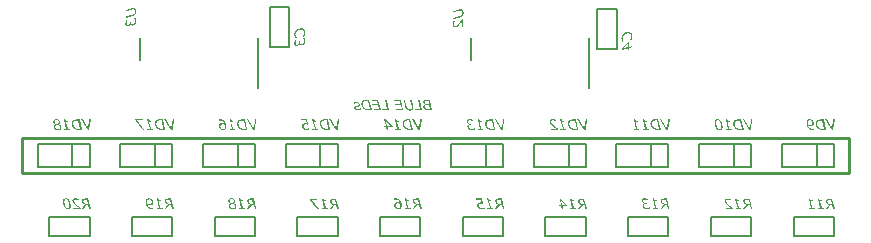
<source format=gbo>
G04*
G04 #@! TF.GenerationSoftware,Altium Limited,Altium Designer,22.9.1 (49)*
G04*
G04 Layer_Color=32896*
%FSLAX44Y44*%
%MOMM*%
G71*
G04*
G04 #@! TF.SameCoordinates,82FFAF5D-3DE1-49B7-988C-51480E2A03B1*
G04*
G04*
G04 #@! TF.FilePolarity,Positive*
G04*
G01*
G75*
%ADD12C,0.2540*%
%ADD14C,0.2000*%
G36*
X681010Y191772D02*
X681065Y191523D01*
X681093Y191412D01*
X681107Y191301D01*
X681121Y191217D01*
X681135Y191148D01*
X681148Y191106D01*
Y191093D01*
X681176Y190843D01*
Y190732D01*
X681190Y190621D01*
Y190524D01*
Y190455D01*
Y190399D01*
Y190385D01*
X681176Y190177D01*
X681162Y189983D01*
X681079Y189636D01*
X680968Y189331D01*
X680843Y189082D01*
X680719Y188888D01*
X680663Y188804D01*
X680608Y188735D01*
X680566Y188693D01*
X680524Y188652D01*
X680510Y188638D01*
X680497Y188624D01*
X680358Y188513D01*
X680205Y188416D01*
X679873Y188263D01*
X679526Y188153D01*
X679179Y188083D01*
X679027Y188055D01*
X678874Y188028D01*
X678735Y188014D01*
X678624D01*
X678527Y188000D01*
X678389D01*
X678070Y188014D01*
X677778Y188028D01*
X677529Y188069D01*
X677307Y188111D01*
X677127Y188139D01*
X676988Y188180D01*
X676905Y188194D01*
X676891Y188208D01*
X676877D01*
X676641Y188305D01*
X676405Y188402D01*
X676197Y188513D01*
X676017Y188624D01*
X675865Y188721D01*
X675754Y188804D01*
X675684Y188860D01*
X675657Y188874D01*
X675449Y189068D01*
X675254Y189262D01*
X675088Y189470D01*
X674949Y189650D01*
X674838Y189817D01*
X674769Y189955D01*
X674714Y190039D01*
X674700Y190053D01*
Y190066D01*
X674575Y190344D01*
X674450Y190635D01*
X674353Y190912D01*
X674270Y191190D01*
X674200Y191425D01*
X674173Y191523D01*
X674145Y191606D01*
X674131Y191675D01*
X674117Y191731D01*
X674103Y191758D01*
Y191772D01*
X672869Y197139D01*
X674075D01*
X675324Y191689D01*
X675379Y191453D01*
X675449Y191245D01*
X675504Y191065D01*
X675559Y190898D01*
X675601Y190774D01*
X675643Y190677D01*
X675657Y190621D01*
X675670Y190593D01*
X675837Y190274D01*
X675920Y190136D01*
X676003Y190025D01*
X676087Y189914D01*
X676142Y189844D01*
X676183Y189789D01*
X676197Y189775D01*
X676336Y189636D01*
X676475Y189512D01*
X676627Y189415D01*
X676752Y189331D01*
X676877Y189262D01*
X676960Y189220D01*
X677016Y189193D01*
X677043Y189179D01*
X677237Y189109D01*
X677432Y189068D01*
X677612Y189026D01*
X677792Y189012D01*
X677945Y188999D01*
X678070Y188985D01*
X678181D01*
X678500Y188999D01*
X678777Y189040D01*
X679013Y189109D01*
X679193Y189179D01*
X679345Y189248D01*
X679456Y189317D01*
X679512Y189359D01*
X679540Y189373D01*
X679692Y189539D01*
X679789Y189720D01*
X679873Y189914D01*
X679928Y190108D01*
X679956Y190274D01*
X679970Y190413D01*
X679984Y190469D01*
Y190510D01*
Y190524D01*
Y190538D01*
Y190621D01*
X679970Y190704D01*
X679956Y190885D01*
Y190954D01*
X679942Y191023D01*
Y191065D01*
Y191079D01*
X679900Y191328D01*
X679886Y191439D01*
X679873Y191536D01*
X679859Y191606D01*
X679845Y191675D01*
X679831Y191703D01*
Y191717D01*
X678569Y197139D01*
X679775D01*
X681010Y191772D01*
D02*
G37*
G36*
X697000Y188180D02*
X693713D01*
X693380Y188194D01*
X693075Y188208D01*
X692812Y188236D01*
X692576Y188263D01*
X692396Y188291D01*
X692257Y188305D01*
X692215Y188319D01*
X692174Y188333D01*
X692146D01*
X691910Y188402D01*
X691688Y188499D01*
X691480Y188582D01*
X691300Y188680D01*
X691148Y188763D01*
X691023Y188832D01*
X690953Y188888D01*
X690926Y188902D01*
X690704Y189068D01*
X690510Y189248D01*
X690343Y189429D01*
X690191Y189609D01*
X690080Y189761D01*
X689996Y189886D01*
X689941Y189969D01*
X689927Y189983D01*
Y189997D01*
X689802Y190261D01*
X689705Y190510D01*
X689636Y190760D01*
X689580Y190982D01*
X689553Y191176D01*
X689539Y191328D01*
Y191384D01*
Y191425D01*
Y191439D01*
Y191453D01*
X689553Y191703D01*
X689594Y191925D01*
X689664Y192119D01*
X689733Y192285D01*
X689802Y192410D01*
X689872Y192507D01*
X689913Y192577D01*
X689927Y192590D01*
X690080Y192743D01*
X690260Y192868D01*
X690454Y192979D01*
X690620Y193062D01*
X690787Y193131D01*
X690912Y193173D01*
X691009Y193187D01*
X691023Y193201D01*
X691037D01*
Y193242D01*
X690759Y193381D01*
X690524Y193533D01*
X690315Y193686D01*
X690135Y193839D01*
X689996Y193963D01*
X689899Y194074D01*
X689830Y194144D01*
X689816Y194171D01*
X689664Y194407D01*
X689553Y194643D01*
X689483Y194865D01*
X689428Y195087D01*
X689400Y195267D01*
X689372Y195420D01*
Y195475D01*
Y195517D01*
Y195530D01*
Y195544D01*
Y195683D01*
X689400Y195808D01*
X689428Y195933D01*
X689456Y196030D01*
X689483Y196113D01*
X689511Y196182D01*
X689525Y196224D01*
X689539Y196238D01*
X689608Y196349D01*
X689691Y196460D01*
X689775Y196543D01*
X689844Y196626D01*
X689927Y196682D01*
X689983Y196723D01*
X690024Y196751D01*
X690038Y196765D01*
X690191Y196848D01*
X690343Y196917D01*
X690496Y196959D01*
X690634Y197001D01*
X690745Y197042D01*
X690842Y197056D01*
X690898Y197070D01*
X690926D01*
X691120Y197098D01*
X691356Y197111D01*
X691591Y197125D01*
X691827D01*
X692035Y197139D01*
X694948D01*
X697000Y188180D01*
D02*
G37*
G36*
X688554D02*
X682882D01*
X682646Y189193D01*
X687126D01*
X685295Y197139D01*
X686502D01*
X688554Y188180D01*
D02*
G37*
G36*
X672661D02*
X666767D01*
X666531Y189193D01*
X671246D01*
X670456Y192577D01*
X665754D01*
X665519Y193589D01*
X670234D01*
X669651Y196127D01*
X664936D01*
X664700Y197139D01*
X670608D01*
X672661Y188180D01*
D02*
G37*
G36*
X660526D02*
X654854D01*
X654618Y189193D01*
X659098D01*
X657267Y197139D01*
X658474D01*
X660526Y188180D01*
D02*
G37*
G36*
X653661D02*
X647767D01*
X647531Y189193D01*
X652247D01*
X651456Y192577D01*
X646755D01*
X646519Y193589D01*
X651234D01*
X650652Y196127D01*
X645937D01*
X645701Y197139D01*
X651609D01*
X653661Y188180D01*
D02*
G37*
G36*
X645867D02*
X643066D01*
X642719Y188208D01*
X642400Y188222D01*
X642109Y188250D01*
X641998Y188263D01*
X641887Y188277D01*
X641790Y188291D01*
X641721D01*
X641651Y188305D01*
X641610Y188319D01*
X641568D01*
X641263Y188388D01*
X640958Y188472D01*
X640694Y188555D01*
X640445Y188652D01*
X640237Y188749D01*
X640153Y188790D01*
X640084Y188818D01*
X640029Y188846D01*
X639987Y188874D01*
X639959Y188888D01*
X639945D01*
X639488Y189179D01*
X639266Y189345D01*
X639072Y189512D01*
X638891Y189678D01*
X638725Y189844D01*
X638572Y190011D01*
X638434Y190177D01*
X638309Y190316D01*
X638198Y190469D01*
X638101Y190593D01*
X638032Y190704D01*
X637976Y190788D01*
X637921Y190857D01*
X637907Y190898D01*
X637893Y190912D01*
X637754Y191162D01*
X637643Y191412D01*
X637546Y191661D01*
X637463Y191911D01*
X637324Y192369D01*
X637283Y192590D01*
X637241Y192799D01*
X637200Y192993D01*
X637186Y193159D01*
X637172Y193326D01*
X637158Y193450D01*
X637144Y193561D01*
Y193631D01*
Y193686D01*
Y193700D01*
X637158Y194033D01*
X637200Y194338D01*
X637255Y194601D01*
X637310Y194837D01*
X637380Y195031D01*
X637435Y195170D01*
X637463Y195225D01*
X637477Y195267D01*
X637491Y195281D01*
Y195295D01*
X637629Y195544D01*
X637782Y195766D01*
X637948Y195961D01*
X638101Y196113D01*
X638240Y196252D01*
X638350Y196335D01*
X638434Y196404D01*
X638448Y196418D01*
X638461D01*
X638725Y196571D01*
X638975Y196695D01*
X639224Y196793D01*
X639460Y196876D01*
X639654Y196931D01*
X639807Y196973D01*
X639862Y196987D01*
X639904Y197001D01*
X639945D01*
X640250Y197042D01*
X640556Y197084D01*
X640861Y197111D01*
X641138Y197125D01*
X641374Y197139D01*
X643815D01*
X645867Y188180D01*
D02*
G37*
G36*
X633080Y195059D02*
X633330Y195045D01*
X633552Y195004D01*
X633746Y194976D01*
X633913Y194934D01*
X634024Y194893D01*
X634107Y194879D01*
X634121Y194865D01*
X634134D01*
X634343Y194782D01*
X634537Y194698D01*
X634703Y194601D01*
X634856Y194518D01*
X634967Y194449D01*
X635050Y194393D01*
X635105Y194352D01*
X635119Y194338D01*
X635258Y194199D01*
X635383Y194074D01*
X635494Y193950D01*
X635577Y193825D01*
X635646Y193728D01*
X635688Y193644D01*
X635715Y193589D01*
X635729Y193575D01*
X635799Y193423D01*
X635840Y193270D01*
X635882Y193117D01*
X635896Y192993D01*
X635910Y192868D01*
X635924Y192785D01*
Y192729D01*
Y192701D01*
X635910Y192507D01*
X635868Y192327D01*
X635813Y192174D01*
X635757Y192036D01*
X635702Y191939D01*
X635646Y191855D01*
X635605Y191800D01*
X635591Y191786D01*
X635452Y191647D01*
X635286Y191536D01*
X635119Y191439D01*
X634939Y191356D01*
X634786Y191287D01*
X634661Y191245D01*
X634578Y191217D01*
X634565Y191204D01*
X634551D01*
X634301Y191148D01*
X634190Y191120D01*
X634093Y191093D01*
X634010Y191079D01*
X633940Y191065D01*
X633899Y191051D01*
X633885D01*
X633663Y191009D01*
X633566Y190982D01*
X633483Y190968D01*
X633413Y190954D01*
X633372Y190940D01*
X633344Y190926D01*
X633330D01*
X633164Y190885D01*
X633011Y190843D01*
X632900Y190788D01*
X632789Y190746D01*
X632706Y190704D01*
X632651Y190677D01*
X632623Y190663D01*
X632609Y190649D01*
X632526Y190579D01*
X632470Y190510D01*
X632415Y190427D01*
X632387Y190344D01*
X632373Y190274D01*
X632359Y190219D01*
Y190177D01*
Y190163D01*
X632373Y189942D01*
X632429Y189747D01*
X632512Y189595D01*
X632595Y189456D01*
X632692Y189359D01*
X632762Y189276D01*
X632817Y189234D01*
X632845Y189220D01*
X633039Y189123D01*
X633261Y189040D01*
X633483Y188985D01*
X633691Y188957D01*
X633885Y188929D01*
X634038Y188915D01*
X634176D01*
X634481Y188929D01*
X634606Y188943D01*
X634731Y188971D01*
X634828Y188985D01*
X634897Y188999D01*
X634953Y189012D01*
X634967D01*
X635216Y189096D01*
X635327Y189123D01*
X635424Y189165D01*
X635494Y189193D01*
X635549Y189220D01*
X635591Y189248D01*
X635605D01*
X635826Y189359D01*
X635910Y189415D01*
X635993Y189456D01*
X636048Y189498D01*
X636090Y189526D01*
X636118Y189553D01*
X636132D01*
X636256Y189664D01*
X636367Y189747D01*
X636423Y189803D01*
X636451Y189817D01*
X636506D01*
X636756Y188596D01*
X636603Y188513D01*
X636437Y188444D01*
X636270Y188375D01*
X636118Y188319D01*
X635979Y188263D01*
X635868Y188222D01*
X635799Y188208D01*
X635771Y188194D01*
X635535Y188139D01*
X635313Y188097D01*
X635078Y188055D01*
X634870Y188042D01*
X634689Y188028D01*
X634551Y188014D01*
X634426D01*
X634148Y188028D01*
X633899Y188042D01*
X633663Y188069D01*
X633469Y188111D01*
X633302Y188139D01*
X633178Y188166D01*
X633094Y188180D01*
X633067Y188194D01*
X632845Y188277D01*
X632651Y188361D01*
X632470Y188458D01*
X632318Y188541D01*
X632193Y188610D01*
X632096Y188680D01*
X632040Y188721D01*
X632026Y188735D01*
X631874Y188860D01*
X631749Y188999D01*
X631638Y189123D01*
X631555Y189248D01*
X631486Y189345D01*
X631430Y189429D01*
X631403Y189484D01*
X631389Y189498D01*
X631319Y189664D01*
X631264Y189831D01*
X631222Y189983D01*
X631194Y190122D01*
X631181Y190247D01*
X631167Y190330D01*
Y190399D01*
Y190413D01*
X631181Y190607D01*
X631222Y190788D01*
X631278Y190940D01*
X631347Y191079D01*
X631416Y191190D01*
X631472Y191259D01*
X631513Y191315D01*
X631527Y191328D01*
X631666Y191467D01*
X631832Y191578D01*
X632013Y191675D01*
X632179Y191744D01*
X632332Y191800D01*
X632457Y191855D01*
X632540Y191869D01*
X632553Y191883D01*
X632567D01*
X632789Y191939D01*
X632900Y191952D01*
X632997Y191966D01*
X633080Y191994D01*
X633150D01*
X633191Y192008D01*
X633205D01*
X633441Y192063D01*
X633538Y192077D01*
X633635Y192105D01*
X633705Y192119D01*
X633760Y192133D01*
X633802Y192147D01*
X633816D01*
X633982Y192188D01*
X634121Y192244D01*
X634245Y192299D01*
X634343Y192355D01*
X634412Y192396D01*
X634467Y192438D01*
X634495Y192452D01*
X634509Y192466D01*
X634578Y192549D01*
X634634Y192632D01*
X634675Y192715D01*
X634703Y192799D01*
X634717Y192868D01*
X634731Y192923D01*
Y192951D01*
Y192965D01*
X634717Y193159D01*
X634661Y193339D01*
X634592Y193492D01*
X634495Y193617D01*
X634412Y193714D01*
X634343Y193783D01*
X634287Y193825D01*
X634273Y193839D01*
X634079Y193950D01*
X633885Y194033D01*
X633677Y194088D01*
X633483Y194130D01*
X633316Y194158D01*
X633178Y194171D01*
X633053D01*
X632775Y194158D01*
X632664Y194144D01*
X632553Y194130D01*
X632457Y194102D01*
X632387Y194088D01*
X632346Y194074D01*
X632332D01*
X632096Y194005D01*
X631985Y193977D01*
X631902Y193950D01*
X631819Y193922D01*
X631763Y193894D01*
X631735Y193880D01*
X631721D01*
X631513Y193783D01*
X631430Y193728D01*
X631361Y193686D01*
X631305Y193658D01*
X631250Y193631D01*
X631236Y193603D01*
X631222D01*
X631097Y193506D01*
X631000Y193450D01*
X630945Y193409D01*
X630931Y193395D01*
X630876D01*
X630626Y194546D01*
X630778Y194629D01*
X630945Y194698D01*
X631111Y194768D01*
X631264Y194823D01*
X631403Y194865D01*
X631513Y194893D01*
X631583Y194920D01*
X631610D01*
X631832Y194976D01*
X632054Y195004D01*
X632248Y195031D01*
X632443Y195059D01*
X632595D01*
X632706Y195073D01*
X632817D01*
X633080Y195059D01*
D02*
G37*
G36*
X863560Y254531D02*
X863838Y254503D01*
X864101Y254461D01*
X864351Y254392D01*
X864573Y254322D01*
X864781Y254239D01*
X864961Y254156D01*
X865127Y254059D01*
X865280Y253976D01*
X865418Y253893D01*
X865529Y253809D01*
X865613Y253740D01*
X865682Y253671D01*
X865738Y253629D01*
X865765Y253601D01*
X865779Y253587D01*
X865932Y253393D01*
X866070Y253199D01*
X866181Y252977D01*
X866278Y252755D01*
X866362Y252533D01*
X866445Y252312D01*
X866542Y251882D01*
X866583Y251688D01*
X866611Y251507D01*
X866625Y251341D01*
X866639Y251188D01*
X866653Y251077D01*
Y250911D01*
X866639Y250564D01*
X866611Y250245D01*
X866570Y249954D01*
X866528Y249690D01*
X866486Y249469D01*
X866459Y249385D01*
X866445Y249302D01*
X866431Y249247D01*
X866417Y249205D01*
X866403Y249177D01*
Y249163D01*
X866306Y248858D01*
X866209Y248581D01*
X866112Y248331D01*
X866015Y248123D01*
X865946Y247943D01*
X865876Y247818D01*
X865835Y247735D01*
X865821Y247707D01*
X864434Y247416D01*
Y247513D01*
X864573Y247693D01*
X864697Y247860D01*
X864753Y247943D01*
X864781Y247999D01*
X864808Y248040D01*
X864822Y248054D01*
X864975Y248290D01*
X865030Y248401D01*
X865099Y248512D01*
X865141Y248609D01*
X865183Y248678D01*
X865197Y248734D01*
X865210Y248747D01*
X865349Y249066D01*
X865405Y249233D01*
X865460Y249371D01*
X865488Y249496D01*
X865516Y249607D01*
X865543Y249663D01*
Y249690D01*
X865613Y250079D01*
X865640Y250259D01*
X865654Y250425D01*
Y250564D01*
X865668Y250675D01*
Y250772D01*
X865654Y250994D01*
X865640Y251202D01*
X865599Y251396D01*
X865557Y251577D01*
X865516Y251743D01*
X865446Y251896D01*
X865391Y252034D01*
X865321Y252159D01*
X865266Y252270D01*
X865197Y252367D01*
X865141Y252450D01*
X865099Y252506D01*
X865044Y252561D01*
X865016Y252603D01*
X865003Y252617D01*
X864989Y252631D01*
X864850Y252742D01*
X864711Y252839D01*
X864392Y253005D01*
X864073Y253116D01*
X863754Y253185D01*
X863477Y253241D01*
X863352Y253255D01*
X863255D01*
X863172Y253269D01*
X863102D01*
X863061D01*
X863047D01*
X862673Y253255D01*
X862326Y253227D01*
X862021Y253185D01*
X861730Y253130D01*
X861619Y253102D01*
X861508Y253074D01*
X861411Y253060D01*
X861327Y253033D01*
X861258Y253019D01*
X861216Y253005D01*
X861189Y252991D01*
X861175D01*
X860856Y252866D01*
X860565Y252742D01*
X860315Y252603D01*
X860093Y252478D01*
X859913Y252367D01*
X859788Y252270D01*
X859705Y252215D01*
X859677Y252187D01*
X859455Y251993D01*
X859247Y251785D01*
X859081Y251577D01*
X858942Y251396D01*
X858831Y251230D01*
X858762Y251091D01*
X858706Y251008D01*
X858692Y250994D01*
Y250980D01*
X858568Y250717D01*
X858484Y250439D01*
X858415Y250176D01*
X858373Y249940D01*
X858346Y249732D01*
Y249649D01*
X858332Y249566D01*
Y249219D01*
X858346Y249039D01*
X858373Y248858D01*
X858387Y248706D01*
X858415Y248595D01*
X858443Y248498D01*
X858457Y248428D01*
Y248415D01*
X858498Y248248D01*
X858554Y248096D01*
X858595Y247957D01*
X858637Y247846D01*
X858679Y247749D01*
X858720Y247680D01*
X858734Y247638D01*
X858748Y247624D01*
X858817Y247485D01*
X858900Y247361D01*
X858956Y247264D01*
X859011Y247180D01*
X859053Y247111D01*
X859094Y247069D01*
X859108Y247042D01*
X859122Y247028D01*
X859247Y246875D01*
X859358Y246750D01*
X859414Y246695D01*
X859455Y246653D01*
X859469Y246639D01*
X859483Y246625D01*
Y246528D01*
X858138Y246251D01*
X857999Y246528D01*
X857874Y246778D01*
X857777Y247028D01*
X857694Y247236D01*
X857625Y247416D01*
X857583Y247555D01*
X857555Y247610D01*
Y247652D01*
X857541Y247666D01*
Y247680D01*
X857472Y247943D01*
X857430Y248207D01*
X857389Y248442D01*
X857375Y248678D01*
X857361Y248872D01*
X857347Y249011D01*
Y249150D01*
X857361Y249607D01*
X857416Y250023D01*
X857500Y250412D01*
X857541Y250592D01*
X857583Y250744D01*
X857625Y250897D01*
X857666Y251022D01*
X857708Y251133D01*
X857749Y251230D01*
X857777Y251313D01*
X857805Y251369D01*
X857819Y251396D01*
Y251410D01*
X857999Y251771D01*
X858207Y252090D01*
X858415Y252381D01*
X858609Y252631D01*
X858789Y252825D01*
X858873Y252908D01*
X858942Y252977D01*
X858984Y253033D01*
X859025Y253074D01*
X859053Y253088D01*
X859067Y253102D01*
X859386Y253352D01*
X859705Y253574D01*
X860024Y253754D01*
X860329Y253906D01*
X860578Y254031D01*
X860689Y254073D01*
X860787Y254114D01*
X860856Y254142D01*
X860925Y254170D01*
X860953Y254184D01*
X860967D01*
X861369Y254309D01*
X861771Y254392D01*
X862159Y254461D01*
X862520Y254503D01*
X862673Y254517D01*
X862825Y254531D01*
X862950D01*
X863061Y254544D01*
X863144D01*
X863213D01*
X863255D01*
X863269D01*
X863560Y254531D01*
D02*
G37*
G36*
X863949Y242174D02*
X866486Y242756D01*
Y241591D01*
X863949Y241009D01*
Y239678D01*
X863033Y239456D01*
Y240801D01*
X857527Y239525D01*
Y240634D01*
X862589Y246140D01*
X863949Y246445D01*
Y242174D01*
D02*
G37*
G36*
X586553Y257669D02*
X586831Y257642D01*
X587094Y257600D01*
X587344Y257530D01*
X587566Y257461D01*
X587774Y257378D01*
X587954Y257295D01*
X588120Y257198D01*
X588273Y257115D01*
X588412Y257031D01*
X588523Y256948D01*
X588606Y256879D01*
X588675Y256809D01*
X588731Y256768D01*
X588758Y256740D01*
X588772Y256726D01*
X588925Y256532D01*
X589063Y256338D01*
X589174Y256116D01*
X589272Y255894D01*
X589355Y255672D01*
X589438Y255450D01*
X589535Y255020D01*
X589577Y254826D01*
X589604Y254646D01*
X589618Y254480D01*
X589632Y254327D01*
X589646Y254216D01*
Y254050D01*
X589632Y253703D01*
X589604Y253384D01*
X589563Y253093D01*
X589521Y252829D01*
X589479Y252607D01*
X589452Y252524D01*
X589438Y252441D01*
X589424Y252385D01*
X589410Y252344D01*
X589396Y252316D01*
Y252302D01*
X589299Y251997D01*
X589202Y251720D01*
X589105Y251470D01*
X589008Y251262D01*
X588939Y251082D01*
X588869Y250957D01*
X588828Y250874D01*
X588814Y250846D01*
X587427Y250555D01*
Y250652D01*
X587566Y250832D01*
X587691Y250998D01*
X587746Y251082D01*
X587774Y251137D01*
X587801Y251179D01*
X587815Y251193D01*
X587968Y251429D01*
X588023Y251539D01*
X588093Y251650D01*
X588134Y251747D01*
X588176Y251817D01*
X588190Y251872D01*
X588204Y251886D01*
X588342Y252205D01*
X588398Y252372D01*
X588453Y252510D01*
X588481Y252635D01*
X588509Y252746D01*
X588536Y252801D01*
Y252829D01*
X588606Y253218D01*
X588633Y253398D01*
X588647Y253564D01*
Y253703D01*
X588661Y253814D01*
Y253911D01*
X588647Y254133D01*
X588633Y254341D01*
X588592Y254535D01*
X588550Y254715D01*
X588509Y254882D01*
X588439Y255034D01*
X588384Y255173D01*
X588315Y255298D01*
X588259Y255409D01*
X588190Y255506D01*
X588134Y255589D01*
X588093Y255644D01*
X588037Y255700D01*
X588009Y255742D01*
X587996Y255755D01*
X587982Y255769D01*
X587843Y255880D01*
X587704Y255977D01*
X587385Y256144D01*
X587066Y256255D01*
X586747Y256324D01*
X586470Y256380D01*
X586345Y256393D01*
X586248D01*
X586165Y256407D01*
X586096D01*
X586054D01*
X586040D01*
X585666Y256393D01*
X585319Y256366D01*
X585014Y256324D01*
X584723Y256269D01*
X584612Y256241D01*
X584501Y256213D01*
X584404Y256199D01*
X584320Y256171D01*
X584251Y256158D01*
X584210Y256144D01*
X584182Y256130D01*
X584168D01*
X583849Y256005D01*
X583558Y255880D01*
X583308Y255742D01*
X583086Y255617D01*
X582906Y255506D01*
X582781Y255409D01*
X582698Y255353D01*
X582670Y255326D01*
X582448Y255131D01*
X582240Y254923D01*
X582074Y254715D01*
X581935Y254535D01*
X581824Y254369D01*
X581755Y254230D01*
X581699Y254147D01*
X581685Y254133D01*
Y254119D01*
X581561Y253855D01*
X581477Y253578D01*
X581408Y253315D01*
X581367Y253079D01*
X581339Y252871D01*
Y252788D01*
X581325Y252704D01*
Y252358D01*
X581339Y252177D01*
X581367Y251997D01*
X581380Y251845D01*
X581408Y251734D01*
X581436Y251637D01*
X581450Y251567D01*
Y251553D01*
X581491Y251387D01*
X581547Y251234D01*
X581588Y251096D01*
X581630Y250985D01*
X581672Y250888D01*
X581713Y250818D01*
X581727Y250777D01*
X581741Y250763D01*
X581810Y250624D01*
X581894Y250499D01*
X581949Y250402D01*
X582004Y250319D01*
X582046Y250250D01*
X582088Y250208D01*
X582102Y250180D01*
X582115Y250166D01*
X582240Y250014D01*
X582351Y249889D01*
X582407Y249834D01*
X582448Y249792D01*
X582462Y249778D01*
X582476Y249764D01*
Y249667D01*
X581131Y249390D01*
X580992Y249667D01*
X580867Y249917D01*
X580770Y250166D01*
X580687Y250375D01*
X580618Y250555D01*
X580576Y250693D01*
X580548Y250749D01*
Y250791D01*
X580534Y250804D01*
Y250818D01*
X580465Y251082D01*
X580423Y251345D01*
X580382Y251581D01*
X580368Y251817D01*
X580354Y252011D01*
X580340Y252150D01*
Y252288D01*
X580354Y252746D01*
X580410Y253162D01*
X580493Y253550D01*
X580534Y253731D01*
X580576Y253883D01*
X580618Y254036D01*
X580659Y254160D01*
X580701Y254272D01*
X580742Y254369D01*
X580770Y254452D01*
X580798Y254507D01*
X580812Y254535D01*
Y254549D01*
X580992Y254909D01*
X581200Y255228D01*
X581408Y255520D01*
X581602Y255769D01*
X581782Y255963D01*
X581866Y256047D01*
X581935Y256116D01*
X581977Y256171D01*
X582018Y256213D01*
X582046Y256227D01*
X582060Y256241D01*
X582379Y256490D01*
X582698Y256712D01*
X583017Y256893D01*
X583322Y257045D01*
X583572Y257170D01*
X583683Y257212D01*
X583780Y257253D01*
X583849Y257281D01*
X583918Y257309D01*
X583946Y257323D01*
X583960D01*
X584362Y257447D01*
X584764Y257530D01*
X585153Y257600D01*
X585513Y257642D01*
X585666Y257655D01*
X585818Y257669D01*
X585943D01*
X586054Y257683D01*
X586137D01*
X586207D01*
X586248D01*
X586262D01*
X586553Y257669D01*
D02*
G37*
G36*
X589133Y249348D02*
X589216Y249154D01*
X589299Y248974D01*
X589355Y248794D01*
X589410Y248627D01*
X589452Y248502D01*
X589466Y248419D01*
X589479Y248405D01*
Y248391D01*
X589535Y248128D01*
X589577Y247878D01*
X589618Y247642D01*
X589632Y247421D01*
X589646Y247240D01*
X589660Y247101D01*
Y246977D01*
X589646Y246644D01*
X589618Y246339D01*
X589577Y246075D01*
X589535Y245840D01*
X589493Y245645D01*
X589452Y245507D01*
X589438Y245451D01*
X589424Y245410D01*
X589410Y245396D01*
Y245382D01*
X589313Y245132D01*
X589188Y244896D01*
X589077Y244688D01*
X588952Y244508D01*
X588855Y244356D01*
X588772Y244245D01*
X588703Y244175D01*
X588689Y244147D01*
X588523Y243967D01*
X588342Y243815D01*
X588176Y243676D01*
X588009Y243565D01*
X587871Y243482D01*
X587746Y243426D01*
X587677Y243385D01*
X587649Y243371D01*
X587413Y243274D01*
X587191Y243204D01*
X586983Y243149D01*
X586789Y243121D01*
X586623Y243093D01*
X586498Y243080D01*
X586415D01*
X586401D01*
X586387D01*
X586234D01*
X586096Y243107D01*
X585971Y243135D01*
X585860Y243163D01*
X585777Y243191D01*
X585707Y243218D01*
X585666Y243232D01*
X585652Y243246D01*
X585430Y243371D01*
X585347Y243426D01*
X585263Y243496D01*
X585208Y243537D01*
X585166Y243579D01*
X585139Y243607D01*
X585125Y243620D01*
X584986Y243787D01*
X584889Y243953D01*
X584861Y244023D01*
X584834Y244078D01*
X584806Y244120D01*
Y244134D01*
X584723Y244328D01*
X584667Y244494D01*
X584639Y244564D01*
Y244605D01*
X584626Y244633D01*
Y244647D01*
X584556D01*
X584473Y244286D01*
X584348Y243967D01*
X584210Y243676D01*
X584057Y243440D01*
X583918Y243246D01*
X583807Y243107D01*
X583766Y243052D01*
X583724Y243010D01*
X583710Y242997D01*
X583696Y242983D01*
X583558Y242872D01*
X583433Y242761D01*
X583156Y242594D01*
X582892Y242483D01*
X582642Y242400D01*
X582434Y242345D01*
X582337Y242331D01*
X582268D01*
X582199Y242317D01*
X582157D01*
X582129D01*
X582115D01*
X581963Y242331D01*
X581824Y242345D01*
X581575Y242428D01*
X581353Y242539D01*
X581158Y242664D01*
X581020Y242788D01*
X580909Y242899D01*
X580853Y242983D01*
X580826Y242997D01*
Y243010D01*
X580659Y243288D01*
X580548Y243593D01*
X580465Y243898D01*
X580396Y244203D01*
X580368Y244466D01*
X580354Y244591D01*
Y244688D01*
X580340Y244772D01*
Y244883D01*
X580354Y245132D01*
X580368Y245382D01*
X580396Y245618D01*
X580423Y245840D01*
X580465Y246020D01*
X580493Y246172D01*
X580507Y246228D01*
Y246269D01*
X580521Y246283D01*
Y246297D01*
X580590Y246561D01*
X580659Y246796D01*
X580728Y247004D01*
X580784Y247185D01*
X580840Y247323D01*
X580867Y247434D01*
X580895Y247490D01*
X580909Y247518D01*
X582115Y247767D01*
Y247712D01*
X582004Y247504D01*
X581894Y247282D01*
X581810Y247074D01*
X581727Y246880D01*
X581658Y246713D01*
X581616Y246588D01*
X581602Y246533D01*
X581588Y246491D01*
X581575Y246477D01*
Y246464D01*
X581491Y246200D01*
X581436Y245950D01*
X581394Y245715D01*
X581367Y245520D01*
X581353Y245354D01*
X581339Y245229D01*
Y245118D01*
X581353Y244855D01*
X581380Y244619D01*
X581436Y244425D01*
X581477Y244258D01*
X581533Y244134D01*
X581588Y244037D01*
X581616Y243981D01*
X581630Y243967D01*
X581741Y243842D01*
X581866Y243745D01*
X582004Y243676D01*
X582129Y243620D01*
X582240Y243593D01*
X582337Y243579D01*
X582393D01*
X582421D01*
X582559D01*
X582698Y243607D01*
X582948Y243676D01*
X583169Y243787D01*
X583350Y243898D01*
X583488Y244023D01*
X583599Y244134D01*
X583655Y244203D01*
X583683Y244217D01*
Y244231D01*
X583835Y244494D01*
X583946Y244772D01*
X584029Y245049D01*
X584085Y245312D01*
X584112Y245534D01*
X584126Y245645D01*
Y245728D01*
X584140Y245798D01*
Y246477D01*
X585097Y246699D01*
Y246131D01*
X585111Y245798D01*
X585153Y245520D01*
X585194Y245285D01*
X585250Y245091D01*
X585319Y244952D01*
X585361Y244841D01*
X585402Y244772D01*
X585416Y244758D01*
X585541Y244605D01*
X585693Y244494D01*
X585846Y244425D01*
X585998Y244369D01*
X586137Y244342D01*
X586248Y244314D01*
X586331D01*
X586345D01*
X586359D01*
X586553Y244328D01*
X586720Y244342D01*
X587052Y244425D01*
X587330Y244536D01*
X587579Y244661D01*
X587774Y244785D01*
X587912Y244896D01*
X587954Y244938D01*
X587996Y244980D01*
X588009Y244993D01*
X588023Y245007D01*
X588134Y245146D01*
X588231Y245285D01*
X588398Y245576D01*
X588509Y245881D01*
X588578Y246159D01*
X588633Y246408D01*
X588647Y246519D01*
Y246616D01*
X588661Y246686D01*
Y246796D01*
X588647Y247046D01*
X588620Y247296D01*
X588592Y247518D01*
X588550Y247726D01*
X588509Y247892D01*
X588467Y248017D01*
X588453Y248100D01*
X588439Y248114D01*
Y248128D01*
X588342Y248350D01*
X588259Y248558D01*
X588162Y248724D01*
X588079Y248877D01*
X587996Y249002D01*
X587940Y249099D01*
X587898Y249154D01*
X587885Y249168D01*
Y249251D01*
X589050Y249529D01*
X589133Y249348D01*
D02*
G37*
G36*
X444482Y274815D02*
X444677Y274801D01*
X445023Y274718D01*
X445328Y274607D01*
X445578Y274482D01*
X445772Y274357D01*
X445855Y274302D01*
X445925Y274246D01*
X445966Y274205D01*
X446008Y274163D01*
X446022Y274149D01*
X446036Y274135D01*
X446147Y273997D01*
X446244Y273844D01*
X446396Y273511D01*
X446507Y273165D01*
X446577Y272818D01*
X446604Y272665D01*
X446632Y272513D01*
X446646Y272374D01*
Y272263D01*
X446660Y272166D01*
Y272027D01*
X446646Y271708D01*
X446632Y271417D01*
X446590Y271167D01*
X446549Y270945D01*
X446521Y270765D01*
X446479Y270627D01*
X446466Y270543D01*
X446452Y270529D01*
Y270516D01*
X446355Y270280D01*
X446258Y270044D01*
X446147Y269836D01*
X446036Y269656D01*
X445939Y269503D01*
X445855Y269392D01*
X445800Y269323D01*
X445786Y269295D01*
X445592Y269087D01*
X445398Y268893D01*
X445190Y268727D01*
X445009Y268588D01*
X444843Y268477D01*
X444704Y268408D01*
X444621Y268352D01*
X444607Y268338D01*
X444593D01*
X444316Y268214D01*
X444025Y268089D01*
X443747Y267992D01*
X443470Y267908D01*
X443234Y267839D01*
X443137Y267811D01*
X443054Y267784D01*
X442985Y267770D01*
X442929Y267756D01*
X442901Y267742D01*
X442888D01*
X437520Y266508D01*
Y267714D01*
X442971Y268962D01*
X443206Y269018D01*
X443415Y269087D01*
X443595Y269143D01*
X443761Y269198D01*
X443886Y269240D01*
X443983Y269281D01*
X444039Y269295D01*
X444066Y269309D01*
X444385Y269475D01*
X444524Y269559D01*
X444635Y269642D01*
X444746Y269725D01*
X444815Y269781D01*
X444871Y269822D01*
X444885Y269836D01*
X445023Y269975D01*
X445148Y270113D01*
X445245Y270266D01*
X445328Y270391D01*
X445398Y270516D01*
X445439Y270599D01*
X445467Y270654D01*
X445481Y270682D01*
X445550Y270876D01*
X445592Y271070D01*
X445634Y271251D01*
X445647Y271431D01*
X445661Y271583D01*
X445675Y271708D01*
Y271819D01*
X445661Y272138D01*
X445620Y272416D01*
X445550Y272651D01*
X445481Y272832D01*
X445412Y272984D01*
X445342Y273095D01*
X445301Y273151D01*
X445287Y273178D01*
X445120Y273331D01*
X444940Y273428D01*
X444746Y273511D01*
X444552Y273567D01*
X444385Y273594D01*
X444247Y273608D01*
X444191Y273622D01*
X444150D01*
X444136D01*
X444122D01*
X444039D01*
X443955Y273608D01*
X443775Y273594D01*
X443706D01*
X443637Y273580D01*
X443595D01*
X443581D01*
X443331Y273539D01*
X443220Y273525D01*
X443123Y273511D01*
X443054Y273497D01*
X442985Y273484D01*
X442957Y273470D01*
X442943D01*
X437520Y272208D01*
Y273414D01*
X442888Y274648D01*
X443137Y274704D01*
X443248Y274732D01*
X443359Y274746D01*
X443442Y274759D01*
X443512Y274773D01*
X443553Y274787D01*
X443567D01*
X443817Y274815D01*
X443928D01*
X444039Y274829D01*
X444136D01*
X444205D01*
X444260D01*
X444274D01*
X444482Y274815D01*
D02*
G37*
G36*
X446133Y266203D02*
X446216Y266008D01*
X446299Y265828D01*
X446355Y265648D01*
X446410Y265481D01*
X446452Y265357D01*
X446466Y265273D01*
X446479Y265259D01*
Y265246D01*
X446535Y264982D01*
X446577Y264732D01*
X446618Y264497D01*
X446632Y264275D01*
X446646Y264095D01*
X446660Y263956D01*
Y263831D01*
X446646Y263498D01*
X446618Y263193D01*
X446577Y262930D01*
X446535Y262694D01*
X446493Y262500D01*
X446452Y262361D01*
X446438Y262306D01*
X446424Y262264D01*
X446410Y262250D01*
Y262236D01*
X446313Y261987D01*
X446188Y261751D01*
X446077Y261543D01*
X445952Y261362D01*
X445855Y261210D01*
X445772Y261099D01*
X445703Y261030D01*
X445689Y261002D01*
X445523Y260822D01*
X445342Y260669D01*
X445176Y260530D01*
X445009Y260419D01*
X444871Y260336D01*
X444746Y260281D01*
X444677Y260239D01*
X444649Y260225D01*
X444413Y260128D01*
X444191Y260059D01*
X443983Y260003D01*
X443789Y259976D01*
X443623Y259948D01*
X443498Y259934D01*
X443415D01*
X443401D01*
X443387D01*
X443234D01*
X443096Y259962D01*
X442971Y259989D01*
X442860Y260017D01*
X442777Y260045D01*
X442707Y260073D01*
X442666Y260087D01*
X442652Y260100D01*
X442430Y260225D01*
X442347Y260281D01*
X442263Y260350D01*
X442208Y260392D01*
X442166Y260433D01*
X442139Y260461D01*
X442125Y260475D01*
X441986Y260641D01*
X441889Y260808D01*
X441861Y260877D01*
X441834Y260933D01*
X441806Y260974D01*
Y260988D01*
X441723Y261182D01*
X441667Y261349D01*
X441639Y261418D01*
Y261460D01*
X441626Y261487D01*
Y261501D01*
X441556D01*
X441473Y261141D01*
X441348Y260822D01*
X441209Y260530D01*
X441057Y260295D01*
X440918Y260100D01*
X440807Y259962D01*
X440766Y259906D01*
X440724Y259865D01*
X440710Y259851D01*
X440696Y259837D01*
X440558Y259726D01*
X440433Y259615D01*
X440155Y259449D01*
X439892Y259338D01*
X439642Y259254D01*
X439434Y259199D01*
X439337Y259185D01*
X439268D01*
X439199Y259171D01*
X439157D01*
X439129D01*
X439115D01*
X438963Y259185D01*
X438824Y259199D01*
X438574Y259282D01*
X438353Y259393D01*
X438158Y259518D01*
X438020Y259643D01*
X437909Y259754D01*
X437853Y259837D01*
X437826Y259851D01*
Y259865D01*
X437659Y260142D01*
X437548Y260447D01*
X437465Y260752D01*
X437396Y261057D01*
X437368Y261321D01*
X437354Y261446D01*
Y261543D01*
X437340Y261626D01*
Y261737D01*
X437354Y261987D01*
X437368Y262236D01*
X437396Y262472D01*
X437423Y262694D01*
X437465Y262874D01*
X437493Y263027D01*
X437507Y263082D01*
Y263124D01*
X437520Y263138D01*
Y263151D01*
X437590Y263415D01*
X437659Y263651D01*
X437729Y263859D01*
X437784Y264039D01*
X437840Y264178D01*
X437867Y264289D01*
X437895Y264344D01*
X437909Y264372D01*
X439115Y264622D01*
Y264566D01*
X439004Y264358D01*
X438894Y264136D01*
X438810Y263928D01*
X438727Y263734D01*
X438658Y263568D01*
X438616Y263443D01*
X438602Y263387D01*
X438588Y263346D01*
X438574Y263332D01*
Y263318D01*
X438491Y263054D01*
X438436Y262805D01*
X438394Y262569D01*
X438367Y262375D01*
X438353Y262208D01*
X438339Y262084D01*
Y261973D01*
X438353Y261709D01*
X438380Y261473D01*
X438436Y261279D01*
X438477Y261113D01*
X438533Y260988D01*
X438588Y260891D01*
X438616Y260835D01*
X438630Y260822D01*
X438741Y260697D01*
X438866Y260600D01*
X439004Y260530D01*
X439129Y260475D01*
X439240Y260447D01*
X439337Y260433D01*
X439393D01*
X439421D01*
X439559D01*
X439698Y260461D01*
X439948Y260530D01*
X440169Y260641D01*
X440350Y260752D01*
X440488Y260877D01*
X440599Y260988D01*
X440655Y261057D01*
X440682Y261071D01*
Y261085D01*
X440835Y261349D01*
X440946Y261626D01*
X441029Y261903D01*
X441085Y262167D01*
X441112Y262389D01*
X441126Y262500D01*
Y262583D01*
X441140Y262652D01*
Y263332D01*
X442097Y263554D01*
Y262985D01*
X442111Y262652D01*
X442152Y262375D01*
X442194Y262139D01*
X442250Y261945D01*
X442319Y261806D01*
X442361Y261695D01*
X442402Y261626D01*
X442416Y261612D01*
X442541Y261460D01*
X442693Y261349D01*
X442846Y261279D01*
X442999Y261224D01*
X443137Y261196D01*
X443248Y261168D01*
X443331D01*
X443345D01*
X443359D01*
X443553Y261182D01*
X443720Y261196D01*
X444053Y261279D01*
X444330Y261390D01*
X444580Y261515D01*
X444774Y261640D01*
X444912Y261751D01*
X444954Y261792D01*
X444996Y261834D01*
X445009Y261848D01*
X445023Y261862D01*
X445134Y262000D01*
X445231Y262139D01*
X445398Y262430D01*
X445509Y262735D01*
X445578Y263013D01*
X445634Y263262D01*
X445647Y263373D01*
Y263470D01*
X445661Y263540D01*
Y263651D01*
X445647Y263900D01*
X445620Y264150D01*
X445592Y264372D01*
X445550Y264580D01*
X445509Y264746D01*
X445467Y264871D01*
X445453Y264954D01*
X445439Y264968D01*
Y264982D01*
X445342Y265204D01*
X445259Y265412D01*
X445162Y265578D01*
X445079Y265731D01*
X444996Y265856D01*
X444940Y265953D01*
X444898Y266008D01*
X444885Y266022D01*
Y266105D01*
X446050Y266383D01*
X446133Y266203D01*
D02*
G37*
G36*
X721482Y273690D02*
X721677Y273676D01*
X722023Y273593D01*
X722328Y273482D01*
X722578Y273357D01*
X722772Y273232D01*
X722855Y273177D01*
X722925Y273121D01*
X722966Y273080D01*
X723008Y273038D01*
X723022Y273024D01*
X723036Y273011D01*
X723147Y272872D01*
X723244Y272719D01*
X723396Y272386D01*
X723507Y272040D01*
X723577Y271693D01*
X723604Y271540D01*
X723632Y271388D01*
X723646Y271249D01*
Y271138D01*
X723660Y271041D01*
Y270903D01*
X723646Y270583D01*
X723632Y270292D01*
X723590Y270043D01*
X723549Y269821D01*
X723521Y269640D01*
X723480Y269502D01*
X723466Y269419D01*
X723452Y269405D01*
Y269391D01*
X723355Y269155D01*
X723258Y268919D01*
X723147Y268711D01*
X723036Y268531D01*
X722939Y268378D01*
X722855Y268267D01*
X722800Y268198D01*
X722786Y268170D01*
X722592Y267962D01*
X722398Y267768D01*
X722190Y267602D01*
X722009Y267463D01*
X721843Y267352D01*
X721704Y267283D01*
X721621Y267227D01*
X721607Y267213D01*
X721593D01*
X721316Y267089D01*
X721025Y266964D01*
X720747Y266867D01*
X720470Y266784D01*
X720234Y266714D01*
X720137Y266686D01*
X720054Y266659D01*
X719985Y266645D01*
X719929Y266631D01*
X719901Y266617D01*
X719888D01*
X714520Y265383D01*
Y266589D01*
X719971Y267838D01*
X720207Y267893D01*
X720415Y267962D01*
X720595Y268018D01*
X720761Y268073D01*
X720886Y268115D01*
X720983Y268157D01*
X721039Y268170D01*
X721066Y268184D01*
X721385Y268351D01*
X721524Y268434D01*
X721635Y268517D01*
X721746Y268600D01*
X721815Y268656D01*
X721871Y268697D01*
X721885Y268711D01*
X722023Y268850D01*
X722148Y268989D01*
X722245Y269141D01*
X722328Y269266D01*
X722398Y269391D01*
X722439Y269474D01*
X722467Y269529D01*
X722481Y269557D01*
X722550Y269751D01*
X722592Y269946D01*
X722634Y270126D01*
X722647Y270306D01*
X722661Y270459D01*
X722675Y270583D01*
Y270694D01*
X722661Y271013D01*
X722620Y271291D01*
X722550Y271527D01*
X722481Y271707D01*
X722412Y271859D01*
X722342Y271970D01*
X722301Y272026D01*
X722287Y272054D01*
X722120Y272206D01*
X721940Y272303D01*
X721746Y272386D01*
X721552Y272442D01*
X721385Y272470D01*
X721247Y272484D01*
X721191Y272497D01*
X721150D01*
X721136D01*
X721122D01*
X721039D01*
X720955Y272484D01*
X720775Y272470D01*
X720706D01*
X720637Y272456D01*
X720595D01*
X720581D01*
X720331Y272414D01*
X720220Y272400D01*
X720123Y272386D01*
X720054Y272372D01*
X719985Y272359D01*
X719957Y272345D01*
X719943D01*
X714520Y271083D01*
Y272289D01*
X719888Y273524D01*
X720137Y273579D01*
X720248Y273607D01*
X720359Y273621D01*
X720442Y273634D01*
X720512Y273648D01*
X720553Y273662D01*
X720567D01*
X720817Y273690D01*
X720928D01*
X721039Y273704D01*
X721136D01*
X721205D01*
X721261D01*
X721274D01*
X721482Y273690D01*
D02*
G37*
G36*
X723480Y259336D02*
X722481Y259100D01*
Y263927D01*
X722315Y263705D01*
X722148Y263469D01*
X721968Y263219D01*
X721815Y262997D01*
X721663Y262803D01*
X721552Y262637D01*
X721496Y262581D01*
X721469Y262540D01*
X721441Y262512D01*
Y262498D01*
X721205Y262179D01*
X720969Y261860D01*
X720747Y261569D01*
X720539Y261319D01*
X720373Y261098D01*
X720304Y261014D01*
X720234Y260931D01*
X720193Y260876D01*
X720151Y260834D01*
X720137Y260806D01*
X720123Y260792D01*
X719915Y260543D01*
X719707Y260307D01*
X719513Y260099D01*
X719333Y259905D01*
X719153Y259725D01*
X718986Y259572D01*
X718834Y259419D01*
X718695Y259295D01*
X718570Y259198D01*
X718459Y259100D01*
X718362Y259017D01*
X718279Y258962D01*
X718210Y258906D01*
X718168Y258879D01*
X718140Y258851D01*
X718126D01*
X717793Y258671D01*
X717475Y258532D01*
X717169Y258435D01*
X716878Y258365D01*
X716642Y258324D01*
X716545Y258310D01*
X716462D01*
X716393Y258296D01*
X716337D01*
X716310D01*
X716296D01*
X716129Y258310D01*
X715977Y258324D01*
X715685Y258393D01*
X715450Y258504D01*
X715242Y258629D01*
X715075Y258754D01*
X714964Y258851D01*
X714895Y258934D01*
X714867Y258948D01*
Y258962D01*
X714687Y259225D01*
X714562Y259530D01*
X714465Y259835D01*
X714409Y260141D01*
X714368Y260404D01*
X714354Y260515D01*
Y260626D01*
X714340Y260709D01*
Y260820D01*
X714354Y261070D01*
X714368Y261333D01*
X714396Y261569D01*
X714423Y261791D01*
X714465Y261971D01*
X714493Y262124D01*
X714507Y262179D01*
Y262221D01*
X714520Y262235D01*
Y262249D01*
X714590Y262512D01*
X714645Y262748D01*
X714715Y262956D01*
X714770Y263122D01*
X714826Y263261D01*
X714867Y263372D01*
X714895Y263427D01*
X714909Y263455D01*
X716115Y263691D01*
Y263635D01*
X715977Y263386D01*
X715866Y263150D01*
X715769Y262914D01*
X715685Y262706D01*
X715630Y262540D01*
X715588Y262401D01*
X715561Y262360D01*
Y262318D01*
X715547Y262304D01*
Y262290D01*
X715477Y262041D01*
X715422Y261805D01*
X715394Y261597D01*
X715367Y261416D01*
X715353Y261264D01*
X715339Y261153D01*
Y261056D01*
X715353Y260820D01*
X715380Y260612D01*
X715436Y260432D01*
X715491Y260279D01*
X715547Y260154D01*
X715602Y260057D01*
X715630Y260002D01*
X715644Y259988D01*
X715769Y259849D01*
X715907Y259738D01*
X716060Y259669D01*
X716199Y259614D01*
X716337Y259586D01*
X716434Y259558D01*
X716504D01*
X716531D01*
X716670D01*
X716823Y259586D01*
X717100Y259655D01*
X717364Y259752D01*
X717599Y259863D01*
X717807Y259974D01*
X717890Y260030D01*
X717960Y260071D01*
X718015Y260113D01*
X718057Y260141D01*
X718085Y260154D01*
X718099Y260168D01*
X718251Y260293D01*
X718404Y260432D01*
X718736Y260751D01*
X719069Y261098D01*
X719374Y261430D01*
X719527Y261597D01*
X719652Y261749D01*
X719777Y261888D01*
X719874Y262013D01*
X719957Y262110D01*
X720012Y262179D01*
X720054Y262235D01*
X720068Y262249D01*
X720304Y262554D01*
X720526Y262817D01*
X720706Y263067D01*
X720858Y263275D01*
X720997Y263441D01*
X721080Y263566D01*
X721150Y263649D01*
X721163Y263663D01*
Y263677D01*
X721330Y263913D01*
X721510Y264149D01*
X721691Y264398D01*
X721857Y264620D01*
X721996Y264814D01*
X722106Y264981D01*
X722162Y265036D01*
X722190Y265078D01*
X722204Y265105D01*
X722217Y265119D01*
X723480Y265397D01*
Y259336D01*
D02*
G37*
G36*
X406928Y171493D02*
X405347D01*
X400007Y180452D01*
X401269D01*
X405901Y172575D01*
X406886Y180452D01*
X408120D01*
X406928Y171493D01*
D02*
G37*
G36*
X400617D02*
X397816D01*
X397469Y171521D01*
X397150Y171534D01*
X396859Y171562D01*
X396748Y171576D01*
X396637Y171590D01*
X396540Y171604D01*
X396471D01*
X396401Y171618D01*
X396360Y171632D01*
X396318D01*
X396013Y171701D01*
X395708Y171784D01*
X395445Y171867D01*
X395195Y171964D01*
X394987Y172061D01*
X394904Y172103D01*
X394834Y172131D01*
X394779Y172159D01*
X394737Y172186D01*
X394710Y172200D01*
X394696D01*
X394238Y172491D01*
X394016Y172658D01*
X393822Y172824D01*
X393642Y172991D01*
X393475Y173157D01*
X393323Y173323D01*
X393184Y173490D01*
X393059Y173629D01*
X392948Y173781D01*
X392851Y173906D01*
X392782Y174017D01*
X392726Y174100D01*
X392671Y174169D01*
X392657Y174211D01*
X392643Y174225D01*
X392505Y174475D01*
X392393Y174724D01*
X392296Y174974D01*
X392213Y175223D01*
X392075Y175681D01*
X392033Y175903D01*
X391991Y176111D01*
X391950Y176305D01*
X391936Y176472D01*
X391922Y176638D01*
X391908Y176763D01*
X391894Y176874D01*
Y176943D01*
Y176999D01*
Y177012D01*
X391908Y177345D01*
X391950Y177650D01*
X392005Y177914D01*
X392061Y178150D01*
X392130Y178344D01*
X392186Y178482D01*
X392213Y178538D01*
X392227Y178580D01*
X392241Y178593D01*
Y178607D01*
X392380Y178857D01*
X392532Y179079D01*
X392699Y179273D01*
X392851Y179426D01*
X392990Y179564D01*
X393101Y179647D01*
X393184Y179717D01*
X393198Y179731D01*
X393212D01*
X393475Y179883D01*
X393725Y180008D01*
X393974Y180105D01*
X394210Y180188D01*
X394404Y180244D01*
X394557Y180285D01*
X394613Y180299D01*
X394654Y180313D01*
X394696D01*
X395001Y180355D01*
X395306Y180396D01*
X395611Y180424D01*
X395888Y180438D01*
X396124Y180452D01*
X398565D01*
X400617Y171493D01*
D02*
G37*
G36*
X386596Y180258D02*
X386721Y180050D01*
X386846Y179883D01*
X386971Y179758D01*
X387096Y179647D01*
X387193Y179578D01*
X387262Y179536D01*
X387290Y179523D01*
X387526Y179426D01*
X387789Y179356D01*
X388053Y179315D01*
X388316Y179287D01*
X388552Y179259D01*
X388649D01*
X388746Y179245D01*
X388913D01*
X389079Y178469D01*
X387207D01*
X388621Y172367D01*
X390480D01*
X390674Y171493D01*
X385806D01*
X385598Y172367D01*
X387456D01*
X385570Y180493D01*
X386513D01*
X386596Y180258D01*
D02*
G37*
G36*
X378997Y180646D02*
X379246Y180632D01*
X379482Y180590D01*
X379718Y180535D01*
X379926Y180480D01*
X380134Y180410D01*
X380314Y180327D01*
X380481Y180258D01*
X380633Y180188D01*
X380772Y180105D01*
X380883Y180036D01*
X380980Y179980D01*
X381063Y179925D01*
X381119Y179897D01*
X381146Y179869D01*
X381160Y179855D01*
X381340Y179703D01*
X381493Y179550D01*
X381618Y179384D01*
X381743Y179231D01*
X381840Y179065D01*
X381909Y178912D01*
X381978Y178760D01*
X382034Y178621D01*
X382103Y178372D01*
X382131Y178261D01*
X382145Y178164D01*
Y178094D01*
X382159Y178025D01*
Y177997D01*
Y177983D01*
X382145Y177789D01*
X382117Y177623D01*
X382075Y177456D01*
X382020Y177318D01*
X381978Y177207D01*
X381937Y177123D01*
X381909Y177068D01*
X381895Y177054D01*
X381784Y176901D01*
X381646Y176777D01*
X381521Y176652D01*
X381382Y176541D01*
X381257Y176444D01*
X381160Y176374D01*
X381105Y176333D01*
X381077Y176319D01*
Y176291D01*
X381451Y176125D01*
X381770Y175931D01*
X382048Y175737D01*
X382270Y175542D01*
X382450Y175376D01*
X382575Y175251D01*
X382616Y175196D01*
X382644Y175154D01*
X382672Y175140D01*
Y175126D01*
X382852Y174849D01*
X382991Y174572D01*
X383074Y174294D01*
X383143Y174045D01*
X383185Y173823D01*
X383199Y173739D01*
Y173656D01*
X383213Y173587D01*
Y173545D01*
Y173518D01*
Y173504D01*
X383199Y173323D01*
X383185Y173157D01*
X383102Y172838D01*
X382977Y172561D01*
X382838Y172325D01*
X382700Y172145D01*
X382575Y172006D01*
X382491Y171923D01*
X382478Y171909D01*
X382464Y171895D01*
X382311Y171784D01*
X382159Y171701D01*
X381826Y171548D01*
X381493Y171437D01*
X381160Y171368D01*
X381008Y171340D01*
X380869Y171313D01*
X380744Y171299D01*
X380633D01*
X380550Y171285D01*
X380425D01*
X380106Y171299D01*
X379815Y171326D01*
X379551Y171368D01*
X379316Y171423D01*
X379135Y171465D01*
X378997Y171507D01*
X378955Y171521D01*
X378913Y171534D01*
X378900Y171548D01*
X378886D01*
X378650Y171659D01*
X378428Y171770D01*
X378234Y171895D01*
X378068Y172006D01*
X377929Y172103D01*
X377818Y172186D01*
X377762Y172242D01*
X377735Y172255D01*
X377568Y172422D01*
X377416Y172588D01*
X377291Y172741D01*
X377194Y172894D01*
X377110Y173032D01*
X377041Y173129D01*
X377014Y173199D01*
X377000Y173226D01*
X376903Y173434D01*
X376833Y173642D01*
X376792Y173823D01*
X376750Y173989D01*
X376736Y174128D01*
X376722Y174225D01*
Y174294D01*
Y174322D01*
X376736Y174572D01*
X376778Y174780D01*
X376833Y174974D01*
X376889Y175140D01*
X376958Y175265D01*
X377014Y175362D01*
X377055Y175431D01*
X377069Y175445D01*
X377208Y175612D01*
X377374Y175750D01*
X377541Y175875D01*
X377707Y176000D01*
X377846Y176083D01*
X377970Y176153D01*
X378054Y176194D01*
X378068Y176208D01*
X378081D01*
Y176236D01*
X377748Y176388D01*
X377471Y176569D01*
X377221Y176749D01*
X377014Y176929D01*
X376861Y177082D01*
X376750Y177207D01*
X376681Y177290D01*
X376653Y177304D01*
Y177318D01*
X376487Y177581D01*
X376362Y177831D01*
X376278Y178066D01*
X376209Y178288D01*
X376181Y178469D01*
X376167Y178607D01*
X376154Y178663D01*
Y178704D01*
Y178718D01*
Y178732D01*
X376167Y178885D01*
X376181Y179037D01*
X376265Y179301D01*
X376376Y179536D01*
X376500Y179731D01*
X376625Y179897D01*
X376736Y180008D01*
X376819Y180077D01*
X376833Y180105D01*
X376847D01*
X377124Y180285D01*
X377430Y180424D01*
X377748Y180521D01*
X378054Y180590D01*
X378317Y180632D01*
X378428Y180646D01*
X378539D01*
X378622Y180660D01*
X378733D01*
X378997Y180646D01*
D02*
G37*
G36*
X477288Y171659D02*
X475707D01*
X470368Y180618D01*
X471630D01*
X476262Y172741D01*
X477247Y180618D01*
X478481D01*
X477288Y171659D01*
D02*
G37*
G36*
X470978D02*
X468177D01*
X467830Y171687D01*
X467511Y171701D01*
X467220Y171728D01*
X467109Y171742D01*
X466998Y171756D01*
X466901Y171770D01*
X466831D01*
X466762Y171784D01*
X466721Y171798D01*
X466679D01*
X466374Y171867D01*
X466069Y171950D01*
X465805Y172034D01*
X465555Y172131D01*
X465348Y172228D01*
X465264Y172269D01*
X465195Y172297D01*
X465140Y172325D01*
X465098Y172353D01*
X465070Y172367D01*
X465056D01*
X464599Y172658D01*
X464377Y172824D01*
X464183Y172991D01*
X464002Y173157D01*
X463836Y173323D01*
X463683Y173490D01*
X463545Y173656D01*
X463420Y173795D01*
X463309Y173948D01*
X463212Y174072D01*
X463142Y174183D01*
X463087Y174266D01*
X463032Y174336D01*
X463018Y174377D01*
X463004Y174391D01*
X462865Y174641D01*
X462754Y174890D01*
X462657Y175140D01*
X462574Y175390D01*
X462435Y175847D01*
X462393Y176069D01*
X462352Y176277D01*
X462310Y176472D01*
X462296Y176638D01*
X462283Y176804D01*
X462269Y176929D01*
X462255Y177040D01*
Y177110D01*
Y177165D01*
Y177179D01*
X462269Y177512D01*
X462310Y177817D01*
X462366Y178080D01*
X462421Y178316D01*
X462491Y178510D01*
X462546Y178649D01*
X462574Y178704D01*
X462588Y178746D01*
X462602Y178760D01*
Y178774D01*
X462740Y179023D01*
X462893Y179245D01*
X463059Y179439D01*
X463212Y179592D01*
X463350Y179731D01*
X463461Y179814D01*
X463545Y179883D01*
X463559Y179897D01*
X463572D01*
X463836Y180050D01*
X464086Y180174D01*
X464335Y180271D01*
X464571Y180355D01*
X464765Y180410D01*
X464918Y180452D01*
X464973Y180466D01*
X465015Y180480D01*
X465056D01*
X465361Y180521D01*
X465667Y180563D01*
X465972Y180590D01*
X466249Y180604D01*
X466485Y180618D01*
X468926D01*
X470978Y171659D01*
D02*
G37*
G36*
X456957Y180424D02*
X457082Y180216D01*
X457207Y180050D01*
X457332Y179925D01*
X457456Y179814D01*
X457553Y179744D01*
X457623Y179703D01*
X457650Y179689D01*
X457886Y179592D01*
X458150Y179523D01*
X458413Y179481D01*
X458677Y179453D01*
X458913Y179426D01*
X459010D01*
X459107Y179412D01*
X459273D01*
X459440Y178635D01*
X457567D01*
X458982Y172533D01*
X460840D01*
X461034Y171659D01*
X456167D01*
X455959Y172533D01*
X457817D01*
X455931Y180660D01*
X456874D01*
X456957Y180424D01*
D02*
G37*
G36*
X452214Y179620D02*
X447097D01*
X453227Y171659D01*
X451867D01*
X446112Y179287D01*
X445793Y180618D01*
X451992D01*
X452214Y179620D01*
D02*
G37*
G36*
X517859Y180632D02*
X518289Y180577D01*
X518692Y180493D01*
X518872Y180452D01*
X519038Y180410D01*
X519191Y180355D01*
X519316Y180313D01*
X519440Y180271D01*
X519538Y180230D01*
X519607Y180188D01*
X519676Y180174D01*
X519704Y180147D01*
X519718D01*
X520092Y179953D01*
X520425Y179731D01*
X520716Y179509D01*
X520980Y179287D01*
X521174Y179093D01*
X521257Y179009D01*
X521327Y178940D01*
X521382Y178885D01*
X521424Y178843D01*
X521437Y178815D01*
X521451Y178801D01*
X521701Y178469D01*
X521923Y178122D01*
X522103Y177789D01*
X522256Y177470D01*
X522325Y177331D01*
X522381Y177207D01*
X522422Y177096D01*
X522464Y176999D01*
X522491Y176915D01*
X522519Y176860D01*
X522533Y176818D01*
Y176804D01*
X522658Y176374D01*
X522741Y175958D01*
X522811Y175542D01*
X522852Y175168D01*
X522866Y175002D01*
X522880Y174849D01*
Y174710D01*
X522894Y174599D01*
Y174502D01*
Y174433D01*
Y174391D01*
Y174377D01*
X522880Y174114D01*
X522866Y173878D01*
X522824Y173642D01*
X522783Y173434D01*
X522727Y173226D01*
X522672Y173046D01*
X522603Y172880D01*
X522533Y172727D01*
X522464Y172602D01*
X522394Y172477D01*
X522339Y172380D01*
X522284Y172297D01*
X522242Y172228D01*
X522200Y172186D01*
X522186Y172159D01*
X522173Y172145D01*
X522034Y172006D01*
X521881Y171881D01*
X521715Y171770D01*
X521549Y171687D01*
X521382Y171604D01*
X521202Y171534D01*
X520869Y171437D01*
X520716Y171410D01*
X520578Y171382D01*
X520453Y171368D01*
X520342Y171354D01*
X520245Y171340D01*
X520120D01*
X519843Y171354D01*
X519565Y171382D01*
X519316Y171437D01*
X519066Y171507D01*
X518844Y171576D01*
X518636Y171673D01*
X518442Y171770D01*
X518262Y171867D01*
X518095Y171964D01*
X517957Y172048D01*
X517846Y172145D01*
X517735Y172214D01*
X517665Y172283D01*
X517596Y172339D01*
X517568Y172367D01*
X517554Y172380D01*
X517374Y172575D01*
X517221Y172782D01*
X517083Y173004D01*
X516958Y173213D01*
X516861Y173421D01*
X516778Y173629D01*
X516708Y173836D01*
X516653Y174031D01*
X516611Y174211D01*
X516584Y174377D01*
X516556Y174516D01*
X516542Y174641D01*
X516528Y174752D01*
Y174821D01*
Y174877D01*
Y174890D01*
X516542Y175099D01*
X516556Y175293D01*
X516584Y175473D01*
X516625Y175626D01*
X516667Y175750D01*
X516694Y175834D01*
X516708Y175903D01*
X516722Y175917D01*
X516792Y176083D01*
X516889Y176222D01*
X516986Y176361D01*
X517069Y176472D01*
X517152Y176569D01*
X517221Y176638D01*
X517277Y176680D01*
X517291Y176693D01*
X517430Y176804D01*
X517568Y176888D01*
X517707Y176971D01*
X517832Y177026D01*
X517943Y177082D01*
X518026Y177110D01*
X518081Y177137D01*
X518109D01*
X518456Y177220D01*
X518636Y177248D01*
X518789Y177262D01*
X518927Y177276D01*
X519122D01*
X519343Y177262D01*
X519551Y177248D01*
X519746Y177220D01*
X519926Y177193D01*
X520078Y177151D01*
X520203Y177123D01*
X520273Y177110D01*
X520286Y177096D01*
X520300D01*
X520522Y177026D01*
X520730Y176957D01*
X520910Y176874D01*
X521091Y176804D01*
X521230Y176735D01*
X521327Y176693D01*
X521396Y176652D01*
X521424Y176638D01*
X521354Y176888D01*
X521271Y177123D01*
X521174Y177345D01*
X521063Y177539D01*
X520952Y177734D01*
X520841Y177914D01*
X520730Y178080D01*
X520619Y178233D01*
X520508Y178372D01*
X520411Y178482D01*
X520314Y178580D01*
X520245Y178663D01*
X520176Y178732D01*
X520120Y178774D01*
X520092Y178801D01*
X520078Y178815D01*
X519884Y178968D01*
X519690Y179093D01*
X519496Y179204D01*
X519288Y179301D01*
X519094Y179384D01*
X518900Y179453D01*
X518553Y179550D01*
X518386Y179592D01*
X518234Y179620D01*
X518109Y179634D01*
X517998Y179647D01*
X517901Y179661D01*
X517776D01*
X517513Y179647D01*
X517402Y179634D01*
X517291Y179620D01*
X517208Y179606D01*
X517138Y179592D01*
X517097Y179578D01*
X517083D01*
X516972Y179550D01*
X516875Y179536D01*
X516792Y179509D01*
X516722Y179495D01*
X516667Y179481D01*
X516639Y179467D01*
X516611Y179453D01*
X516556D01*
X516334Y180521D01*
X516473Y180549D01*
X516611Y180577D01*
X516681Y180590D01*
X516722Y180604D01*
X516764D01*
X516972Y180632D01*
X517166Y180660D01*
X517388D01*
X517859Y180632D01*
D02*
G37*
G36*
X546858Y171521D02*
X545277D01*
X539938Y180480D01*
X541200D01*
X545832Y172602D01*
X546817Y180480D01*
X548051D01*
X546858Y171521D01*
D02*
G37*
G36*
X540548D02*
X537747D01*
X537400Y171548D01*
X537081Y171562D01*
X536790Y171590D01*
X536679Y171604D01*
X536568Y171618D01*
X536471Y171632D01*
X536401D01*
X536332Y171645D01*
X536291Y171659D01*
X536249D01*
X535944Y171728D01*
X535639Y171812D01*
X535375Y171895D01*
X535126Y171992D01*
X534918Y172089D01*
X534834Y172131D01*
X534765Y172159D01*
X534710Y172186D01*
X534668Y172214D01*
X534640Y172228D01*
X534626D01*
X534169Y172519D01*
X533947Y172686D01*
X533753Y172852D01*
X533572Y173018D01*
X533406Y173185D01*
X533253Y173351D01*
X533115Y173518D01*
X532990Y173656D01*
X532879Y173809D01*
X532782Y173934D01*
X532713Y174045D01*
X532657Y174128D01*
X532602Y174197D01*
X532588Y174239D01*
X532574Y174253D01*
X532435Y174502D01*
X532324Y174752D01*
X532227Y175002D01*
X532144Y175251D01*
X532005Y175709D01*
X531964Y175931D01*
X531922Y176139D01*
X531880Y176333D01*
X531867Y176499D01*
X531853Y176666D01*
X531839Y176791D01*
X531825Y176901D01*
Y176971D01*
Y177026D01*
Y177040D01*
X531839Y177373D01*
X531880Y177678D01*
X531936Y177942D01*
X531991Y178177D01*
X532061Y178372D01*
X532116Y178510D01*
X532144Y178566D01*
X532158Y178607D01*
X532172Y178621D01*
Y178635D01*
X532310Y178885D01*
X532463Y179107D01*
X532629Y179301D01*
X532782Y179453D01*
X532920Y179592D01*
X533032Y179675D01*
X533115Y179744D01*
X533129Y179758D01*
X533142D01*
X533406Y179911D01*
X533656Y180036D01*
X533905Y180133D01*
X534141Y180216D01*
X534335Y180271D01*
X534488Y180313D01*
X534543Y180327D01*
X534585Y180341D01*
X534626D01*
X534931Y180382D01*
X535237Y180424D01*
X535542Y180452D01*
X535819Y180466D01*
X536055Y180480D01*
X538496D01*
X540548Y171521D01*
D02*
G37*
G36*
X526527Y180285D02*
X526652Y180077D01*
X526777Y179911D01*
X526902Y179786D01*
X527026Y179675D01*
X527124Y179606D01*
X527193Y179564D01*
X527221Y179550D01*
X527456Y179453D01*
X527720Y179384D01*
X527983Y179342D01*
X528247Y179315D01*
X528483Y179287D01*
X528580D01*
X528677Y179273D01*
X528843D01*
X529010Y178496D01*
X527137D01*
X528552Y172394D01*
X530410D01*
X530605Y171521D01*
X525737D01*
X525529Y172394D01*
X527387D01*
X525501Y180521D01*
X526444D01*
X526527Y180285D01*
D02*
G37*
G36*
X592096Y176042D02*
X591944Y176069D01*
X591791Y176097D01*
X591652Y176111D01*
X591500Y176139D01*
X591375Y176153D01*
X591278Y176166D01*
X591222Y176180D01*
X591195D01*
X590793Y176236D01*
X590612Y176250D01*
X590460D01*
X590321Y176264D01*
X590127D01*
X589836Y176250D01*
X589697Y176236D01*
X589586Y176222D01*
X589489Y176208D01*
X589406Y176194D01*
X589364Y176180D01*
X589350D01*
X589087Y176111D01*
X588976Y176069D01*
X588879Y176042D01*
X588809Y176000D01*
X588754Y175972D01*
X588712Y175958D01*
X588699Y175944D01*
X588518Y175806D01*
X588393Y175667D01*
X588338Y175598D01*
X588310Y175542D01*
X588282Y175515D01*
Y175501D01*
X588227Y175390D01*
X588185Y175279D01*
X588130Y175057D01*
Y174974D01*
X588116Y174890D01*
Y174835D01*
Y174821D01*
X588130Y174627D01*
X588144Y174447D01*
X588227Y174114D01*
X588338Y173823D01*
X588463Y173573D01*
X588587Y173379D01*
X588699Y173240D01*
X588740Y173185D01*
X588782Y173143D01*
X588796Y173129D01*
X588809Y173115D01*
X588948Y173004D01*
X589087Y172907D01*
X589392Y172741D01*
X589683Y172630D01*
X589974Y172561D01*
X590238Y172505D01*
X590349Y172491D01*
X590446D01*
X590515Y172477D01*
X590626D01*
X590876Y172491D01*
X591112Y172519D01*
X591347Y172547D01*
X591541Y172588D01*
X591708Y172630D01*
X591833Y172672D01*
X591916Y172686D01*
X591930Y172699D01*
X591944D01*
X592166Y172796D01*
X592360Y172880D01*
X592540Y172977D01*
X592679Y173046D01*
X592790Y173115D01*
X592873Y173171D01*
X592928Y173213D01*
X592942Y173226D01*
X593025D01*
X593261Y172048D01*
X593095Y171978D01*
X592915Y171895D01*
X592734Y171840D01*
X592568Y171770D01*
X592415Y171728D01*
X592304Y171687D01*
X592221Y171673D01*
X592207Y171659D01*
X592193D01*
X591944Y171604D01*
X591708Y171562D01*
X591472Y171521D01*
X591250Y171507D01*
X591070Y171493D01*
X590931Y171479D01*
X590807D01*
X590460Y171493D01*
X590141Y171521D01*
X589863Y171562D01*
X589628Y171618D01*
X589420Y171673D01*
X589281Y171715D01*
X589226Y171728D01*
X589184Y171742D01*
X589170Y171756D01*
X589156D01*
X588893Y171867D01*
X588657Y171992D01*
X588449Y172131D01*
X588269Y172255D01*
X588116Y172367D01*
X588005Y172450D01*
X587936Y172505D01*
X587908Y172533D01*
X587728Y172727D01*
X587561Y172921D01*
X587436Y173102D01*
X587326Y173282D01*
X587228Y173434D01*
X587173Y173559D01*
X587131Y173642D01*
X587118Y173656D01*
Y173670D01*
X587020Y173920D01*
X586951Y174156D01*
X586909Y174391D01*
X586868Y174599D01*
X586854Y174780D01*
X586840Y174918D01*
Y174974D01*
Y175015D01*
Y175029D01*
Y175043D01*
X586854Y175223D01*
X586868Y175404D01*
X586965Y175709D01*
X587076Y175986D01*
X587215Y176208D01*
X587367Y176388D01*
X587478Y176513D01*
X587575Y176596D01*
X587589Y176624D01*
X587603D01*
X587755Y176735D01*
X587908Y176818D01*
X588255Y176971D01*
X588615Y177082D01*
X588948Y177151D01*
X589114Y177165D01*
X589253Y177193D01*
X589392Y177207D01*
X589503D01*
X589600Y177220D01*
X589891D01*
X590044Y177207D01*
X590113D01*
X590155Y177193D01*
X590196D01*
X590377Y177179D01*
X590529Y177165D01*
X590585Y177151D01*
X590640D01*
X590668Y177137D01*
X590682D01*
X590113Y179620D01*
X585897D01*
X585661Y180618D01*
X591042D01*
X592096Y176042D01*
D02*
G37*
G36*
X616962Y171659D02*
X615381D01*
X610042Y180618D01*
X611304D01*
X615936Y172741D01*
X616921Y180618D01*
X618155D01*
X616962Y171659D01*
D02*
G37*
G36*
X610652D02*
X607851D01*
X607504Y171687D01*
X607185Y171701D01*
X606894Y171728D01*
X606783Y171742D01*
X606672Y171756D01*
X606575Y171770D01*
X606506D01*
X606436Y171784D01*
X606395Y171798D01*
X606353D01*
X606048Y171867D01*
X605743Y171950D01*
X605479Y172034D01*
X605230Y172131D01*
X605022Y172228D01*
X604938Y172269D01*
X604869Y172297D01*
X604814Y172325D01*
X604772Y172353D01*
X604744Y172367D01*
X604730D01*
X604273Y172658D01*
X604051Y172824D01*
X603857Y172991D01*
X603676Y173157D01*
X603510Y173323D01*
X603357Y173490D01*
X603219Y173656D01*
X603094Y173795D01*
X602983Y173948D01*
X602886Y174072D01*
X602817Y174183D01*
X602761Y174266D01*
X602706Y174336D01*
X602692Y174377D01*
X602678Y174391D01*
X602539Y174641D01*
X602428Y174890D01*
X602331Y175140D01*
X602248Y175390D01*
X602109Y175847D01*
X602068Y176069D01*
X602026Y176277D01*
X601984Y176472D01*
X601971Y176638D01*
X601957Y176804D01*
X601943Y176929D01*
X601929Y177040D01*
Y177110D01*
Y177165D01*
Y177179D01*
X601943Y177512D01*
X601984Y177817D01*
X602040Y178080D01*
X602095Y178316D01*
X602165Y178510D01*
X602220Y178649D01*
X602248Y178704D01*
X602262Y178746D01*
X602276Y178760D01*
Y178774D01*
X602414Y179023D01*
X602567Y179245D01*
X602733Y179439D01*
X602886Y179592D01*
X603024Y179731D01*
X603135Y179814D01*
X603219Y179883D01*
X603233Y179897D01*
X603246D01*
X603510Y180050D01*
X603760Y180174D01*
X604009Y180271D01*
X604245Y180355D01*
X604439Y180410D01*
X604592Y180452D01*
X604647Y180466D01*
X604689Y180480D01*
X604730D01*
X605036Y180521D01*
X605341Y180563D01*
X605646Y180590D01*
X605923Y180604D01*
X606159Y180618D01*
X608600D01*
X610652Y171659D01*
D02*
G37*
G36*
X596631Y180424D02*
X596756Y180216D01*
X596881Y180050D01*
X597006Y179925D01*
X597131Y179814D01*
X597228Y179744D01*
X597297Y179703D01*
X597325Y179689D01*
X597560Y179592D01*
X597824Y179523D01*
X598087Y179481D01*
X598351Y179453D01*
X598587Y179426D01*
X598684D01*
X598781Y179412D01*
X598947D01*
X599114Y178635D01*
X597241D01*
X598656Y172533D01*
X600514D01*
X600709Y171659D01*
X595841D01*
X595633Y172533D01*
X597491D01*
X595605Y180660D01*
X596548D01*
X596631Y180424D01*
D02*
G37*
G36*
X687066Y171659D02*
X685485D01*
X680146Y180618D01*
X681408D01*
X686040Y172741D01*
X687025Y180618D01*
X688259D01*
X687066Y171659D01*
D02*
G37*
G36*
X680756D02*
X677955D01*
X677608Y171687D01*
X677289Y171701D01*
X676998Y171728D01*
X676887Y171742D01*
X676776Y171756D01*
X676679Y171770D01*
X676609D01*
X676540Y171784D01*
X676499Y171798D01*
X676457D01*
X676152Y171867D01*
X675847Y171950D01*
X675583Y172034D01*
X675334Y172131D01*
X675126Y172228D01*
X675042Y172269D01*
X674973Y172297D01*
X674918Y172325D01*
X674876Y172353D01*
X674848Y172367D01*
X674834D01*
X674377Y172658D01*
X674155Y172824D01*
X673961Y172991D01*
X673780Y173157D01*
X673614Y173323D01*
X673461Y173490D01*
X673323Y173656D01*
X673198Y173795D01*
X673087Y173948D01*
X672990Y174072D01*
X672921Y174183D01*
X672865Y174266D01*
X672810Y174336D01*
X672796Y174377D01*
X672782Y174391D01*
X672643Y174641D01*
X672532Y174890D01*
X672435Y175140D01*
X672352Y175390D01*
X672213Y175847D01*
X672172Y176069D01*
X672130Y176277D01*
X672088Y176472D01*
X672075Y176638D01*
X672061Y176804D01*
X672047Y176929D01*
X672033Y177040D01*
Y177110D01*
Y177165D01*
Y177179D01*
X672047Y177512D01*
X672088Y177817D01*
X672144Y178080D01*
X672199Y178316D01*
X672269Y178510D01*
X672324Y178649D01*
X672352Y178704D01*
X672366Y178746D01*
X672380Y178760D01*
Y178774D01*
X672518Y179023D01*
X672671Y179245D01*
X672837Y179439D01*
X672990Y179592D01*
X673129Y179731D01*
X673240Y179814D01*
X673323Y179883D01*
X673337Y179897D01*
X673350D01*
X673614Y180050D01*
X673864Y180174D01*
X674113Y180271D01*
X674349Y180355D01*
X674543Y180410D01*
X674696Y180452D01*
X674751Y180466D01*
X674793Y180480D01*
X674834D01*
X675139Y180521D01*
X675445Y180563D01*
X675750Y180590D01*
X676027Y180604D01*
X676263Y180618D01*
X678704D01*
X680756Y171659D01*
D02*
G37*
G36*
X666735Y180424D02*
X666860Y180216D01*
X666985Y180050D01*
X667110Y179925D01*
X667234Y179814D01*
X667332Y179744D01*
X667401Y179703D01*
X667429Y179689D01*
X667664Y179592D01*
X667928Y179523D01*
X668191Y179481D01*
X668455Y179453D01*
X668691Y179426D01*
X668788D01*
X668885Y179412D01*
X669051D01*
X669218Y178635D01*
X667345D01*
X668760Y172533D01*
X670618D01*
X670813Y171659D01*
X665945D01*
X665737Y172533D01*
X667595D01*
X665709Y180660D01*
X666652D01*
X666735Y180424D01*
D02*
G37*
G36*
X663310Y175556D02*
X663615Y174197D01*
X659343D01*
X659926Y171659D01*
X658761D01*
X658178Y174197D01*
X656847D01*
X656625Y175112D01*
X657970D01*
X656694Y180618D01*
X657804D01*
X663310Y175556D01*
D02*
G37*
G36*
X729013Y180646D02*
X729263Y180632D01*
X729499Y180604D01*
X729720Y180577D01*
X729901Y180535D01*
X730053Y180507D01*
X730109Y180493D01*
X730150D01*
X730164Y180480D01*
X730178D01*
X730442Y180410D01*
X730677Y180341D01*
X730885Y180271D01*
X731066Y180216D01*
X731204Y180161D01*
X731315Y180133D01*
X731371Y180105D01*
X731398Y180091D01*
X731648Y178885D01*
X731593D01*
X731385Y178996D01*
X731163Y179107D01*
X730955Y179190D01*
X730760Y179273D01*
X730594Y179342D01*
X730469Y179384D01*
X730414Y179398D01*
X730372Y179412D01*
X730358Y179426D01*
X730344D01*
X730081Y179509D01*
X729831Y179564D01*
X729595Y179606D01*
X729401Y179634D01*
X729235Y179647D01*
X729110Y179661D01*
X728999D01*
X728736Y179647D01*
X728500Y179620D01*
X728306Y179564D01*
X728139Y179523D01*
X728015Y179467D01*
X727917Y179412D01*
X727862Y179384D01*
X727848Y179370D01*
X727723Y179259D01*
X727626Y179134D01*
X727557Y178996D01*
X727501Y178871D01*
X727474Y178760D01*
X727460Y178663D01*
Y178607D01*
Y178580D01*
Y178441D01*
X727487Y178302D01*
X727557Y178053D01*
X727668Y177831D01*
X727779Y177650D01*
X727904Y177512D01*
X728015Y177401D01*
X728084Y177345D01*
X728098Y177318D01*
X728112D01*
X728375Y177165D01*
X728652Y177054D01*
X728930Y176971D01*
X729193Y176915D01*
X729415Y176888D01*
X729526Y176874D01*
X729609D01*
X729679Y176860D01*
X730358D01*
X730580Y175903D01*
X730012D01*
X729679Y175889D01*
X729401Y175847D01*
X729166Y175806D01*
X728971Y175750D01*
X728833Y175681D01*
X728722Y175639D01*
X728652Y175598D01*
X728639Y175584D01*
X728486Y175459D01*
X728375Y175307D01*
X728306Y175154D01*
X728250Y175002D01*
X728223Y174863D01*
X728195Y174752D01*
Y174669D01*
Y174655D01*
Y174641D01*
X728209Y174447D01*
X728223Y174280D01*
X728306Y173948D01*
X728417Y173670D01*
X728541Y173421D01*
X728666Y173226D01*
X728777Y173088D01*
X728819Y173046D01*
X728860Y173004D01*
X728874Y172991D01*
X728888Y172977D01*
X729027Y172866D01*
X729166Y172769D01*
X729457Y172602D01*
X729762Y172491D01*
X730039Y172422D01*
X730289Y172367D01*
X730400Y172353D01*
X730497D01*
X730566Y172339D01*
X730677D01*
X730927Y172353D01*
X731177Y172380D01*
X731398Y172408D01*
X731607Y172450D01*
X731773Y172491D01*
X731898Y172533D01*
X731981Y172547D01*
X731995Y172561D01*
X732009D01*
X732231Y172658D01*
X732439Y172741D01*
X732605Y172838D01*
X732757Y172921D01*
X732882Y173004D01*
X732979Y173060D01*
X733035Y173102D01*
X733049Y173115D01*
X733132D01*
X733409Y171950D01*
X733229Y171867D01*
X733035Y171784D01*
X732855Y171701D01*
X732674Y171645D01*
X732508Y171590D01*
X732383Y171548D01*
X732300Y171534D01*
X732286Y171521D01*
X732272D01*
X732009Y171465D01*
X731759Y171423D01*
X731523Y171382D01*
X731301Y171368D01*
X731121Y171354D01*
X730982Y171340D01*
X730858D01*
X730525Y171354D01*
X730220Y171382D01*
X729956Y171423D01*
X729720Y171465D01*
X729526Y171507D01*
X729388Y171548D01*
X729332Y171562D01*
X729290Y171576D01*
X729277Y171590D01*
X729263D01*
X729013Y171687D01*
X728777Y171812D01*
X728569Y171923D01*
X728389Y172048D01*
X728236Y172145D01*
X728126Y172228D01*
X728056Y172297D01*
X728028Y172311D01*
X727848Y172477D01*
X727696Y172658D01*
X727557Y172824D01*
X727446Y172991D01*
X727363Y173129D01*
X727307Y173254D01*
X727266Y173323D01*
X727252Y173351D01*
X727155Y173587D01*
X727085Y173809D01*
X727030Y174017D01*
X727002Y174211D01*
X726974Y174377D01*
X726961Y174502D01*
Y174585D01*
Y174599D01*
Y174613D01*
Y174766D01*
X726988Y174904D01*
X727016Y175029D01*
X727044Y175140D01*
X727072Y175223D01*
X727099Y175293D01*
X727113Y175334D01*
X727127Y175348D01*
X727252Y175570D01*
X727307Y175653D01*
X727377Y175737D01*
X727418Y175792D01*
X727460Y175834D01*
X727487Y175861D01*
X727501Y175875D01*
X727668Y176014D01*
X727834Y176111D01*
X727904Y176139D01*
X727959Y176166D01*
X728001Y176194D01*
X728015D01*
X728209Y176277D01*
X728375Y176333D01*
X728445Y176361D01*
X728486D01*
X728514Y176374D01*
X728528D01*
Y176444D01*
X728167Y176527D01*
X727848Y176652D01*
X727557Y176791D01*
X727321Y176943D01*
X727127Y177082D01*
X726988Y177193D01*
X726933Y177234D01*
X726891Y177276D01*
X726877Y177290D01*
X726863Y177304D01*
X726752Y177442D01*
X726642Y177567D01*
X726475Y177845D01*
X726364Y178108D01*
X726281Y178358D01*
X726226Y178566D01*
X726212Y178663D01*
Y178732D01*
X726198Y178801D01*
Y178843D01*
Y178871D01*
Y178885D01*
X726212Y179037D01*
X726226Y179176D01*
X726309Y179426D01*
X726420Y179647D01*
X726544Y179842D01*
X726669Y179980D01*
X726780Y180091D01*
X726863Y180147D01*
X726877Y180174D01*
X726891D01*
X727169Y180341D01*
X727474Y180452D01*
X727779Y180535D01*
X728084Y180604D01*
X728347Y180632D01*
X728472Y180646D01*
X728569D01*
X728652Y180660D01*
X728763D01*
X729013Y180646D01*
D02*
G37*
G36*
X756916Y171521D02*
X755335D01*
X749996Y180480D01*
X751258D01*
X755890Y172602D01*
X756875Y180480D01*
X758109D01*
X756916Y171521D01*
D02*
G37*
G36*
X750606D02*
X747805D01*
X747458Y171548D01*
X747139Y171562D01*
X746848Y171590D01*
X746737Y171604D01*
X746626Y171618D01*
X746529Y171632D01*
X746460D01*
X746390Y171645D01*
X746349Y171659D01*
X746307D01*
X746002Y171728D01*
X745697Y171812D01*
X745433Y171895D01*
X745184Y171992D01*
X744976Y172089D01*
X744892Y172131D01*
X744823Y172159D01*
X744768Y172186D01*
X744726Y172214D01*
X744698Y172228D01*
X744684D01*
X744227Y172519D01*
X744005Y172686D01*
X743811Y172852D01*
X743630Y173018D01*
X743464Y173185D01*
X743311Y173351D01*
X743173Y173518D01*
X743048Y173656D01*
X742937Y173809D01*
X742840Y173934D01*
X742770Y174045D01*
X742715Y174128D01*
X742660Y174197D01*
X742646Y174239D01*
X742632Y174253D01*
X742493Y174502D01*
X742382Y174752D01*
X742285Y175002D01*
X742202Y175251D01*
X742063Y175709D01*
X742022Y175931D01*
X741980Y176139D01*
X741938Y176333D01*
X741925Y176499D01*
X741911Y176666D01*
X741897Y176791D01*
X741883Y176901D01*
Y176971D01*
Y177026D01*
Y177040D01*
X741897Y177373D01*
X741938Y177678D01*
X741994Y177942D01*
X742049Y178177D01*
X742119Y178372D01*
X742174Y178510D01*
X742202Y178566D01*
X742216Y178607D01*
X742230Y178621D01*
Y178635D01*
X742368Y178885D01*
X742521Y179107D01*
X742687Y179301D01*
X742840Y179453D01*
X742979Y179592D01*
X743090Y179675D01*
X743173Y179744D01*
X743187Y179758D01*
X743200D01*
X743464Y179911D01*
X743714Y180036D01*
X743963Y180133D01*
X744199Y180216D01*
X744393Y180271D01*
X744546Y180313D01*
X744601Y180327D01*
X744643Y180341D01*
X744684D01*
X744989Y180382D01*
X745295Y180424D01*
X745600Y180452D01*
X745877Y180466D01*
X746113Y180480D01*
X748554D01*
X750606Y171521D01*
D02*
G37*
G36*
X736585Y180285D02*
X736710Y180077D01*
X736835Y179911D01*
X736960Y179786D01*
X737085Y179675D01*
X737182Y179606D01*
X737251Y179564D01*
X737279Y179550D01*
X737514Y179453D01*
X737778Y179384D01*
X738041Y179342D01*
X738305Y179315D01*
X738541Y179287D01*
X738638D01*
X738735Y179273D01*
X738901D01*
X739068Y178496D01*
X737195D01*
X738610Y172394D01*
X740468D01*
X740663Y171521D01*
X735795D01*
X735587Y172394D01*
X737445D01*
X735559Y180521D01*
X736502D01*
X736585Y180285D01*
D02*
G37*
G36*
X799325Y180646D02*
X799589Y180632D01*
X799824Y180604D01*
X800046Y180577D01*
X800227Y180535D01*
X800379Y180507D01*
X800435Y180493D01*
X800476D01*
X800490Y180480D01*
X800504D01*
X800767Y180410D01*
X801003Y180355D01*
X801211Y180285D01*
X801378Y180230D01*
X801516Y180174D01*
X801627Y180133D01*
X801683Y180105D01*
X801711Y180091D01*
X801946Y178885D01*
X801891D01*
X801641Y179023D01*
X801405Y179134D01*
X801170Y179231D01*
X800962Y179315D01*
X800795Y179370D01*
X800657Y179412D01*
X800615Y179439D01*
X800573D01*
X800559Y179453D01*
X800546D01*
X800296Y179523D01*
X800060Y179578D01*
X799852Y179606D01*
X799672Y179634D01*
X799519Y179647D01*
X799408Y179661D01*
X799311D01*
X799075Y179647D01*
X798867Y179620D01*
X798687Y179564D01*
X798535Y179509D01*
X798410Y179453D01*
X798313Y179398D01*
X798257Y179370D01*
X798243Y179356D01*
X798105Y179231D01*
X797994Y179093D01*
X797924Y178940D01*
X797869Y178801D01*
X797841Y178663D01*
X797813Y178566D01*
Y178496D01*
Y178469D01*
Y178330D01*
X797841Y178177D01*
X797911Y177900D01*
X798008Y177637D01*
X798119Y177401D01*
X798230Y177193D01*
X798285Y177110D01*
X798327Y177040D01*
X798368Y176985D01*
X798396Y176943D01*
X798410Y176915D01*
X798424Y176901D01*
X798549Y176749D01*
X798687Y176596D01*
X799006Y176264D01*
X799353Y175931D01*
X799686Y175626D01*
X799852Y175473D01*
X800005Y175348D01*
X800143Y175223D01*
X800268Y175126D01*
X800365Y175043D01*
X800435Y174988D01*
X800490Y174946D01*
X800504Y174932D01*
X800809Y174696D01*
X801072Y174475D01*
X801322Y174294D01*
X801530Y174142D01*
X801697Y174003D01*
X801821Y173920D01*
X801905Y173850D01*
X801918Y173836D01*
X801932D01*
X802168Y173670D01*
X802404Y173490D01*
X802654Y173309D01*
X802875Y173143D01*
X803070Y173004D01*
X803236Y172894D01*
X803291Y172838D01*
X803333Y172810D01*
X803361Y172796D01*
X803375Y172782D01*
X803652Y171521D01*
X797591D01*
X797356Y172519D01*
X802182D01*
X801960Y172686D01*
X801724Y172852D01*
X801475Y173032D01*
X801253Y173185D01*
X801059Y173337D01*
X800892Y173448D01*
X800837Y173504D01*
X800795Y173531D01*
X800767Y173559D01*
X800753D01*
X800435Y173795D01*
X800116Y174031D01*
X799824Y174253D01*
X799575Y174461D01*
X799353Y174627D01*
X799270Y174696D01*
X799186Y174766D01*
X799131Y174807D01*
X799089Y174849D01*
X799062Y174863D01*
X799048Y174877D01*
X798798Y175085D01*
X798562Y175293D01*
X798354Y175487D01*
X798160Y175667D01*
X797980Y175847D01*
X797827Y176014D01*
X797675Y176166D01*
X797550Y176305D01*
X797453Y176430D01*
X797356Y176541D01*
X797273Y176638D01*
X797217Y176721D01*
X797162Y176791D01*
X797134Y176832D01*
X797106Y176860D01*
Y176874D01*
X796926Y177207D01*
X796787Y177526D01*
X796690Y177831D01*
X796621Y178122D01*
X796579Y178358D01*
X796565Y178455D01*
Y178538D01*
X796551Y178607D01*
Y178663D01*
Y178690D01*
Y178704D01*
X796565Y178871D01*
X796579Y179023D01*
X796648Y179315D01*
X796759Y179550D01*
X796884Y179758D01*
X797009Y179925D01*
X797106Y180036D01*
X797189Y180105D01*
X797203Y180133D01*
X797217D01*
X797481Y180313D01*
X797786Y180438D01*
X798091Y180535D01*
X798396Y180590D01*
X798659Y180632D01*
X798770Y180646D01*
X798881D01*
X798964Y180660D01*
X799075D01*
X799325Y180646D01*
D02*
G37*
G36*
X827020Y171521D02*
X825439D01*
X820100Y180480D01*
X821362D01*
X825994Y172602D01*
X826979Y180480D01*
X828213D01*
X827020Y171521D01*
D02*
G37*
G36*
X820710D02*
X817909D01*
X817562Y171548D01*
X817243Y171562D01*
X816952Y171590D01*
X816841Y171604D01*
X816730Y171618D01*
X816633Y171632D01*
X816563D01*
X816494Y171645D01*
X816453Y171659D01*
X816411D01*
X816106Y171728D01*
X815801Y171812D01*
X815537Y171895D01*
X815288Y171992D01*
X815080Y172089D01*
X814996Y172131D01*
X814927Y172159D01*
X814872Y172186D01*
X814830Y172214D01*
X814802Y172228D01*
X814788D01*
X814331Y172519D01*
X814109Y172686D01*
X813915Y172852D01*
X813734Y173018D01*
X813568Y173185D01*
X813415Y173351D01*
X813277Y173518D01*
X813152Y173656D01*
X813041Y173809D01*
X812944Y173934D01*
X812875Y174045D01*
X812819Y174128D01*
X812764Y174197D01*
X812750Y174239D01*
X812736Y174253D01*
X812597Y174502D01*
X812486Y174752D01*
X812389Y175002D01*
X812306Y175251D01*
X812167Y175709D01*
X812126Y175931D01*
X812084Y176139D01*
X812042Y176333D01*
X812029Y176499D01*
X812015Y176666D01*
X812001Y176791D01*
X811987Y176901D01*
Y176971D01*
Y177026D01*
Y177040D01*
X812001Y177373D01*
X812042Y177678D01*
X812098Y177942D01*
X812153Y178177D01*
X812223Y178372D01*
X812278Y178510D01*
X812306Y178566D01*
X812320Y178607D01*
X812334Y178621D01*
Y178635D01*
X812472Y178885D01*
X812625Y179107D01*
X812791Y179301D01*
X812944Y179453D01*
X813083Y179592D01*
X813194Y179675D01*
X813277Y179744D01*
X813291Y179758D01*
X813304D01*
X813568Y179911D01*
X813818Y180036D01*
X814067Y180133D01*
X814303Y180216D01*
X814497Y180271D01*
X814650Y180313D01*
X814705Y180327D01*
X814747Y180341D01*
X814788D01*
X815094Y180382D01*
X815399Y180424D01*
X815704Y180452D01*
X815981Y180466D01*
X816217Y180480D01*
X818658D01*
X820710Y171521D01*
D02*
G37*
G36*
X806689Y180285D02*
X806814Y180077D01*
X806939Y179911D01*
X807064Y179786D01*
X807188Y179675D01*
X807286Y179606D01*
X807355Y179564D01*
X807383Y179550D01*
X807618Y179453D01*
X807882Y179384D01*
X808145Y179342D01*
X808409Y179315D01*
X808645Y179287D01*
X808742D01*
X808839Y179273D01*
X809005D01*
X809172Y178496D01*
X807299D01*
X808714Y172394D01*
X810572D01*
X810767Y171521D01*
X805899D01*
X805691Y172394D01*
X807549D01*
X805663Y180521D01*
X806606D01*
X806689Y180285D01*
D02*
G37*
G36*
X896870Y171659D02*
X895289D01*
X889950Y180618D01*
X891212D01*
X895844Y172741D01*
X896829Y180618D01*
X898063D01*
X896870Y171659D01*
D02*
G37*
G36*
X890560D02*
X887759D01*
X887412Y171687D01*
X887093Y171701D01*
X886802Y171728D01*
X886691Y171742D01*
X886580Y171756D01*
X886483Y171770D01*
X886413D01*
X886344Y171784D01*
X886303Y171798D01*
X886261D01*
X885956Y171867D01*
X885651Y171950D01*
X885387Y172034D01*
X885138Y172131D01*
X884930Y172228D01*
X884846Y172269D01*
X884777Y172297D01*
X884722Y172325D01*
X884680Y172353D01*
X884652Y172367D01*
X884638D01*
X884181Y172658D01*
X883959Y172824D01*
X883765Y172991D01*
X883584Y173157D01*
X883418Y173323D01*
X883265Y173490D01*
X883127Y173656D01*
X883002Y173795D01*
X882891Y173948D01*
X882794Y174072D01*
X882725Y174183D01*
X882669Y174266D01*
X882614Y174336D01*
X882600Y174377D01*
X882586Y174391D01*
X882447Y174641D01*
X882336Y174890D01*
X882239Y175140D01*
X882156Y175390D01*
X882017Y175847D01*
X881976Y176069D01*
X881934Y176277D01*
X881892Y176472D01*
X881879Y176638D01*
X881865Y176804D01*
X881851Y176929D01*
X881837Y177040D01*
Y177110D01*
Y177165D01*
Y177179D01*
X881851Y177512D01*
X881892Y177817D01*
X881948Y178080D01*
X882003Y178316D01*
X882073Y178510D01*
X882128Y178649D01*
X882156Y178704D01*
X882170Y178746D01*
X882184Y178760D01*
Y178774D01*
X882322Y179023D01*
X882475Y179245D01*
X882641Y179439D01*
X882794Y179592D01*
X882933Y179731D01*
X883044Y179814D01*
X883127Y179883D01*
X883141Y179897D01*
X883154D01*
X883418Y180050D01*
X883668Y180174D01*
X883917Y180271D01*
X884153Y180355D01*
X884347Y180410D01*
X884500Y180452D01*
X884555Y180466D01*
X884597Y180480D01*
X884638D01*
X884943Y180521D01*
X885249Y180563D01*
X885554Y180590D01*
X885831Y180604D01*
X886067Y180618D01*
X888508D01*
X890560Y171659D01*
D02*
G37*
G36*
X876539Y180424D02*
X876664Y180216D01*
X876789Y180050D01*
X876914Y179925D01*
X877038Y179814D01*
X877136Y179744D01*
X877205Y179703D01*
X877233Y179689D01*
X877468Y179592D01*
X877732Y179523D01*
X877995Y179481D01*
X878259Y179453D01*
X878495Y179426D01*
X878592D01*
X878689Y179412D01*
X878855D01*
X879022Y178635D01*
X877149D01*
X878564Y172533D01*
X880422D01*
X880617Y171659D01*
X875749D01*
X875541Y172533D01*
X877399D01*
X875513Y180660D01*
X876456D01*
X876539Y180424D01*
D02*
G37*
G36*
X868704D02*
X868828Y180216D01*
X868953Y180050D01*
X869078Y179925D01*
X869203Y179814D01*
X869300Y179744D01*
X869369Y179703D01*
X869397Y179689D01*
X869633Y179592D01*
X869896Y179523D01*
X870160Y179481D01*
X870423Y179453D01*
X870659Y179426D01*
X870756D01*
X870853Y179412D01*
X871020D01*
X871186Y178635D01*
X869314D01*
X870728Y172533D01*
X872587D01*
X872781Y171659D01*
X867913D01*
X867705Y172533D01*
X869563D01*
X867677Y180660D01*
X868620D01*
X868704Y180424D01*
D02*
G37*
G36*
X966974Y171521D02*
X965393D01*
X960054Y180480D01*
X961316D01*
X965948Y172602D01*
X966933Y180480D01*
X968167D01*
X966974Y171521D01*
D02*
G37*
G36*
X960664D02*
X957863D01*
X957516Y171548D01*
X957197Y171562D01*
X956906Y171590D01*
X956795Y171604D01*
X956684Y171618D01*
X956587Y171632D01*
X956517D01*
X956448Y171645D01*
X956407Y171659D01*
X956365D01*
X956060Y171728D01*
X955755Y171812D01*
X955491Y171895D01*
X955242Y171992D01*
X955034Y172089D01*
X954950Y172131D01*
X954881Y172159D01*
X954826Y172186D01*
X954784Y172214D01*
X954756Y172228D01*
X954742D01*
X954285Y172519D01*
X954063Y172686D01*
X953869Y172852D01*
X953688Y173018D01*
X953522Y173185D01*
X953369Y173351D01*
X953231Y173518D01*
X953106Y173656D01*
X952995Y173809D01*
X952898Y173934D01*
X952829Y174045D01*
X952773Y174128D01*
X952718Y174197D01*
X952704Y174239D01*
X952690Y174253D01*
X952551Y174502D01*
X952440Y174752D01*
X952343Y175002D01*
X952260Y175251D01*
X952121Y175709D01*
X952080Y175931D01*
X952038Y176139D01*
X951996Y176333D01*
X951983Y176499D01*
X951969Y176666D01*
X951955Y176791D01*
X951941Y176901D01*
Y176971D01*
Y177026D01*
Y177040D01*
X951955Y177373D01*
X951996Y177678D01*
X952052Y177942D01*
X952107Y178177D01*
X952177Y178372D01*
X952232Y178510D01*
X952260Y178566D01*
X952274Y178607D01*
X952288Y178621D01*
Y178635D01*
X952426Y178885D01*
X952579Y179107D01*
X952745Y179301D01*
X952898Y179453D01*
X953036Y179592D01*
X953148Y179675D01*
X953231Y179744D01*
X953245Y179758D01*
X953258D01*
X953522Y179911D01*
X953772Y180036D01*
X954021Y180133D01*
X954257Y180216D01*
X954451Y180271D01*
X954604Y180313D01*
X954659Y180327D01*
X954701Y180341D01*
X954742D01*
X955048Y180382D01*
X955353Y180424D01*
X955658Y180452D01*
X955935Y180466D01*
X956171Y180480D01*
X958612D01*
X960664Y171521D01*
D02*
G37*
G36*
X946643Y180285D02*
X946768Y180077D01*
X946893Y179911D01*
X947018Y179786D01*
X947142Y179675D01*
X947240Y179606D01*
X947309Y179564D01*
X947337Y179550D01*
X947572Y179453D01*
X947836Y179384D01*
X948099Y179342D01*
X948363Y179315D01*
X948599Y179287D01*
X948696D01*
X948793Y179273D01*
X948959D01*
X949126Y178496D01*
X947253D01*
X948668Y172394D01*
X950526D01*
X950721Y171521D01*
X945853D01*
X945645Y172394D01*
X947503D01*
X945617Y180521D01*
X946560D01*
X946643Y180285D01*
D02*
G37*
G36*
X938988Y180646D02*
X939279Y180604D01*
X939543Y180549D01*
X939778Y180493D01*
X939973Y180424D01*
X940111Y180368D01*
X940167Y180341D01*
X940208Y180327D01*
X940222Y180313D01*
X940236D01*
X940486Y180174D01*
X940721Y179994D01*
X940929Y179828D01*
X941110Y179647D01*
X941262Y179495D01*
X941373Y179370D01*
X941443Y179273D01*
X941470Y179259D01*
Y179245D01*
X941595Y179065D01*
X941720Y178871D01*
X941942Y178441D01*
X942136Y178011D01*
X942302Y177609D01*
X942358Y177415D01*
X942427Y177234D01*
X942469Y177068D01*
X942510Y176943D01*
X942552Y176818D01*
X942580Y176735D01*
X942594Y176680D01*
Y176666D01*
X942663Y176374D01*
X942732Y176083D01*
X942788Y175820D01*
X942829Y175556D01*
X942871Y175320D01*
X942913Y175099D01*
X942940Y174890D01*
X942954Y174710D01*
X942968Y174544D01*
X942982Y174391D01*
X942996Y174266D01*
Y174156D01*
X943010Y174072D01*
Y174017D01*
Y173975D01*
Y173961D01*
X942996Y173726D01*
X942982Y173490D01*
X942954Y173282D01*
X942913Y173088D01*
X942871Y172907D01*
X942829Y172755D01*
X942774Y172602D01*
X942719Y172477D01*
X942663Y172353D01*
X942607Y172255D01*
X942566Y172172D01*
X942524Y172103D01*
X942483Y172048D01*
X942455Y172006D01*
X942427Y171992D01*
Y171978D01*
X942302Y171867D01*
X942178Y171770D01*
X941886Y171604D01*
X941595Y171493D01*
X941290Y171423D01*
X941027Y171368D01*
X940916Y171354D01*
X940805D01*
X940721Y171340D01*
X940611D01*
X940278Y171354D01*
X939986Y171396D01*
X939723Y171451D01*
X939487Y171507D01*
X939307Y171562D01*
X939154Y171618D01*
X939113Y171645D01*
X939071Y171659D01*
X939057Y171673D01*
X939043D01*
X938794Y171826D01*
X938558Y171992D01*
X938350Y172159D01*
X938170Y172339D01*
X938017Y172491D01*
X937906Y172630D01*
X937837Y172713D01*
X937809Y172727D01*
Y172741D01*
X937684Y172907D01*
X937573Y173102D01*
X937351Y173504D01*
X937171Y173906D01*
X937005Y174308D01*
X936935Y174502D01*
X936880Y174669D01*
X936824Y174821D01*
X936783Y174960D01*
X936741Y175071D01*
X936713Y175154D01*
X936700Y175210D01*
Y175223D01*
X936547Y175806D01*
X936491Y176083D01*
X936436Y176347D01*
X936395Y176583D01*
X936367Y176818D01*
X936339Y177026D01*
X936311Y177234D01*
X936297Y177401D01*
X936283Y177567D01*
X936270Y177706D01*
X936256Y177817D01*
Y177900D01*
Y177969D01*
Y178011D01*
Y178025D01*
Y178261D01*
X936283Y178482D01*
X936311Y178690D01*
X936353Y178885D01*
X936395Y179065D01*
X936450Y179231D01*
X936491Y179370D01*
X936547Y179509D01*
X936602Y179620D01*
X936658Y179717D01*
X936713Y179800D01*
X936755Y179869D01*
X936797Y179925D01*
X936824Y179966D01*
X936838Y179980D01*
X936852Y179994D01*
X936977Y180105D01*
X937102Y180216D01*
X937393Y180382D01*
X937684Y180493D01*
X937989Y180577D01*
X938253Y180632D01*
X938364Y180646D01*
X938475D01*
X938558Y180660D01*
X938669D01*
X938988Y180646D01*
D02*
G37*
G36*
X1017034D02*
X1017298Y180618D01*
X1017561Y180563D01*
X1017797Y180493D01*
X1018033Y180424D01*
X1018241Y180327D01*
X1018435Y180244D01*
X1018615Y180147D01*
X1018768Y180050D01*
X1018906Y179953D01*
X1019031Y179855D01*
X1019142Y179786D01*
X1019211Y179717D01*
X1019281Y179661D01*
X1019308Y179634D01*
X1019322Y179620D01*
X1019503Y179426D01*
X1019655Y179217D01*
X1019794Y178996D01*
X1019919Y178788D01*
X1020016Y178580D01*
X1020099Y178358D01*
X1020168Y178164D01*
X1020224Y177969D01*
X1020265Y177789D01*
X1020293Y177623D01*
X1020321Y177470D01*
X1020335Y177345D01*
Y177234D01*
X1020349Y177165D01*
Y177110D01*
Y177096D01*
X1020335Y176874D01*
X1020321Y176666D01*
X1020293Y176485D01*
X1020252Y176333D01*
X1020210Y176208D01*
X1020182Y176111D01*
X1020168Y176042D01*
X1020154Y176028D01*
X1020071Y175875D01*
X1019974Y175723D01*
X1019891Y175598D01*
X1019794Y175501D01*
X1019725Y175404D01*
X1019655Y175348D01*
X1019614Y175307D01*
X1019600Y175293D01*
X1019461Y175196D01*
X1019322Y175099D01*
X1019184Y175029D01*
X1019059Y174974D01*
X1018948Y174918D01*
X1018865Y174890D01*
X1018795Y174877D01*
X1018782Y174863D01*
X1018421Y174780D01*
X1018241Y174752D01*
X1018088Y174738D01*
X1017963D01*
X1017852Y174724D01*
X1017769D01*
X1017533Y174738D01*
X1017298Y174752D01*
X1017103Y174780D01*
X1016923Y174807D01*
X1016785Y174835D01*
X1016674Y174849D01*
X1016618Y174877D01*
X1016590D01*
X1016396Y174946D01*
X1016188Y175015D01*
X1016008Y175099D01*
X1015827Y175168D01*
X1015689Y175237D01*
X1015564Y175293D01*
X1015495Y175334D01*
X1015467Y175348D01*
X1015536Y175112D01*
X1015620Y174877D01*
X1015814Y174461D01*
X1015925Y174266D01*
X1016036Y174086D01*
X1016146Y173920D01*
X1016257Y173767D01*
X1016368Y173642D01*
X1016479Y173518D01*
X1016563Y173421D01*
X1016646Y173337D01*
X1016715Y173268D01*
X1016771Y173226D01*
X1016798Y173199D01*
X1016812Y173185D01*
X1017006Y173032D01*
X1017200Y172907D01*
X1017395Y172796D01*
X1017603Y172699D01*
X1017797Y172616D01*
X1017991Y172547D01*
X1018338Y172450D01*
X1018504Y172408D01*
X1018657Y172380D01*
X1018782Y172367D01*
X1018893Y172353D01*
X1018989Y172339D01*
X1019114D01*
X1019392Y172353D01*
X1019503Y172367D01*
X1019614Y172380D01*
X1019697D01*
X1019766Y172394D01*
X1019808Y172408D01*
X1019822D01*
X1019933Y172436D01*
X1020030Y172464D01*
X1020113Y172477D01*
X1020168Y172505D01*
X1020224Y172519D01*
X1020252Y172533D01*
X1020265Y172547D01*
X1020335D01*
X1020543Y171479D01*
X1020390Y171437D01*
X1020238Y171410D01*
X1020182Y171396D01*
X1020127Y171382D01*
X1020085D01*
X1019877Y171354D01*
X1019697Y171340D01*
X1019503D01*
X1019031Y171354D01*
X1018601Y171410D01*
X1018213Y171493D01*
X1018033Y171534D01*
X1017866Y171576D01*
X1017728Y171618D01*
X1017589Y171659D01*
X1017478Y171701D01*
X1017381Y171742D01*
X1017298Y171770D01*
X1017242Y171798D01*
X1017214Y171812D01*
X1017200D01*
X1016826Y172006D01*
X1016493Y172228D01*
X1016202Y172450D01*
X1015938Y172672D01*
X1015731Y172866D01*
X1015647Y172949D01*
X1015578Y173032D01*
X1015522Y173088D01*
X1015481Y173129D01*
X1015467Y173157D01*
X1015453Y173171D01*
X1015203Y173490D01*
X1014982Y173836D01*
X1014801Y174169D01*
X1014649Y174488D01*
X1014579Y174627D01*
X1014524Y174752D01*
X1014482Y174877D01*
X1014441Y174974D01*
X1014413Y175057D01*
X1014385Y175112D01*
X1014371Y175154D01*
Y175168D01*
X1014247Y175612D01*
X1014149Y176042D01*
X1014080Y176458D01*
X1014025Y176832D01*
X1014011Y176999D01*
X1013997Y177137D01*
Y177276D01*
X1013983Y177387D01*
Y177484D01*
Y177553D01*
Y177595D01*
Y177609D01*
X1013997Y177858D01*
X1014011Y178108D01*
X1014052Y178330D01*
X1014094Y178552D01*
X1014149Y178746D01*
X1014205Y178926D01*
X1014274Y179093D01*
X1014344Y179245D01*
X1014413Y179384D01*
X1014482Y179495D01*
X1014538Y179592D01*
X1014593Y179675D01*
X1014635Y179744D01*
X1014677Y179786D01*
X1014690Y179814D01*
X1014704Y179828D01*
X1014843Y179980D01*
X1014995Y180105D01*
X1015162Y180216D01*
X1015328Y180313D01*
X1015495Y180396D01*
X1015675Y180452D01*
X1015994Y180563D01*
X1016160Y180590D01*
X1016299Y180618D01*
X1016424Y180632D01*
X1016535Y180646D01*
X1016632Y180660D01*
X1016757D01*
X1017034Y180646D01*
D02*
G37*
G36*
X1036824Y171521D02*
X1035243D01*
X1029904Y180480D01*
X1031166D01*
X1035798Y172602D01*
X1036783Y180480D01*
X1038017D01*
X1036824Y171521D01*
D02*
G37*
G36*
X1030514D02*
X1027713D01*
X1027366Y171548D01*
X1027047Y171562D01*
X1026756Y171590D01*
X1026645Y171604D01*
X1026534Y171618D01*
X1026437Y171632D01*
X1026367D01*
X1026298Y171645D01*
X1026257Y171659D01*
X1026215D01*
X1025910Y171728D01*
X1025605Y171812D01*
X1025341Y171895D01*
X1025092Y171992D01*
X1024884Y172089D01*
X1024800Y172131D01*
X1024731Y172159D01*
X1024676Y172186D01*
X1024634Y172214D01*
X1024606Y172228D01*
X1024592D01*
X1024135Y172519D01*
X1023913Y172686D01*
X1023719Y172852D01*
X1023538Y173018D01*
X1023372Y173185D01*
X1023219Y173351D01*
X1023081Y173518D01*
X1022956Y173656D01*
X1022845Y173809D01*
X1022748Y173934D01*
X1022679Y174045D01*
X1022623Y174128D01*
X1022568Y174197D01*
X1022554Y174239D01*
X1022540Y174253D01*
X1022401Y174502D01*
X1022290Y174752D01*
X1022193Y175002D01*
X1022110Y175251D01*
X1021971Y175709D01*
X1021930Y175931D01*
X1021888Y176139D01*
X1021846Y176333D01*
X1021833Y176499D01*
X1021819Y176666D01*
X1021805Y176791D01*
X1021791Y176901D01*
Y176971D01*
Y177026D01*
Y177040D01*
X1021805Y177373D01*
X1021846Y177678D01*
X1021902Y177942D01*
X1021957Y178177D01*
X1022027Y178372D01*
X1022082Y178510D01*
X1022110Y178566D01*
X1022124Y178607D01*
X1022138Y178621D01*
Y178635D01*
X1022276Y178885D01*
X1022429Y179107D01*
X1022595Y179301D01*
X1022748Y179453D01*
X1022887Y179592D01*
X1022998Y179675D01*
X1023081Y179744D01*
X1023095Y179758D01*
X1023108D01*
X1023372Y179911D01*
X1023622Y180036D01*
X1023871Y180133D01*
X1024107Y180216D01*
X1024301Y180271D01*
X1024454Y180313D01*
X1024509Y180327D01*
X1024551Y180341D01*
X1024592D01*
X1024898Y180382D01*
X1025203Y180424D01*
X1025508Y180452D01*
X1025785Y180466D01*
X1026021Y180480D01*
X1028462D01*
X1030514Y171521D01*
D02*
G37*
G36*
X395284Y113707D02*
X395548Y113694D01*
X395784Y113666D01*
X396006Y113638D01*
X396186Y113596D01*
X396338Y113569D01*
X396394Y113555D01*
X396435D01*
X396449Y113541D01*
X396463D01*
X396727Y113472D01*
X396962Y113416D01*
X397170Y113347D01*
X397337Y113291D01*
X397476Y113236D01*
X397587Y113194D01*
X397642Y113167D01*
X397670Y113153D01*
X397905Y111946D01*
X397850D01*
X397600Y112085D01*
X397365Y112196D01*
X397129Y112293D01*
X396921Y112376D01*
X396754Y112431D01*
X396616Y112473D01*
X396574Y112501D01*
X396533D01*
X396519Y112515D01*
X396505D01*
X396255Y112584D01*
X396019Y112640D01*
X395811Y112667D01*
X395631Y112695D01*
X395479Y112709D01*
X395368Y112723D01*
X395270D01*
X395035Y112709D01*
X394827Y112681D01*
X394646Y112626D01*
X394494Y112570D01*
X394369Y112515D01*
X394272Y112459D01*
X394216Y112431D01*
X394203Y112418D01*
X394064Y112293D01*
X393953Y112154D01*
X393884Y112002D01*
X393828Y111863D01*
X393800Y111724D01*
X393773Y111627D01*
Y111558D01*
Y111530D01*
Y111391D01*
X393800Y111239D01*
X393870Y110962D01*
X393967Y110698D01*
X394078Y110462D01*
X394189Y110254D01*
X394244Y110171D01*
X394286Y110102D01*
X394327Y110046D01*
X394355Y110005D01*
X394369Y109977D01*
X394383Y109963D01*
X394508Y109810D01*
X394646Y109658D01*
X394965Y109325D01*
X395312Y108992D01*
X395645Y108687D01*
X395811Y108534D01*
X395964Y108410D01*
X396102Y108285D01*
X396227Y108188D01*
X396324Y108105D01*
X396394Y108049D01*
X396449Y108007D01*
X396463Y107994D01*
X396768Y107758D01*
X397032Y107536D01*
X397281Y107356D01*
X397489Y107203D01*
X397656Y107065D01*
X397781Y106981D01*
X397864Y106912D01*
X397878Y106898D01*
X397892D01*
X398127Y106732D01*
X398363Y106551D01*
X398613Y106371D01*
X398835Y106205D01*
X399029Y106066D01*
X399195Y105955D01*
X399251Y105899D01*
X399292Y105872D01*
X399320Y105858D01*
X399334Y105844D01*
X399611Y104582D01*
X393551D01*
X393315Y105581D01*
X398141D01*
X397919Y105747D01*
X397683Y105913D01*
X397434Y106094D01*
X397212Y106246D01*
X397018Y106399D01*
X396851Y106510D01*
X396796Y106565D01*
X396754Y106593D01*
X396727Y106621D01*
X396713D01*
X396394Y106856D01*
X396075Y107092D01*
X395784Y107314D01*
X395534Y107522D01*
X395312Y107689D01*
X395229Y107758D01*
X395146Y107827D01*
X395090Y107869D01*
X395048Y107910D01*
X395021Y107924D01*
X395007Y107938D01*
X394757Y108146D01*
X394521Y108354D01*
X394314Y108548D01*
X394119Y108729D01*
X393939Y108909D01*
X393787Y109075D01*
X393634Y109228D01*
X393509Y109367D01*
X393412Y109491D01*
X393315Y109602D01*
X393232Y109699D01*
X393176Y109783D01*
X393121Y109852D01*
X393093Y109894D01*
X393065Y109921D01*
Y109935D01*
X392885Y110268D01*
X392746Y110587D01*
X392649Y110892D01*
X392580Y111183D01*
X392538Y111419D01*
X392524Y111516D01*
Y111599D01*
X392511Y111669D01*
Y111724D01*
Y111752D01*
Y111766D01*
X392524Y111932D01*
X392538Y112085D01*
X392608Y112376D01*
X392719Y112612D01*
X392844Y112820D01*
X392968Y112986D01*
X393065Y113097D01*
X393149Y113167D01*
X393162Y113194D01*
X393176D01*
X393440Y113375D01*
X393745Y113499D01*
X394050Y113596D01*
X394355Y113652D01*
X394619Y113694D01*
X394730Y113707D01*
X394841D01*
X394924Y113721D01*
X395035D01*
X395284Y113707D01*
D02*
G37*
G36*
X407960Y104582D02*
X406767D01*
X405935Y108160D01*
X404229D01*
X401886Y104582D01*
X400471D01*
X403064Y108437D01*
X402662Y108590D01*
X402302Y108756D01*
X401983Y108951D01*
X401719Y109159D01*
X401608Y109242D01*
X401497Y109325D01*
X401414Y109408D01*
X401345Y109478D01*
X401289Y109533D01*
X401248Y109575D01*
X401234Y109602D01*
X401220Y109616D01*
X401095Y109783D01*
X400984Y109949D01*
X400887Y110115D01*
X400804Y110282D01*
X400679Y110601D01*
X400596Y110906D01*
X400568Y111045D01*
X400554Y111183D01*
X400540Y111294D01*
X400527Y111391D01*
X400513Y111461D01*
Y111516D01*
Y111558D01*
Y111572D01*
X400527Y111766D01*
X400540Y111932D01*
X400568Y112085D01*
X400610Y112210D01*
X400651Y112307D01*
X400679Y112390D01*
X400693Y112431D01*
X400707Y112445D01*
X400790Y112570D01*
X400873Y112695D01*
X400956Y112792D01*
X401054Y112875D01*
X401123Y112945D01*
X401192Y113000D01*
X401234Y113028D01*
X401248Y113042D01*
X401386Y113139D01*
X401539Y113222D01*
X401692Y113291D01*
X401830Y113347D01*
X401955Y113375D01*
X402052Y113402D01*
X402108Y113430D01*
X402135D01*
X402343Y113472D01*
X402565Y113499D01*
X402787Y113513D01*
X402995Y113527D01*
X403175Y113541D01*
X405908D01*
X407960Y104582D01*
D02*
G37*
G36*
X387157Y113707D02*
X387449Y113666D01*
X387712Y113610D01*
X387948Y113555D01*
X388142Y113485D01*
X388281Y113430D01*
X388336Y113402D01*
X388378Y113388D01*
X388392Y113375D01*
X388406D01*
X388655Y113236D01*
X388891Y113056D01*
X389099Y112889D01*
X389279Y112709D01*
X389432Y112556D01*
X389543Y112431D01*
X389612Y112334D01*
X389640Y112321D01*
Y112307D01*
X389765Y112126D01*
X389889Y111932D01*
X390111Y111502D01*
X390305Y111072D01*
X390472Y110670D01*
X390527Y110476D01*
X390597Y110296D01*
X390638Y110129D01*
X390680Y110005D01*
X390722Y109880D01*
X390749Y109796D01*
X390763Y109741D01*
Y109727D01*
X390832Y109436D01*
X390902Y109145D01*
X390957Y108881D01*
X390999Y108618D01*
X391041Y108382D01*
X391082Y108160D01*
X391110Y107952D01*
X391124Y107772D01*
X391138Y107605D01*
X391152Y107453D01*
X391165Y107328D01*
Y107217D01*
X391179Y107134D01*
Y107078D01*
Y107037D01*
Y107023D01*
X391165Y106787D01*
X391152Y106551D01*
X391124Y106343D01*
X391082Y106149D01*
X391041Y105969D01*
X390999Y105816D01*
X390943Y105664D01*
X390888Y105539D01*
X390832Y105414D01*
X390777Y105317D01*
X390736Y105234D01*
X390694Y105164D01*
X390652Y105109D01*
X390625Y105067D01*
X390597Y105054D01*
Y105040D01*
X390472Y104929D01*
X390347Y104832D01*
X390056Y104665D01*
X389765Y104554D01*
X389460Y104485D01*
X389196Y104430D01*
X389085Y104416D01*
X388974D01*
X388891Y104402D01*
X388780D01*
X388447Y104416D01*
X388156Y104457D01*
X387892Y104513D01*
X387657Y104568D01*
X387476Y104624D01*
X387324Y104679D01*
X387282Y104707D01*
X387241Y104721D01*
X387227Y104735D01*
X387213D01*
X386963Y104887D01*
X386727Y105054D01*
X386520Y105220D01*
X386339Y105400D01*
X386187Y105553D01*
X386076Y105691D01*
X386006Y105775D01*
X385979Y105789D01*
Y105802D01*
X385854Y105969D01*
X385743Y106163D01*
X385521Y106565D01*
X385341Y106967D01*
X385174Y107370D01*
X385105Y107564D01*
X385049Y107730D01*
X384994Y107883D01*
X384952Y108021D01*
X384911Y108132D01*
X384883Y108216D01*
X384869Y108271D01*
Y108285D01*
X384717Y108867D01*
X384661Y109145D01*
X384606Y109408D01*
X384564Y109644D01*
X384536Y109880D01*
X384509Y110088D01*
X384481Y110296D01*
X384467Y110462D01*
X384453Y110629D01*
X384439Y110767D01*
X384425Y110878D01*
Y110962D01*
Y111031D01*
Y111072D01*
Y111086D01*
Y111322D01*
X384453Y111544D01*
X384481Y111752D01*
X384522Y111946D01*
X384564Y112126D01*
X384619Y112293D01*
X384661Y112431D01*
X384717Y112570D01*
X384772Y112681D01*
X384827Y112778D01*
X384883Y112861D01*
X384925Y112931D01*
X384966Y112986D01*
X384994Y113028D01*
X385008Y113042D01*
X385022Y113056D01*
X385146Y113167D01*
X385271Y113278D01*
X385563Y113444D01*
X385854Y113555D01*
X386159Y113638D01*
X386422Y113694D01*
X386533Y113707D01*
X386644D01*
X386727Y113721D01*
X386838D01*
X387157Y113707D01*
D02*
G37*
G36*
X457622D02*
X457886Y113680D01*
X458149Y113624D01*
X458385Y113555D01*
X458620Y113485D01*
X458829Y113388D01*
X459023Y113305D01*
X459203Y113208D01*
X459356Y113111D01*
X459494Y113014D01*
X459619Y112917D01*
X459730Y112848D01*
X459799Y112778D01*
X459869Y112723D01*
X459896Y112695D01*
X459910Y112681D01*
X460091Y112487D01*
X460243Y112279D01*
X460382Y112057D01*
X460507Y111849D01*
X460604Y111641D01*
X460687Y111419D01*
X460756Y111225D01*
X460812Y111031D01*
X460853Y110850D01*
X460881Y110684D01*
X460909Y110532D01*
X460923Y110407D01*
Y110296D01*
X460937Y110226D01*
Y110171D01*
Y110157D01*
X460923Y109935D01*
X460909Y109727D01*
X460881Y109547D01*
X460840Y109394D01*
X460798Y109270D01*
X460770Y109172D01*
X460756Y109103D01*
X460742Y109089D01*
X460659Y108937D01*
X460562Y108784D01*
X460479Y108659D01*
X460382Y108562D01*
X460312Y108465D01*
X460243Y108410D01*
X460201Y108368D01*
X460188Y108354D01*
X460049Y108257D01*
X459910Y108160D01*
X459772Y108091D01*
X459647Y108035D01*
X459536Y107980D01*
X459453Y107952D01*
X459383Y107938D01*
X459369Y107924D01*
X459009Y107841D01*
X458829Y107813D01*
X458676Y107800D01*
X458551D01*
X458440Y107786D01*
X458357D01*
X458121Y107800D01*
X457886Y107813D01*
X457691Y107841D01*
X457511Y107869D01*
X457372Y107897D01*
X457261Y107910D01*
X457206Y107938D01*
X457178D01*
X456984Y108007D01*
X456776Y108077D01*
X456596Y108160D01*
X456415Y108229D01*
X456277Y108299D01*
X456152Y108354D01*
X456083Y108396D01*
X456055Y108410D01*
X456124Y108174D01*
X456207Y107938D01*
X456402Y107522D01*
X456512Y107328D01*
X456623Y107148D01*
X456734Y106981D01*
X456845Y106829D01*
X456956Y106704D01*
X457067Y106579D01*
X457150Y106482D01*
X457234Y106399D01*
X457303Y106329D01*
X457359Y106288D01*
X457386Y106260D01*
X457400Y106246D01*
X457594Y106094D01*
X457788Y105969D01*
X457983Y105858D01*
X458191Y105761D01*
X458385Y105678D01*
X458579Y105608D01*
X458926Y105511D01*
X459092Y105470D01*
X459245Y105442D01*
X459369Y105428D01*
X459480Y105414D01*
X459577Y105400D01*
X459702D01*
X459980Y105414D01*
X460091Y105428D01*
X460201Y105442D01*
X460285D01*
X460354Y105456D01*
X460396Y105470D01*
X460410D01*
X460521Y105497D01*
X460618Y105525D01*
X460701Y105539D01*
X460756Y105567D01*
X460812Y105581D01*
X460840Y105594D01*
X460853Y105608D01*
X460923D01*
X461131Y104540D01*
X460978Y104499D01*
X460826Y104471D01*
X460770Y104457D01*
X460715Y104443D01*
X460673D01*
X460465Y104416D01*
X460285Y104402D01*
X460091D01*
X459619Y104416D01*
X459189Y104471D01*
X458801Y104554D01*
X458620Y104596D01*
X458454Y104637D01*
X458315Y104679D01*
X458177Y104721D01*
X458066Y104762D01*
X457969Y104804D01*
X457886Y104832D01*
X457830Y104859D01*
X457802Y104873D01*
X457788D01*
X457414Y105067D01*
X457081Y105289D01*
X456790Y105511D01*
X456526Y105733D01*
X456318Y105927D01*
X456235Y106011D01*
X456166Y106094D01*
X456110Y106149D01*
X456069Y106191D01*
X456055Y106219D01*
X456041Y106232D01*
X455791Y106551D01*
X455569Y106898D01*
X455389Y107231D01*
X455237Y107550D01*
X455167Y107689D01*
X455112Y107813D01*
X455070Y107938D01*
X455029Y108035D01*
X455001Y108118D01*
X454973Y108174D01*
X454959Y108216D01*
Y108229D01*
X454834Y108673D01*
X454737Y109103D01*
X454668Y109519D01*
X454613Y109894D01*
X454599Y110060D01*
X454585Y110199D01*
Y110337D01*
X454571Y110448D01*
Y110545D01*
Y110615D01*
Y110656D01*
Y110670D01*
X454585Y110920D01*
X454599Y111170D01*
X454640Y111391D01*
X454682Y111613D01*
X454737Y111807D01*
X454793Y111988D01*
X454862Y112154D01*
X454931Y112307D01*
X455001Y112445D01*
X455070Y112556D01*
X455126Y112653D01*
X455181Y112737D01*
X455223Y112806D01*
X455264Y112848D01*
X455278Y112875D01*
X455292Y112889D01*
X455431Y113042D01*
X455583Y113167D01*
X455750Y113278D01*
X455916Y113375D01*
X456083Y113458D01*
X456263Y113513D01*
X456582Y113624D01*
X456748Y113652D01*
X456887Y113680D01*
X457012Y113694D01*
X457123Y113707D01*
X457220Y113721D01*
X457345D01*
X457622Y113707D01*
D02*
G37*
G36*
X478064Y104582D02*
X476871D01*
X476039Y108160D01*
X474333D01*
X471990Y104582D01*
X470575D01*
X473168Y108437D01*
X472766Y108590D01*
X472406Y108756D01*
X472087Y108951D01*
X471823Y109159D01*
X471712Y109242D01*
X471601Y109325D01*
X471518Y109408D01*
X471449Y109478D01*
X471393Y109533D01*
X471352Y109575D01*
X471338Y109602D01*
X471324Y109616D01*
X471199Y109783D01*
X471088Y109949D01*
X470991Y110115D01*
X470908Y110282D01*
X470783Y110601D01*
X470700Y110906D01*
X470672Y111045D01*
X470658Y111183D01*
X470644Y111294D01*
X470631Y111391D01*
X470617Y111461D01*
Y111516D01*
Y111558D01*
Y111572D01*
X470631Y111766D01*
X470644Y111932D01*
X470672Y112085D01*
X470714Y112210D01*
X470755Y112307D01*
X470783Y112390D01*
X470797Y112431D01*
X470811Y112445D01*
X470894Y112570D01*
X470977Y112695D01*
X471060Y112792D01*
X471158Y112875D01*
X471227Y112945D01*
X471296Y113000D01*
X471338Y113028D01*
X471352Y113042D01*
X471490Y113139D01*
X471643Y113222D01*
X471796Y113291D01*
X471934Y113347D01*
X472059Y113375D01*
X472156Y113402D01*
X472212Y113430D01*
X472239D01*
X472447Y113472D01*
X472669Y113499D01*
X472891Y113513D01*
X473099Y113527D01*
X473279Y113541D01*
X476012D01*
X478064Y104582D01*
D02*
G37*
G36*
X464917Y113347D02*
X465042Y113139D01*
X465166Y112972D01*
X465291Y112848D01*
X465416Y112737D01*
X465513Y112667D01*
X465583Y112626D01*
X465610Y112612D01*
X465846Y112515D01*
X466110Y112445D01*
X466373Y112404D01*
X466637Y112376D01*
X466872Y112348D01*
X466969D01*
X467066Y112334D01*
X467233D01*
X467399Y111558D01*
X465527D01*
X466942Y105456D01*
X468800D01*
X468994Y104582D01*
X464126D01*
X463918Y105456D01*
X465777D01*
X463890Y113583D01*
X464834D01*
X464917Y113347D01*
D02*
G37*
G36*
X547914Y104582D02*
X546721D01*
X545889Y108160D01*
X544183D01*
X541840Y104582D01*
X540425D01*
X543018Y108437D01*
X542616Y108590D01*
X542256Y108756D01*
X541937Y108951D01*
X541673Y109159D01*
X541562Y109242D01*
X541451Y109325D01*
X541368Y109408D01*
X541299Y109478D01*
X541243Y109533D01*
X541202Y109575D01*
X541188Y109602D01*
X541174Y109616D01*
X541049Y109783D01*
X540938Y109949D01*
X540841Y110115D01*
X540758Y110282D01*
X540633Y110601D01*
X540550Y110906D01*
X540522Y111045D01*
X540508Y111183D01*
X540494Y111294D01*
X540481Y111391D01*
X540467Y111461D01*
Y111516D01*
Y111558D01*
Y111572D01*
X540481Y111766D01*
X540494Y111932D01*
X540522Y112085D01*
X540564Y112210D01*
X540605Y112307D01*
X540633Y112390D01*
X540647Y112431D01*
X540661Y112445D01*
X540744Y112570D01*
X540827Y112695D01*
X540910Y112792D01*
X541008Y112875D01*
X541077Y112945D01*
X541146Y113000D01*
X541188Y113028D01*
X541202Y113042D01*
X541340Y113139D01*
X541493Y113222D01*
X541646Y113291D01*
X541784Y113347D01*
X541909Y113375D01*
X542006Y113402D01*
X542062Y113430D01*
X542089D01*
X542297Y113472D01*
X542519Y113499D01*
X542741Y113513D01*
X542949Y113527D01*
X543129Y113541D01*
X545862D01*
X547914Y104582D01*
D02*
G37*
G36*
X534767Y113347D02*
X534892Y113139D01*
X535016Y112972D01*
X535141Y112848D01*
X535266Y112737D01*
X535363Y112667D01*
X535433Y112626D01*
X535460Y112612D01*
X535696Y112515D01*
X535960Y112445D01*
X536223Y112404D01*
X536487Y112376D01*
X536722Y112348D01*
X536819D01*
X536916Y112334D01*
X537083D01*
X537249Y111558D01*
X535377D01*
X536792Y105456D01*
X538650D01*
X538844Y104582D01*
X533976D01*
X533768Y105456D01*
X535627D01*
X533741Y113583D01*
X534684D01*
X534767Y113347D01*
D02*
G37*
G36*
X527167Y113735D02*
X527416Y113721D01*
X527652Y113680D01*
X527888Y113624D01*
X528096Y113569D01*
X528304Y113499D01*
X528484Y113416D01*
X528651Y113347D01*
X528803Y113278D01*
X528942Y113194D01*
X529053Y113125D01*
X529150Y113069D01*
X529233Y113014D01*
X529289Y112986D01*
X529316Y112958D01*
X529330Y112945D01*
X529511Y112792D01*
X529663Y112640D01*
X529788Y112473D01*
X529913Y112321D01*
X530010Y112154D01*
X530079Y112002D01*
X530149Y111849D01*
X530204Y111710D01*
X530273Y111461D01*
X530301Y111350D01*
X530315Y111253D01*
Y111183D01*
X530329Y111114D01*
Y111086D01*
Y111072D01*
X530315Y110878D01*
X530287Y110712D01*
X530246Y110545D01*
X530190Y110407D01*
X530149Y110296D01*
X530107Y110213D01*
X530079Y110157D01*
X530065Y110143D01*
X529954Y109991D01*
X529816Y109866D01*
X529691Y109741D01*
X529552Y109630D01*
X529427Y109533D01*
X529330Y109464D01*
X529275Y109422D01*
X529247Y109408D01*
Y109381D01*
X529622Y109214D01*
X529941Y109020D01*
X530218Y108826D01*
X530440Y108632D01*
X530620Y108465D01*
X530745Y108340D01*
X530787Y108285D01*
X530814Y108243D01*
X530842Y108229D01*
Y108216D01*
X531022Y107938D01*
X531161Y107661D01*
X531244Y107383D01*
X531314Y107134D01*
X531355Y106912D01*
X531369Y106829D01*
Y106746D01*
X531383Y106676D01*
Y106635D01*
Y106607D01*
Y106593D01*
X531369Y106413D01*
X531355Y106246D01*
X531272Y105927D01*
X531147Y105650D01*
X531008Y105414D01*
X530870Y105234D01*
X530745Y105095D01*
X530662Y105012D01*
X530648Y104998D01*
X530634Y104984D01*
X530481Y104873D01*
X530329Y104790D01*
X529996Y104637D01*
X529663Y104527D01*
X529330Y104457D01*
X529178Y104430D01*
X529039Y104402D01*
X528914Y104388D01*
X528803D01*
X528720Y104374D01*
X528595D01*
X528276Y104388D01*
X527985Y104416D01*
X527722Y104457D01*
X527486Y104513D01*
X527306Y104554D01*
X527167Y104596D01*
X527125Y104610D01*
X527084Y104624D01*
X527070Y104637D01*
X527056D01*
X526820Y104748D01*
X526598Y104859D01*
X526404Y104984D01*
X526238Y105095D01*
X526099Y105192D01*
X525988Y105275D01*
X525933Y105331D01*
X525905Y105345D01*
X525738Y105511D01*
X525586Y105678D01*
X525461Y105830D01*
X525364Y105983D01*
X525281Y106121D01*
X525211Y106219D01*
X525184Y106288D01*
X525170Y106316D01*
X525073Y106524D01*
X525003Y106732D01*
X524962Y106912D01*
X524920Y107078D01*
X524906Y107217D01*
X524893Y107314D01*
Y107383D01*
Y107411D01*
X524906Y107661D01*
X524948Y107869D01*
X525003Y108063D01*
X525059Y108229D01*
X525128Y108354D01*
X525184Y108451D01*
X525225Y108521D01*
X525239Y108534D01*
X525378Y108701D01*
X525544Y108840D01*
X525711Y108964D01*
X525877Y109089D01*
X526016Y109172D01*
X526141Y109242D01*
X526224Y109283D01*
X526238Y109297D01*
X526252D01*
Y109325D01*
X525919Y109478D01*
X525641Y109658D01*
X525392Y109838D01*
X525184Y110018D01*
X525031Y110171D01*
X524920Y110296D01*
X524851Y110379D01*
X524823Y110393D01*
Y110407D01*
X524657Y110670D01*
X524532Y110920D01*
X524449Y111156D01*
X524379Y111377D01*
X524352Y111558D01*
X524338Y111697D01*
X524324Y111752D01*
Y111794D01*
Y111807D01*
Y111821D01*
X524338Y111974D01*
X524352Y112126D01*
X524435Y112390D01*
X524546Y112626D01*
X524671Y112820D01*
X524795Y112986D01*
X524906Y113097D01*
X524990Y113167D01*
X525003Y113194D01*
X525017D01*
X525295Y113375D01*
X525600Y113513D01*
X525919Y113610D01*
X526224Y113680D01*
X526487Y113721D01*
X526598Y113735D01*
X526709D01*
X526792Y113749D01*
X526903D01*
X527167Y113735D01*
D02*
G37*
G36*
X618018Y104328D02*
X616825D01*
X615993Y107906D01*
X614287D01*
X611944Y104328D01*
X610529D01*
X613122Y108183D01*
X612720Y108336D01*
X612360Y108502D01*
X612041Y108697D01*
X611777Y108905D01*
X611666Y108988D01*
X611555Y109071D01*
X611472Y109154D01*
X611403Y109224D01*
X611347Y109279D01*
X611306Y109321D01*
X611292Y109348D01*
X611278Y109362D01*
X611153Y109529D01*
X611042Y109695D01*
X610945Y109861D01*
X610862Y110028D01*
X610737Y110347D01*
X610654Y110652D01*
X610626Y110791D01*
X610612Y110929D01*
X610598Y111040D01*
X610585Y111137D01*
X610571Y111207D01*
Y111262D01*
Y111304D01*
Y111318D01*
X610585Y111512D01*
X610598Y111678D01*
X610626Y111831D01*
X610668Y111956D01*
X610709Y112053D01*
X610737Y112136D01*
X610751Y112177D01*
X610765Y112191D01*
X610848Y112316D01*
X610931Y112441D01*
X611015Y112538D01*
X611112Y112621D01*
X611181Y112691D01*
X611250Y112746D01*
X611292Y112774D01*
X611306Y112788D01*
X611444Y112885D01*
X611597Y112968D01*
X611749Y113037D01*
X611888Y113093D01*
X612013Y113121D01*
X612110Y113148D01*
X612166Y113176D01*
X612193D01*
X612401Y113218D01*
X612623Y113245D01*
X612845Y113259D01*
X613053Y113273D01*
X613233Y113287D01*
X615965D01*
X618018Y104328D01*
D02*
G37*
G36*
X604871Y113093D02*
X604996Y112885D01*
X605120Y112718D01*
X605245Y112594D01*
X605370Y112483D01*
X605467Y112413D01*
X605536Y112372D01*
X605564Y112358D01*
X605800Y112261D01*
X606063Y112191D01*
X606327Y112150D01*
X606590Y112122D01*
X606826Y112094D01*
X606923D01*
X607020Y112080D01*
X607187D01*
X607353Y111304D01*
X605481D01*
X606896Y105202D01*
X608754D01*
X608948Y104328D01*
X604080D01*
X603872Y105202D01*
X605731D01*
X603844Y113329D01*
X604788D01*
X604871Y113093D01*
D02*
G37*
G36*
X600128Y112289D02*
X595010D01*
X601140Y104328D01*
X599781D01*
X594026Y111956D01*
X593707Y113287D01*
X599906D01*
X600128Y112289D01*
D02*
G37*
G36*
X666307Y113694D02*
X666737Y113638D01*
X667139Y113555D01*
X667319Y113513D01*
X667486Y113472D01*
X667638Y113416D01*
X667763Y113375D01*
X667888Y113333D01*
X667985Y113291D01*
X668054Y113250D01*
X668124Y113236D01*
X668151Y113208D01*
X668165D01*
X668540Y113014D01*
X668873Y112792D01*
X669164Y112570D01*
X669427Y112348D01*
X669622Y112154D01*
X669705Y112071D01*
X669774Y112002D01*
X669830Y111946D01*
X669871Y111904D01*
X669885Y111877D01*
X669899Y111863D01*
X670149Y111530D01*
X670370Y111183D01*
X670551Y110850D01*
X670703Y110532D01*
X670773Y110393D01*
X670828Y110268D01*
X670870Y110157D01*
X670911Y110060D01*
X670939Y109977D01*
X670967Y109921D01*
X670981Y109880D01*
Y109866D01*
X671105Y109436D01*
X671189Y109020D01*
X671258Y108604D01*
X671300Y108229D01*
X671313Y108063D01*
X671327Y107910D01*
Y107772D01*
X671341Y107661D01*
Y107564D01*
Y107494D01*
Y107453D01*
Y107439D01*
X671327Y107175D01*
X671313Y106940D01*
X671272Y106704D01*
X671230Y106496D01*
X671175Y106288D01*
X671119Y106108D01*
X671050Y105941D01*
X670981Y105789D01*
X670911Y105664D01*
X670842Y105539D01*
X670787Y105442D01*
X670731Y105359D01*
X670689Y105289D01*
X670648Y105248D01*
X670634Y105220D01*
X670620Y105206D01*
X670481Y105067D01*
X670329Y104943D01*
X670162Y104832D01*
X669996Y104748D01*
X669830Y104665D01*
X669649Y104596D01*
X669316Y104499D01*
X669164Y104471D01*
X669025Y104443D01*
X668900Y104430D01*
X668790Y104416D01*
X668692Y104402D01*
X668568D01*
X668290Y104416D01*
X668013Y104443D01*
X667763Y104499D01*
X667514Y104568D01*
X667292Y104637D01*
X667084Y104735D01*
X666889Y104832D01*
X666709Y104929D01*
X666543Y105026D01*
X666404Y105109D01*
X666293Y105206D01*
X666182Y105275D01*
X666113Y105345D01*
X666043Y105400D01*
X666016Y105428D01*
X666002Y105442D01*
X665822Y105636D01*
X665669Y105844D01*
X665530Y106066D01*
X665406Y106274D01*
X665309Y106482D01*
X665225Y106690D01*
X665156Y106898D01*
X665100Y107092D01*
X665059Y107273D01*
X665031Y107439D01*
X665003Y107578D01*
X664989Y107702D01*
X664976Y107813D01*
Y107883D01*
Y107938D01*
Y107952D01*
X664989Y108160D01*
X665003Y108354D01*
X665031Y108534D01*
X665073Y108687D01*
X665114Y108812D01*
X665142Y108895D01*
X665156Y108964D01*
X665170Y108978D01*
X665239Y109145D01*
X665336Y109283D01*
X665433Y109422D01*
X665517Y109533D01*
X665600Y109630D01*
X665669Y109699D01*
X665725Y109741D01*
X665738Y109755D01*
X665877Y109866D01*
X666016Y109949D01*
X666154Y110032D01*
X666279Y110088D01*
X666390Y110143D01*
X666473Y110171D01*
X666529Y110199D01*
X666557D01*
X666903Y110282D01*
X667084Y110310D01*
X667236Y110323D01*
X667375Y110337D01*
X667569D01*
X667791Y110323D01*
X667999Y110310D01*
X668193Y110282D01*
X668373Y110254D01*
X668526Y110213D01*
X668651Y110185D01*
X668720Y110171D01*
X668734Y110157D01*
X668748D01*
X668970Y110088D01*
X669178Y110018D01*
X669358Y109935D01*
X669538Y109866D01*
X669677Y109796D01*
X669774Y109755D01*
X669844Y109713D01*
X669871Y109699D01*
X669802Y109949D01*
X669719Y110185D01*
X669622Y110407D01*
X669511Y110601D01*
X669400Y110795D01*
X669289Y110975D01*
X669178Y111142D01*
X669067Y111294D01*
X668956Y111433D01*
X668859Y111544D01*
X668762Y111641D01*
X668692Y111724D01*
X668623Y111794D01*
X668568Y111835D01*
X668540Y111863D01*
X668526Y111877D01*
X668332Y112029D01*
X668138Y112154D01*
X667943Y112265D01*
X667736Y112362D01*
X667541Y112445D01*
X667347Y112515D01*
X667000Y112612D01*
X666834Y112653D01*
X666682Y112681D01*
X666557Y112695D01*
X666446Y112709D01*
X666349Y112723D01*
X666224D01*
X665960Y112709D01*
X665849Y112695D01*
X665738Y112681D01*
X665655Y112667D01*
X665586Y112653D01*
X665544Y112640D01*
X665530D01*
X665419Y112612D01*
X665322Y112598D01*
X665239Y112570D01*
X665170Y112556D01*
X665114Y112542D01*
X665087Y112529D01*
X665059Y112515D01*
X665003D01*
X664781Y113583D01*
X664920Y113610D01*
X665059Y113638D01*
X665128Y113652D01*
X665170Y113666D01*
X665211D01*
X665419Y113694D01*
X665614Y113721D01*
X665835D01*
X666307Y113694D01*
D02*
G37*
G36*
X688122Y104582D02*
X686929D01*
X686097Y108160D01*
X684391D01*
X682048Y104582D01*
X680633D01*
X683226Y108437D01*
X682824Y108590D01*
X682464Y108756D01*
X682145Y108951D01*
X681881Y109159D01*
X681770Y109242D01*
X681659Y109325D01*
X681576Y109408D01*
X681507Y109478D01*
X681451Y109533D01*
X681410Y109575D01*
X681396Y109602D01*
X681382Y109616D01*
X681257Y109783D01*
X681146Y109949D01*
X681049Y110115D01*
X680966Y110282D01*
X680841Y110601D01*
X680758Y110906D01*
X680730Y111045D01*
X680716Y111183D01*
X680702Y111294D01*
X680689Y111391D01*
X680675Y111461D01*
Y111516D01*
Y111558D01*
Y111572D01*
X680689Y111766D01*
X680702Y111932D01*
X680730Y112085D01*
X680772Y112210D01*
X680813Y112307D01*
X680841Y112390D01*
X680855Y112431D01*
X680869Y112445D01*
X680952Y112570D01*
X681035Y112695D01*
X681118Y112792D01*
X681216Y112875D01*
X681285Y112945D01*
X681354Y113000D01*
X681396Y113028D01*
X681410Y113042D01*
X681548Y113139D01*
X681701Y113222D01*
X681853Y113291D01*
X681992Y113347D01*
X682117Y113375D01*
X682214Y113402D01*
X682270Y113430D01*
X682297D01*
X682505Y113472D01*
X682727Y113499D01*
X682949Y113513D01*
X683157Y113527D01*
X683337Y113541D01*
X686069D01*
X688122Y104582D01*
D02*
G37*
G36*
X674975Y113347D02*
X675100Y113139D01*
X675224Y112972D01*
X675349Y112848D01*
X675474Y112737D01*
X675571Y112667D01*
X675640Y112626D01*
X675668Y112612D01*
X675904Y112515D01*
X676168Y112445D01*
X676431Y112404D01*
X676694Y112376D01*
X676930Y112348D01*
X677027D01*
X677124Y112334D01*
X677291D01*
X677457Y111558D01*
X675585D01*
X677000Y105456D01*
X678858D01*
X679052Y104582D01*
X674184D01*
X673976Y105456D01*
X675835D01*
X673949Y113583D01*
X674892D01*
X674975Y113347D01*
D02*
G37*
G36*
X740290Y108964D02*
X740137Y108992D01*
X739985Y109020D01*
X739846Y109034D01*
X739694Y109061D01*
X739569Y109075D01*
X739472Y109089D01*
X739416Y109103D01*
X739388D01*
X738986Y109159D01*
X738806Y109172D01*
X738653D01*
X738515Y109186D01*
X738320D01*
X738029Y109172D01*
X737891Y109159D01*
X737780Y109145D01*
X737682Y109131D01*
X737599Y109117D01*
X737558Y109103D01*
X737544D01*
X737280Y109034D01*
X737169Y108992D01*
X737072Y108964D01*
X737003Y108923D01*
X736947Y108895D01*
X736906Y108881D01*
X736892Y108867D01*
X736712Y108729D01*
X736587Y108590D01*
X736532Y108521D01*
X736504Y108465D01*
X736476Y108437D01*
Y108424D01*
X736421Y108313D01*
X736379Y108202D01*
X736323Y107980D01*
Y107897D01*
X736310Y107813D01*
Y107758D01*
Y107744D01*
X736323Y107550D01*
X736337Y107370D01*
X736421Y107037D01*
X736532Y106746D01*
X736656Y106496D01*
X736781Y106302D01*
X736892Y106163D01*
X736934Y106108D01*
X736975Y106066D01*
X736989Y106052D01*
X737003Y106038D01*
X737142Y105927D01*
X737280Y105830D01*
X737586Y105664D01*
X737877Y105553D01*
X738168Y105484D01*
X738431Y105428D01*
X738542Y105414D01*
X738640D01*
X738709Y105400D01*
X738820D01*
X739069Y105414D01*
X739305Y105442D01*
X739541Y105470D01*
X739735Y105511D01*
X739902Y105553D01*
X740026Y105594D01*
X740109Y105608D01*
X740123Y105622D01*
X740137D01*
X740359Y105719D01*
X740553Y105802D01*
X740734Y105899D01*
X740872Y105969D01*
X740983Y106038D01*
X741066Y106094D01*
X741122Y106135D01*
X741136Y106149D01*
X741219D01*
X741455Y104970D01*
X741288Y104901D01*
X741108Y104818D01*
X740928Y104762D01*
X740761Y104693D01*
X740609Y104651D01*
X740498Y104610D01*
X740415Y104596D01*
X740401Y104582D01*
X740387D01*
X740137Y104527D01*
X739902Y104485D01*
X739666Y104443D01*
X739444Y104430D01*
X739264Y104416D01*
X739125Y104402D01*
X739000D01*
X738653Y104416D01*
X738334Y104443D01*
X738057Y104485D01*
X737821Y104540D01*
X737613Y104596D01*
X737475Y104637D01*
X737419Y104651D01*
X737377Y104665D01*
X737364Y104679D01*
X737350D01*
X737086Y104790D01*
X736850Y104915D01*
X736642Y105054D01*
X736462Y105178D01*
X736310Y105289D01*
X736199Y105372D01*
X736129Y105428D01*
X736102Y105456D01*
X735921Y105650D01*
X735755Y105844D01*
X735630Y106024D01*
X735519Y106205D01*
X735422Y106357D01*
X735367Y106482D01*
X735325Y106565D01*
X735311Y106579D01*
Y106593D01*
X735214Y106843D01*
X735145Y107078D01*
X735103Y107314D01*
X735061Y107522D01*
X735048Y107702D01*
X735034Y107841D01*
Y107897D01*
Y107938D01*
Y107952D01*
Y107966D01*
X735048Y108146D01*
X735061Y108327D01*
X735158Y108632D01*
X735269Y108909D01*
X735408Y109131D01*
X735561Y109311D01*
X735672Y109436D01*
X735769Y109519D01*
X735783Y109547D01*
X735796D01*
X735949Y109658D01*
X736102Y109741D01*
X736448Y109894D01*
X736809Y110005D01*
X737142Y110074D01*
X737308Y110088D01*
X737447Y110115D01*
X737586Y110129D01*
X737696D01*
X737794Y110143D01*
X738085D01*
X738237Y110129D01*
X738307D01*
X738348Y110115D01*
X738390D01*
X738570Y110102D01*
X738723Y110088D01*
X738778Y110074D01*
X738834D01*
X738861Y110060D01*
X738875D01*
X738307Y112542D01*
X734091D01*
X733855Y113541D01*
X739236D01*
X740290Y108964D01*
D02*
G37*
G36*
X757972Y104582D02*
X756779D01*
X755947Y108160D01*
X754241D01*
X751898Y104582D01*
X750483D01*
X753076Y108437D01*
X752674Y108590D01*
X752314Y108756D01*
X751995Y108951D01*
X751731Y109159D01*
X751620Y109242D01*
X751509Y109325D01*
X751426Y109408D01*
X751357Y109478D01*
X751301Y109533D01*
X751260Y109575D01*
X751246Y109602D01*
X751232Y109616D01*
X751107Y109783D01*
X750996Y109949D01*
X750899Y110115D01*
X750816Y110282D01*
X750691Y110601D01*
X750608Y110906D01*
X750580Y111045D01*
X750566Y111183D01*
X750552Y111294D01*
X750539Y111391D01*
X750525Y111461D01*
Y111516D01*
Y111558D01*
Y111572D01*
X750539Y111766D01*
X750552Y111932D01*
X750580Y112085D01*
X750622Y112210D01*
X750663Y112307D01*
X750691Y112390D01*
X750705Y112431D01*
X750719Y112445D01*
X750802Y112570D01*
X750885Y112695D01*
X750968Y112792D01*
X751066Y112875D01*
X751135Y112945D01*
X751204Y113000D01*
X751246Y113028D01*
X751260Y113042D01*
X751398Y113139D01*
X751551Y113222D01*
X751703Y113291D01*
X751842Y113347D01*
X751967Y113375D01*
X752064Y113402D01*
X752120Y113430D01*
X752147D01*
X752355Y113472D01*
X752577Y113499D01*
X752799Y113513D01*
X753007Y113527D01*
X753187Y113541D01*
X755919D01*
X757972Y104582D01*
D02*
G37*
G36*
X744825Y113347D02*
X744950Y113139D01*
X745074Y112972D01*
X745199Y112848D01*
X745324Y112737D01*
X745421Y112667D01*
X745490Y112626D01*
X745518Y112612D01*
X745754Y112515D01*
X746018Y112445D01*
X746281Y112404D01*
X746544Y112376D01*
X746780Y112348D01*
X746877D01*
X746974Y112334D01*
X747141D01*
X747307Y111558D01*
X745435D01*
X746850Y105456D01*
X748708D01*
X748902Y104582D01*
X744034D01*
X743826Y105456D01*
X745685D01*
X743799Y113583D01*
X744742D01*
X744825Y113347D01*
D02*
G37*
G36*
X828076Y104328D02*
X826883D01*
X826051Y107906D01*
X824345D01*
X822002Y104328D01*
X820587D01*
X823180Y108183D01*
X822778Y108336D01*
X822418Y108502D01*
X822099Y108697D01*
X821835Y108905D01*
X821724Y108988D01*
X821613Y109071D01*
X821530Y109154D01*
X821461Y109224D01*
X821405Y109279D01*
X821364Y109321D01*
X821350Y109348D01*
X821336Y109362D01*
X821211Y109529D01*
X821100Y109695D01*
X821003Y109861D01*
X820920Y110028D01*
X820795Y110347D01*
X820712Y110652D01*
X820684Y110791D01*
X820670Y110929D01*
X820656Y111040D01*
X820643Y111137D01*
X820629Y111207D01*
Y111262D01*
Y111304D01*
Y111318D01*
X820643Y111512D01*
X820656Y111678D01*
X820684Y111831D01*
X820726Y111956D01*
X820767Y112053D01*
X820795Y112136D01*
X820809Y112177D01*
X820823Y112191D01*
X820906Y112316D01*
X820989Y112441D01*
X821072Y112538D01*
X821170Y112621D01*
X821239Y112691D01*
X821308Y112746D01*
X821350Y112774D01*
X821364Y112788D01*
X821502Y112885D01*
X821655Y112968D01*
X821807Y113037D01*
X821946Y113093D01*
X822071Y113121D01*
X822168Y113148D01*
X822224Y113176D01*
X822251D01*
X822459Y113218D01*
X822681Y113245D01*
X822903Y113259D01*
X823111Y113273D01*
X823291Y113287D01*
X826023D01*
X828076Y104328D01*
D02*
G37*
G36*
X814929Y113093D02*
X815054Y112885D01*
X815178Y112718D01*
X815303Y112594D01*
X815428Y112483D01*
X815525Y112413D01*
X815594Y112372D01*
X815622Y112358D01*
X815858Y112261D01*
X816122Y112191D01*
X816385Y112150D01*
X816648Y112122D01*
X816884Y112094D01*
X816981D01*
X817078Y112080D01*
X817245D01*
X817411Y111304D01*
X815539D01*
X816954Y105202D01*
X818812D01*
X819006Y104328D01*
X814138D01*
X813930Y105202D01*
X815789D01*
X813903Y113329D01*
X814846D01*
X814929Y113093D01*
D02*
G37*
G36*
X811503Y108225D02*
X811808Y106866D01*
X807537D01*
X808119Y104328D01*
X806954D01*
X806372Y106866D01*
X805041D01*
X804819Y107781D01*
X806164D01*
X804888Y113287D01*
X805997D01*
X811503Y108225D01*
D02*
G37*
G36*
X877207Y113707D02*
X877456Y113694D01*
X877692Y113666D01*
X877914Y113638D01*
X878094Y113596D01*
X878247Y113569D01*
X878302Y113555D01*
X878344D01*
X878358Y113541D01*
X878372D01*
X878635Y113472D01*
X878871Y113402D01*
X879079Y113333D01*
X879259Y113278D01*
X879398Y113222D01*
X879509Y113194D01*
X879564Y113167D01*
X879592Y113153D01*
X879842Y111946D01*
X879786D01*
X879578Y112057D01*
X879356Y112168D01*
X879148Y112251D01*
X878954Y112334D01*
X878788Y112404D01*
X878663Y112445D01*
X878607Y112459D01*
X878566Y112473D01*
X878552Y112487D01*
X878538D01*
X878275Y112570D01*
X878025Y112626D01*
X877789Y112667D01*
X877595Y112695D01*
X877429Y112709D01*
X877304Y112723D01*
X877193D01*
X876929Y112709D01*
X876693Y112681D01*
X876499Y112626D01*
X876333Y112584D01*
X876208Y112529D01*
X876111Y112473D01*
X876056Y112445D01*
X876042Y112431D01*
X875917Y112321D01*
X875820Y112196D01*
X875750Y112057D01*
X875695Y111932D01*
X875667Y111821D01*
X875653Y111724D01*
Y111669D01*
Y111641D01*
Y111502D01*
X875681Y111364D01*
X875750Y111114D01*
X875861Y110892D01*
X875972Y110712D01*
X876097Y110573D01*
X876208Y110462D01*
X876277Y110407D01*
X876291Y110379D01*
X876305D01*
X876569Y110226D01*
X876846Y110115D01*
X877123Y110032D01*
X877387Y109977D01*
X877609Y109949D01*
X877720Y109935D01*
X877803D01*
X877872Y109921D01*
X878552D01*
X878774Y108964D01*
X878205D01*
X877872Y108951D01*
X877595Y108909D01*
X877359Y108867D01*
X877165Y108812D01*
X877026Y108743D01*
X876915Y108701D01*
X876846Y108659D01*
X876832Y108645D01*
X876680Y108521D01*
X876569Y108368D01*
X876499Y108216D01*
X876444Y108063D01*
X876416Y107924D01*
X876388Y107813D01*
Y107730D01*
Y107716D01*
Y107702D01*
X876402Y107508D01*
X876416Y107342D01*
X876499Y107009D01*
X876610Y106732D01*
X876735Y106482D01*
X876860Y106288D01*
X876971Y106149D01*
X877012Y106108D01*
X877054Y106066D01*
X877068Y106052D01*
X877082Y106038D01*
X877221Y105927D01*
X877359Y105830D01*
X877650Y105664D01*
X877955Y105553D01*
X878233Y105484D01*
X878483Y105428D01*
X878594Y105414D01*
X878690D01*
X878760Y105400D01*
X878871D01*
X879120Y105414D01*
X879370Y105442D01*
X879592Y105470D01*
X879800Y105511D01*
X879966Y105553D01*
X880091Y105594D01*
X880174Y105608D01*
X880188Y105622D01*
X880202D01*
X880424Y105719D01*
X880632Y105802D01*
X880798Y105899D01*
X880951Y105983D01*
X881076Y106066D01*
X881173Y106121D01*
X881228Y106163D01*
X881242Y106177D01*
X881326D01*
X881603Y105012D01*
X881423Y104929D01*
X881228Y104846D01*
X881048Y104762D01*
X880868Y104707D01*
X880702Y104651D01*
X880577Y104610D01*
X880493Y104596D01*
X880480Y104582D01*
X880466D01*
X880202Y104527D01*
X879953Y104485D01*
X879717Y104443D01*
X879495Y104430D01*
X879315Y104416D01*
X879176Y104402D01*
X879051D01*
X878718Y104416D01*
X878413Y104443D01*
X878150Y104485D01*
X877914Y104527D01*
X877720Y104568D01*
X877581Y104610D01*
X877526Y104624D01*
X877484Y104637D01*
X877470Y104651D01*
X877456D01*
X877207Y104748D01*
X876971Y104873D01*
X876763Y104984D01*
X876582Y105109D01*
X876430Y105206D01*
X876319Y105289D01*
X876250Y105359D01*
X876222Y105372D01*
X876042Y105539D01*
X875889Y105719D01*
X875750Y105886D01*
X875639Y106052D01*
X875556Y106191D01*
X875501Y106316D01*
X875459Y106385D01*
X875445Y106413D01*
X875348Y106648D01*
X875279Y106870D01*
X875223Y107078D01*
X875196Y107273D01*
X875168Y107439D01*
X875154Y107564D01*
Y107647D01*
Y107661D01*
Y107675D01*
Y107827D01*
X875182Y107966D01*
X875210Y108091D01*
X875237Y108202D01*
X875265Y108285D01*
X875293Y108354D01*
X875307Y108396D01*
X875321Y108410D01*
X875445Y108632D01*
X875501Y108715D01*
X875570Y108798D01*
X875612Y108854D01*
X875653Y108895D01*
X875681Y108923D01*
X875695Y108937D01*
X875861Y109075D01*
X876028Y109172D01*
X876097Y109200D01*
X876153Y109228D01*
X876194Y109256D01*
X876208D01*
X876402Y109339D01*
X876569Y109394D01*
X876638Y109422D01*
X876680D01*
X876707Y109436D01*
X876721D01*
Y109505D01*
X876361Y109588D01*
X876042Y109713D01*
X875750Y109852D01*
X875515Y110005D01*
X875321Y110143D01*
X875182Y110254D01*
X875126Y110296D01*
X875085Y110337D01*
X875071Y110351D01*
X875057Y110365D01*
X874946Y110504D01*
X874835Y110629D01*
X874669Y110906D01*
X874558Y111170D01*
X874475Y111419D01*
X874419Y111627D01*
X874405Y111724D01*
Y111794D01*
X874391Y111863D01*
Y111904D01*
Y111932D01*
Y111946D01*
X874405Y112099D01*
X874419Y112237D01*
X874502Y112487D01*
X874613Y112709D01*
X874738Y112903D01*
X874863Y113042D01*
X874974Y113153D01*
X875057Y113208D01*
X875071Y113236D01*
X875085D01*
X875362Y113402D01*
X875667Y113513D01*
X875972Y113596D01*
X876277Y113666D01*
X876541Y113694D01*
X876666Y113707D01*
X876763D01*
X876846Y113721D01*
X876957D01*
X877207Y113707D01*
D02*
G37*
G36*
X897926Y104582D02*
X896733D01*
X895901Y108160D01*
X894195D01*
X891852Y104582D01*
X890437D01*
X893030Y108437D01*
X892628Y108590D01*
X892268Y108756D01*
X891949Y108951D01*
X891685Y109159D01*
X891574Y109242D01*
X891463Y109325D01*
X891380Y109408D01*
X891311Y109478D01*
X891255Y109533D01*
X891214Y109575D01*
X891200Y109602D01*
X891186Y109616D01*
X891061Y109783D01*
X890950Y109949D01*
X890853Y110115D01*
X890770Y110282D01*
X890645Y110601D01*
X890562Y110906D01*
X890534Y111045D01*
X890520Y111183D01*
X890506Y111294D01*
X890493Y111391D01*
X890479Y111461D01*
Y111516D01*
Y111558D01*
Y111572D01*
X890493Y111766D01*
X890506Y111932D01*
X890534Y112085D01*
X890576Y112210D01*
X890617Y112307D01*
X890645Y112390D01*
X890659Y112431D01*
X890673Y112445D01*
X890756Y112570D01*
X890839Y112695D01*
X890922Y112792D01*
X891020Y112875D01*
X891089Y112945D01*
X891158Y113000D01*
X891200Y113028D01*
X891214Y113042D01*
X891352Y113139D01*
X891505Y113222D01*
X891657Y113291D01*
X891796Y113347D01*
X891921Y113375D01*
X892018Y113402D01*
X892074Y113430D01*
X892101D01*
X892309Y113472D01*
X892531Y113499D01*
X892753Y113513D01*
X892961Y113527D01*
X893141Y113541D01*
X895873D01*
X897926Y104582D01*
D02*
G37*
G36*
X884779Y113347D02*
X884904Y113139D01*
X885028Y112972D01*
X885153Y112848D01*
X885278Y112737D01*
X885375Y112667D01*
X885444Y112626D01*
X885472Y112612D01*
X885708Y112515D01*
X885972Y112445D01*
X886235Y112404D01*
X886498Y112376D01*
X886734Y112348D01*
X886831D01*
X886928Y112334D01*
X887095D01*
X887261Y111558D01*
X885389D01*
X886804Y105456D01*
X888662D01*
X888856Y104582D01*
X883988D01*
X883780Y105456D01*
X885639D01*
X883753Y113583D01*
X884696D01*
X884779Y113347D01*
D02*
G37*
G36*
X947519Y113453D02*
X947782Y113440D01*
X948018Y113412D01*
X948240Y113384D01*
X948420Y113343D01*
X948573Y113315D01*
X948628Y113301D01*
X948670D01*
X948684Y113287D01*
X948698D01*
X948961Y113218D01*
X949197Y113162D01*
X949405Y113093D01*
X949571Y113037D01*
X949710Y112982D01*
X949821Y112940D01*
X949876Y112913D01*
X949904Y112899D01*
X950140Y111692D01*
X950084D01*
X949835Y111831D01*
X949599Y111942D01*
X949363Y112039D01*
X949155Y112122D01*
X948989Y112177D01*
X948850Y112219D01*
X948808Y112247D01*
X948767D01*
X948753Y112261D01*
X948739D01*
X948489Y112330D01*
X948254Y112386D01*
X948046Y112413D01*
X947865Y112441D01*
X947713Y112455D01*
X947602Y112469D01*
X947505D01*
X947269Y112455D01*
X947061Y112427D01*
X946881Y112372D01*
X946728Y112316D01*
X946603Y112261D01*
X946506Y112205D01*
X946451Y112177D01*
X946437Y112164D01*
X946298Y112039D01*
X946187Y111900D01*
X946118Y111748D01*
X946062Y111609D01*
X946035Y111470D01*
X946007Y111373D01*
Y111304D01*
Y111276D01*
Y111137D01*
X946035Y110985D01*
X946104Y110708D01*
X946201Y110444D01*
X946312Y110208D01*
X946423Y110000D01*
X946479Y109917D01*
X946520Y109848D01*
X946562Y109792D01*
X946590Y109751D01*
X946603Y109723D01*
X946617Y109709D01*
X946742Y109556D01*
X946881Y109404D01*
X947200Y109071D01*
X947546Y108738D01*
X947879Y108433D01*
X948046Y108280D01*
X948198Y108156D01*
X948337Y108031D01*
X948462Y107934D01*
X948559Y107851D01*
X948628Y107795D01*
X948684Y107753D01*
X948698Y107740D01*
X949003Y107504D01*
X949266Y107282D01*
X949516Y107102D01*
X949724Y106949D01*
X949890Y106811D01*
X950015Y106727D01*
X950098Y106658D01*
X950112Y106644D01*
X950126D01*
X950362Y106478D01*
X950597Y106297D01*
X950847Y106117D01*
X951069Y105951D01*
X951263Y105812D01*
X951430Y105701D01*
X951485Y105646D01*
X951527Y105618D01*
X951554Y105604D01*
X951568Y105590D01*
X951846Y104328D01*
X945785D01*
X945549Y105326D01*
X950376D01*
X950154Y105493D01*
X949918Y105659D01*
X949668Y105840D01*
X949446Y105992D01*
X949252Y106145D01*
X949086Y106256D01*
X949030Y106311D01*
X948989Y106339D01*
X948961Y106367D01*
X948947D01*
X948628Y106602D01*
X948309Y106838D01*
X948018Y107060D01*
X947768Y107268D01*
X947546Y107435D01*
X947463Y107504D01*
X947380Y107573D01*
X947325Y107615D01*
X947283Y107656D01*
X947255Y107670D01*
X947241Y107684D01*
X946992Y107892D01*
X946756Y108100D01*
X946548Y108294D01*
X946354Y108475D01*
X946173Y108655D01*
X946021Y108821D01*
X945868Y108974D01*
X945743Y109113D01*
X945646Y109237D01*
X945549Y109348D01*
X945466Y109445D01*
X945411Y109529D01*
X945355Y109598D01*
X945327Y109640D01*
X945300Y109667D01*
Y109681D01*
X945119Y110014D01*
X944981Y110333D01*
X944884Y110638D01*
X944814Y110929D01*
X944773Y111165D01*
X944759Y111262D01*
Y111345D01*
X944745Y111415D01*
Y111470D01*
Y111498D01*
Y111512D01*
X944759Y111678D01*
X944773Y111831D01*
X944842Y112122D01*
X944953Y112358D01*
X945078Y112566D01*
X945203Y112732D01*
X945300Y112843D01*
X945383Y112913D01*
X945397Y112940D01*
X945411D01*
X945674Y113121D01*
X945979Y113245D01*
X946284Y113343D01*
X946590Y113398D01*
X946853Y113440D01*
X946964Y113453D01*
X947075D01*
X947158Y113467D01*
X947269D01*
X947519Y113453D01*
D02*
G37*
G36*
X968030Y104328D02*
X966837D01*
X966005Y107906D01*
X964299D01*
X961956Y104328D01*
X960541D01*
X963135Y108183D01*
X962732Y108336D01*
X962372Y108502D01*
X962053Y108697D01*
X961789Y108905D01*
X961678Y108988D01*
X961567Y109071D01*
X961484Y109154D01*
X961415Y109224D01*
X961359Y109279D01*
X961318Y109321D01*
X961304Y109348D01*
X961290Y109362D01*
X961165Y109529D01*
X961054Y109695D01*
X960957Y109861D01*
X960874Y110028D01*
X960749Y110347D01*
X960666Y110652D01*
X960638Y110791D01*
X960624Y110929D01*
X960610Y111040D01*
X960597Y111137D01*
X960583Y111207D01*
Y111262D01*
Y111304D01*
Y111318D01*
X960597Y111512D01*
X960610Y111678D01*
X960638Y111831D01*
X960680Y111956D01*
X960721Y112053D01*
X960749Y112136D01*
X960763Y112177D01*
X960777Y112191D01*
X960860Y112316D01*
X960943Y112441D01*
X961027Y112538D01*
X961124Y112621D01*
X961193Y112691D01*
X961262Y112746D01*
X961304Y112774D01*
X961318Y112788D01*
X961456Y112885D01*
X961609Y112968D01*
X961761Y113037D01*
X961900Y113093D01*
X962025Y113121D01*
X962122Y113148D01*
X962178Y113176D01*
X962205D01*
X962413Y113218D01*
X962635Y113245D01*
X962857Y113259D01*
X963065Y113273D01*
X963245Y113287D01*
X965977D01*
X968030Y104328D01*
D02*
G37*
G36*
X954883Y113093D02*
X955008Y112885D01*
X955132Y112718D01*
X955257Y112594D01*
X955382Y112483D01*
X955479Y112413D01*
X955548Y112372D01*
X955576Y112358D01*
X955812Y112261D01*
X956076Y112191D01*
X956339Y112150D01*
X956602Y112122D01*
X956838Y112094D01*
X956935D01*
X957032Y112080D01*
X957199D01*
X957365Y111304D01*
X955493D01*
X956908Y105202D01*
X958766D01*
X958960Y104328D01*
X954092D01*
X953884Y105202D01*
X955743D01*
X953857Y113329D01*
X954800D01*
X954883Y113093D01*
D02*
G37*
G36*
X1037880Y104328D02*
X1036687D01*
X1035855Y107906D01*
X1034149D01*
X1031806Y104328D01*
X1030391D01*
X1032984Y108183D01*
X1032582Y108336D01*
X1032222Y108502D01*
X1031903Y108697D01*
X1031639Y108905D01*
X1031528Y108988D01*
X1031417Y109071D01*
X1031334Y109154D01*
X1031265Y109224D01*
X1031209Y109279D01*
X1031168Y109321D01*
X1031154Y109348D01*
X1031140Y109362D01*
X1031015Y109529D01*
X1030904Y109695D01*
X1030807Y109861D01*
X1030724Y110028D01*
X1030599Y110347D01*
X1030516Y110652D01*
X1030488Y110791D01*
X1030474Y110929D01*
X1030460Y111040D01*
X1030447Y111137D01*
X1030433Y111207D01*
Y111262D01*
Y111304D01*
Y111318D01*
X1030447Y111512D01*
X1030460Y111678D01*
X1030488Y111831D01*
X1030530Y111956D01*
X1030571Y112053D01*
X1030599Y112136D01*
X1030613Y112177D01*
X1030627Y112191D01*
X1030710Y112316D01*
X1030793Y112441D01*
X1030876Y112538D01*
X1030974Y112621D01*
X1031043Y112691D01*
X1031112Y112746D01*
X1031154Y112774D01*
X1031168Y112788D01*
X1031306Y112885D01*
X1031459Y112968D01*
X1031611Y113037D01*
X1031750Y113093D01*
X1031875Y113121D01*
X1031972Y113148D01*
X1032028Y113176D01*
X1032055D01*
X1032263Y113218D01*
X1032485Y113245D01*
X1032707Y113259D01*
X1032915Y113273D01*
X1033095Y113287D01*
X1035827D01*
X1037880Y104328D01*
D02*
G37*
G36*
X1024733Y113093D02*
X1024858Y112885D01*
X1024982Y112718D01*
X1025107Y112594D01*
X1025232Y112483D01*
X1025329Y112413D01*
X1025398Y112372D01*
X1025426Y112358D01*
X1025662Y112261D01*
X1025926Y112191D01*
X1026189Y112150D01*
X1026452Y112122D01*
X1026688Y112094D01*
X1026785D01*
X1026882Y112080D01*
X1027049D01*
X1027215Y111304D01*
X1025343D01*
X1026758Y105202D01*
X1028616D01*
X1028810Y104328D01*
X1023942D01*
X1023734Y105202D01*
X1025593D01*
X1023707Y113329D01*
X1024650D01*
X1024733Y113093D01*
D02*
G37*
G36*
X1016897D02*
X1017022Y112885D01*
X1017147Y112718D01*
X1017272Y112594D01*
X1017396Y112483D01*
X1017494Y112413D01*
X1017563Y112372D01*
X1017590Y112358D01*
X1017826Y112261D01*
X1018090Y112191D01*
X1018353Y112150D01*
X1018617Y112122D01*
X1018853Y112094D01*
X1018950D01*
X1019047Y112080D01*
X1019213D01*
X1019380Y111304D01*
X1017507D01*
X1018922Y105202D01*
X1020780D01*
X1020974Y104328D01*
X1016107D01*
X1015899Y105202D01*
X1017757D01*
X1015871Y113329D01*
X1016814D01*
X1016897Y113093D01*
D02*
G37*
%LPC*%
G36*
X693963Y196155D02*
X692396D01*
X692202Y196141D01*
X692035D01*
X691896Y196127D01*
X691786Y196113D01*
X691702D01*
X691647Y196099D01*
X691633D01*
X691494Y196085D01*
X691369Y196044D01*
X691258Y196016D01*
X691161Y195974D01*
X691092Y195947D01*
X691037Y195919D01*
X691009Y195905D01*
X690995Y195891D01*
X690898Y195808D01*
X690815Y195711D01*
X690773Y195641D01*
X690759Y195628D01*
Y195614D01*
X690704Y195475D01*
X690676Y195350D01*
X690662Y195281D01*
Y195239D01*
Y195212D01*
Y195198D01*
X690676Y195059D01*
X690690Y194920D01*
X690732Y194782D01*
X690759Y194671D01*
X690801Y194574D01*
X690842Y194490D01*
X690856Y194435D01*
X690870Y194421D01*
X690953Y194282D01*
X691037Y194158D01*
X691134Y194060D01*
X691231Y193977D01*
X691314Y193908D01*
X691383Y193853D01*
X691425Y193825D01*
X691439Y193811D01*
X691661Y193700D01*
X691883Y193631D01*
X691980Y193603D01*
X692049Y193589D01*
X692104Y193575D01*
X692118D01*
X692410Y193533D01*
X692562Y193520D01*
X692701D01*
X692826Y193506D01*
X694573D01*
X693963Y196155D01*
D02*
G37*
G36*
X694795Y192549D02*
X692756D01*
X692548Y192535D01*
X692368D01*
X692215Y192521D01*
X692104Y192507D01*
X692021D01*
X691966Y192493D01*
X691952D01*
X691813Y192479D01*
X691688Y192452D01*
X691578Y192410D01*
X691494Y192382D01*
X691425Y192355D01*
X691369Y192327D01*
X691342Y192313D01*
X691328Y192299D01*
X691231Y192230D01*
X691148Y192160D01*
X691078Y192091D01*
X691023Y192036D01*
X690981Y191980D01*
X690953Y191952D01*
X690926Y191925D01*
Y191911D01*
X690856Y191744D01*
X690815Y191564D01*
X690801Y191481D01*
Y191425D01*
Y191384D01*
Y191370D01*
X690815Y191162D01*
X690842Y190968D01*
X690884Y190788D01*
X690926Y190635D01*
X690967Y190510D01*
X691009Y190399D01*
X691037Y190344D01*
X691050Y190316D01*
X691148Y190150D01*
X691272Y189997D01*
X691383Y189858D01*
X691508Y189747D01*
X691605Y189664D01*
X691688Y189609D01*
X691744Y189567D01*
X691772Y189553D01*
X691910Y189470D01*
X692063Y189415D01*
X692202Y189359D01*
X692340Y189317D01*
X692465Y189290D01*
X692562Y189262D01*
X692618Y189248D01*
X692645D01*
X692840Y189220D01*
X693061Y189207D01*
X693269Y189179D01*
X693477D01*
X693658Y189165D01*
X695572D01*
X694795Y192549D01*
D02*
G37*
G36*
X642858Y196155D02*
X641554D01*
X641277Y196141D01*
X641027Y196113D01*
X640833Y196099D01*
X640667Y196071D01*
X640542Y196044D01*
X640472Y196030D01*
X640445D01*
X640237Y195974D01*
X640042Y195919D01*
X639876Y195849D01*
X639710Y195780D01*
X639585Y195711D01*
X639488Y195655D01*
X639432Y195614D01*
X639404Y195600D01*
X639224Y195475D01*
X639072Y195336D01*
X638947Y195198D01*
X638836Y195059D01*
X638767Y194948D01*
X638697Y194851D01*
X638670Y194795D01*
X638656Y194768D01*
X638572Y194574D01*
X638517Y194380D01*
X638461Y194185D01*
X638434Y193991D01*
X638420Y193839D01*
X638406Y193700D01*
Y193617D01*
Y193603D01*
Y193589D01*
X638434Y193159D01*
X638489Y192757D01*
X638572Y192369D01*
X638656Y192050D01*
X638711Y191897D01*
X638753Y191772D01*
X638794Y191647D01*
X638836Y191550D01*
X638877Y191481D01*
X638891Y191412D01*
X638919Y191384D01*
Y191370D01*
X639127Y191009D01*
X639363Y190690D01*
X639599Y190413D01*
X639835Y190191D01*
X640056Y190011D01*
X640153Y189942D01*
X640223Y189886D01*
X640292Y189844D01*
X640348Y189817D01*
X640375Y189789D01*
X640389D01*
X640625Y189664D01*
X640847Y189567D01*
X641069Y189484D01*
X641263Y189415D01*
X641429Y189373D01*
X641568Y189331D01*
X641651Y189317D01*
X641665Y189304D01*
X641679D01*
X641943Y189262D01*
X642206Y189220D01*
X642469Y189193D01*
X642705Y189179D01*
X642913D01*
X642997Y189165D01*
X644466D01*
X642858Y196155D01*
D02*
G37*
G36*
X863033Y245419D02*
X858984Y241023D01*
X863033Y241966D01*
Y245419D01*
D02*
G37*
G36*
X397608Y179467D02*
X396304D01*
X396027Y179453D01*
X395777Y179426D01*
X395583Y179412D01*
X395417Y179384D01*
X395292Y179356D01*
X395223Y179342D01*
X395195D01*
X394987Y179287D01*
X394793Y179231D01*
X394626Y179162D01*
X394460Y179093D01*
X394335Y179023D01*
X394238Y178968D01*
X394183Y178926D01*
X394155Y178912D01*
X393974Y178788D01*
X393822Y178649D01*
X393697Y178510D01*
X393586Y178372D01*
X393517Y178261D01*
X393447Y178164D01*
X393420Y178108D01*
X393406Y178080D01*
X393323Y177886D01*
X393267Y177692D01*
X393212Y177498D01*
X393184Y177304D01*
X393170Y177151D01*
X393156Y177012D01*
Y176929D01*
Y176915D01*
Y176901D01*
X393184Y176472D01*
X393240Y176069D01*
X393323Y175681D01*
X393406Y175362D01*
X393461Y175210D01*
X393503Y175085D01*
X393545Y174960D01*
X393586Y174863D01*
X393628Y174793D01*
X393642Y174724D01*
X393669Y174696D01*
Y174683D01*
X393877Y174322D01*
X394113Y174003D01*
X394349Y173726D01*
X394585Y173504D01*
X394807Y173323D01*
X394904Y173254D01*
X394973Y173199D01*
X395042Y173157D01*
X395098Y173129D01*
X395126Y173102D01*
X395140D01*
X395375Y172977D01*
X395597Y172880D01*
X395819Y172796D01*
X396013Y172727D01*
X396180Y172686D01*
X396318Y172644D01*
X396401Y172630D01*
X396415Y172616D01*
X396429D01*
X396693Y172575D01*
X396956Y172533D01*
X397220Y172505D01*
X397455Y172491D01*
X397663D01*
X397747Y172477D01*
X399217D01*
X397608Y179467D01*
D02*
G37*
G36*
X379038Y179814D02*
X378900D01*
X378650Y179800D01*
X378428Y179758D01*
X378248Y179703D01*
X378081Y179634D01*
X377957Y179564D01*
X377859Y179509D01*
X377804Y179467D01*
X377790Y179453D01*
X377651Y179315D01*
X377554Y179176D01*
X377471Y179023D01*
X377430Y178885D01*
X377402Y178760D01*
X377374Y178663D01*
Y178607D01*
Y178580D01*
X377388Y178358D01*
X377430Y178150D01*
X377485Y177955D01*
X377541Y177803D01*
X377596Y177664D01*
X377651Y177553D01*
X377693Y177498D01*
X377707Y177470D01*
X377846Y177290D01*
X378012Y177110D01*
X378178Y176957D01*
X378359Y176818D01*
X378525Y176693D01*
X378650Y176610D01*
X378705Y176569D01*
X378747Y176541D01*
X378761Y176527D01*
X378775D01*
X379066Y176638D01*
X379205Y176680D01*
X379316Y176721D01*
X379413Y176763D01*
X379482Y176791D01*
X379538Y176818D01*
X379551D01*
X379676Y176874D01*
X379787Y176929D01*
X379898Y176985D01*
X379981Y177026D01*
X380051Y177054D01*
X380092Y177082D01*
X380120Y177096D01*
X380134D01*
X380259Y177179D01*
X380383Y177262D01*
X380481Y177345D01*
X380564Y177415D01*
X380619Y177484D01*
X380661Y177539D01*
X380689Y177567D01*
X380703Y177581D01*
X380772Y177692D01*
X380813Y177803D01*
X380869Y178011D01*
X380883Y178094D01*
X380897Y178164D01*
Y178205D01*
Y178219D01*
X380869Y178469D01*
X380813Y178690D01*
X380716Y178885D01*
X380605Y179037D01*
X380508Y179176D01*
X380411Y179273D01*
X380356Y179342D01*
X380328Y179356D01*
X380092Y179509D01*
X379856Y179620D01*
X379621Y179703D01*
X379399Y179758D01*
X379191Y179786D01*
X379038Y179814D01*
D02*
G37*
G36*
X380383Y176014D02*
X380370D01*
X380176Y175944D01*
X380009Y175875D01*
X379870Y175820D01*
X379745Y175778D01*
X379649Y175737D01*
X379579Y175723D01*
X379538Y175695D01*
X379524D01*
X379302Y175612D01*
X379205Y175570D01*
X379122Y175529D01*
X379052Y175501D01*
X378997Y175473D01*
X378969Y175445D01*
X378955D01*
X378775Y175348D01*
X378608Y175251D01*
X378484Y175154D01*
X378386Y175057D01*
X378303Y174988D01*
X378248Y174932D01*
X378220Y174890D01*
X378206Y174877D01*
X378137Y174766D01*
X378081Y174641D01*
X378040Y174530D01*
X378012Y174419D01*
X377998Y174322D01*
X377984Y174253D01*
Y174197D01*
Y174183D01*
X378012Y173906D01*
X378026Y173781D01*
X378054Y173670D01*
X378081Y173587D01*
X378095Y173518D01*
X378123Y173462D01*
Y173448D01*
X378248Y173199D01*
X378317Y173088D01*
X378373Y172991D01*
X378428Y172921D01*
X378484Y172866D01*
X378511Y172824D01*
X378525Y172810D01*
X378636Y172699D01*
X378747Y172616D01*
X378983Y172464D01*
X379080Y172408D01*
X379163Y172367D01*
X379218Y172339D01*
X379232Y172325D01*
X379399Y172269D01*
X379579Y172228D01*
X379759Y172186D01*
X379926Y172172D01*
X380065Y172159D01*
X380189Y172145D01*
X380286D01*
X380564Y172159D01*
X380799Y172214D01*
X381008Y172283D01*
X381188Y172367D01*
X381326Y172450D01*
X381424Y172519D01*
X381479Y172575D01*
X381507Y172588D01*
X381659Y172769D01*
X381757Y172963D01*
X381840Y173143D01*
X381895Y173323D01*
X381923Y173490D01*
X381937Y173615D01*
X381951Y173698D01*
Y173712D01*
Y173726D01*
X381937Y173975D01*
X381881Y174211D01*
X381826Y174433D01*
X381743Y174627D01*
X381673Y174793D01*
X381604Y174904D01*
X381562Y174988D01*
X381548Y175015D01*
X381382Y175237D01*
X381188Y175431D01*
X380994Y175612D01*
X380799Y175750D01*
X380633Y175861D01*
X380494Y175944D01*
X380439Y175972D01*
X380397Y176000D01*
X380383Y176014D01*
D02*
G37*
G36*
X467969Y179634D02*
X466665D01*
X466388Y179620D01*
X466138Y179592D01*
X465944Y179578D01*
X465777Y179550D01*
X465653Y179523D01*
X465583Y179509D01*
X465555D01*
X465348Y179453D01*
X465153Y179398D01*
X464987Y179328D01*
X464821Y179259D01*
X464696Y179190D01*
X464599Y179134D01*
X464543Y179093D01*
X464515Y179079D01*
X464335Y178954D01*
X464183Y178815D01*
X464058Y178677D01*
X463947Y178538D01*
X463877Y178427D01*
X463808Y178330D01*
X463780Y178274D01*
X463767Y178247D01*
X463683Y178053D01*
X463628Y177858D01*
X463572Y177664D01*
X463545Y177470D01*
X463531Y177318D01*
X463517Y177179D01*
Y177096D01*
Y177082D01*
Y177068D01*
X463545Y176638D01*
X463600Y176236D01*
X463683Y175847D01*
X463767Y175529D01*
X463822Y175376D01*
X463864Y175251D01*
X463905Y175126D01*
X463947Y175029D01*
X463988Y174960D01*
X464002Y174890D01*
X464030Y174863D01*
Y174849D01*
X464238Y174488D01*
X464474Y174169D01*
X464710Y173892D01*
X464945Y173670D01*
X465167Y173490D01*
X465264Y173421D01*
X465334Y173365D01*
X465403Y173323D01*
X465458Y173296D01*
X465486Y173268D01*
X465500D01*
X465736Y173143D01*
X465958Y173046D01*
X466180Y172963D01*
X466374Y172894D01*
X466540Y172852D01*
X466679Y172810D01*
X466762Y172796D01*
X466776Y172782D01*
X466790D01*
X467053Y172741D01*
X467317Y172699D01*
X467580Y172672D01*
X467816Y172658D01*
X468024D01*
X468107Y172644D01*
X469577D01*
X467969Y179634D01*
D02*
G37*
G36*
X519732Y176319D02*
X519565D01*
X519260Y176305D01*
X518997Y176264D01*
X518761Y176194D01*
X518581Y176125D01*
X518428Y176042D01*
X518331Y175986D01*
X518262Y175931D01*
X518248Y175917D01*
X518095Y175750D01*
X517984Y175570D01*
X517901Y175376D01*
X517846Y175196D01*
X517818Y175029D01*
X517790Y174890D01*
Y174835D01*
Y174793D01*
Y174780D01*
Y174766D01*
Y174558D01*
X517818Y174377D01*
X517887Y174017D01*
X517984Y173712D01*
X518095Y173462D01*
X518206Y173254D01*
X518262Y173171D01*
X518303Y173102D01*
X518345Y173046D01*
X518373Y173004D01*
X518386Y172991D01*
X518400Y172977D01*
X518525Y172852D01*
X518650Y172755D01*
X518775Y172658D01*
X518900Y172588D01*
X519177Y172464D01*
X519427Y172380D01*
X519649Y172339D01*
X519746Y172325D01*
X519829Y172311D01*
X519898Y172297D01*
X519995D01*
X520231Y172311D01*
X520342Y172325D01*
X520439Y172353D01*
X520508Y172367D01*
X520578Y172380D01*
X520619Y172394D01*
X520633D01*
X520841Y172491D01*
X520938Y172561D01*
X521021Y172616D01*
X521077Y172672D01*
X521132Y172713D01*
X521160Y172741D01*
X521174Y172755D01*
X521257Y172852D01*
X521327Y172949D01*
X521437Y173143D01*
X521493Y173226D01*
X521521Y173296D01*
X521535Y173351D01*
X521549Y173365D01*
X521604Y173518D01*
X521632Y173684D01*
X521659Y173850D01*
X521687Y174003D01*
Y174142D01*
X521701Y174253D01*
Y174322D01*
Y174350D01*
Y174627D01*
X521687Y174752D01*
Y174877D01*
Y174974D01*
X521673Y175043D01*
Y175099D01*
Y175112D01*
X521659Y175251D01*
X521646Y175390D01*
X521618Y175501D01*
X521604Y175598D01*
X521590Y175667D01*
Y175737D01*
X521576Y175764D01*
Y175778D01*
X521202Y175958D01*
X521021Y176028D01*
X520869Y176083D01*
X520744Y176125D01*
X520633Y176153D01*
X520578Y176180D01*
X520550D01*
X520356Y176222D01*
X520176Y176264D01*
X520009Y176291D01*
X519856Y176305D01*
X519732Y176319D01*
D02*
G37*
G36*
X537539Y179495D02*
X536235D01*
X535958Y179481D01*
X535708Y179453D01*
X535514Y179439D01*
X535348Y179412D01*
X535223Y179384D01*
X535153Y179370D01*
X535126D01*
X534918Y179315D01*
X534723Y179259D01*
X534557Y179190D01*
X534391Y179120D01*
X534266Y179051D01*
X534169Y178996D01*
X534113Y178954D01*
X534086Y178940D01*
X533905Y178815D01*
X533753Y178677D01*
X533628Y178538D01*
X533517Y178399D01*
X533447Y178288D01*
X533378Y178191D01*
X533350Y178136D01*
X533337Y178108D01*
X533253Y177914D01*
X533198Y177720D01*
X533142Y177526D01*
X533115Y177331D01*
X533101Y177179D01*
X533087Y177040D01*
Y176957D01*
Y176943D01*
Y176929D01*
X533115Y176499D01*
X533170Y176097D01*
X533253Y175709D01*
X533337Y175390D01*
X533392Y175237D01*
X533434Y175112D01*
X533475Y174988D01*
X533517Y174890D01*
X533559Y174821D01*
X533572Y174752D01*
X533600Y174724D01*
Y174710D01*
X533808Y174350D01*
X534044Y174031D01*
X534280Y173753D01*
X534515Y173531D01*
X534737Y173351D01*
X534834Y173282D01*
X534904Y173226D01*
X534973Y173185D01*
X535028Y173157D01*
X535056Y173129D01*
X535070D01*
X535306Y173004D01*
X535528Y172907D01*
X535750Y172824D01*
X535944Y172755D01*
X536110Y172713D01*
X536249Y172672D01*
X536332Y172658D01*
X536346Y172644D01*
X536360D01*
X536623Y172602D01*
X536887Y172561D01*
X537150Y172533D01*
X537386Y172519D01*
X537594D01*
X537677Y172505D01*
X539147D01*
X537539Y179495D01*
D02*
G37*
G36*
X607643Y179634D02*
X606339D01*
X606062Y179620D01*
X605812Y179592D01*
X605618Y179578D01*
X605452Y179550D01*
X605327Y179523D01*
X605257Y179509D01*
X605230D01*
X605022Y179453D01*
X604827Y179398D01*
X604661Y179328D01*
X604495Y179259D01*
X604370Y179190D01*
X604273Y179134D01*
X604217Y179093D01*
X604189Y179079D01*
X604009Y178954D01*
X603857Y178815D01*
X603732Y178677D01*
X603621Y178538D01*
X603551Y178427D01*
X603482Y178330D01*
X603455Y178274D01*
X603441Y178247D01*
X603357Y178053D01*
X603302Y177858D01*
X603246Y177664D01*
X603219Y177470D01*
X603205Y177318D01*
X603191Y177179D01*
Y177096D01*
Y177082D01*
Y177068D01*
X603219Y176638D01*
X603274Y176236D01*
X603357Y175847D01*
X603441Y175529D01*
X603496Y175376D01*
X603538Y175251D01*
X603579Y175126D01*
X603621Y175029D01*
X603662Y174960D01*
X603676Y174890D01*
X603704Y174863D01*
Y174849D01*
X603912Y174488D01*
X604148Y174169D01*
X604384Y173892D01*
X604619Y173670D01*
X604841Y173490D01*
X604938Y173421D01*
X605008Y173365D01*
X605077Y173323D01*
X605132Y173296D01*
X605160Y173268D01*
X605174D01*
X605410Y173143D01*
X605632Y173046D01*
X605854Y172963D01*
X606048Y172894D01*
X606214Y172852D01*
X606353Y172810D01*
X606436Y172796D01*
X606450Y172782D01*
X606464D01*
X606727Y172741D01*
X606991Y172699D01*
X607254Y172672D01*
X607490Y172658D01*
X607698D01*
X607781Y172644D01*
X609252D01*
X607643Y179634D01*
D02*
G37*
G36*
X677747D02*
X676443D01*
X676166Y179620D01*
X675916Y179592D01*
X675722Y179578D01*
X675555Y179550D01*
X675431Y179523D01*
X675361Y179509D01*
X675334D01*
X675126Y179453D01*
X674931Y179398D01*
X674765Y179328D01*
X674599Y179259D01*
X674474Y179190D01*
X674377Y179134D01*
X674321Y179093D01*
X674294Y179079D01*
X674113Y178954D01*
X673961Y178815D01*
X673836Y178677D01*
X673725Y178538D01*
X673655Y178427D01*
X673586Y178330D01*
X673559Y178274D01*
X673545Y178247D01*
X673461Y178053D01*
X673406Y177858D01*
X673350Y177664D01*
X673323Y177470D01*
X673309Y177318D01*
X673295Y177179D01*
Y177096D01*
Y177082D01*
Y177068D01*
X673323Y176638D01*
X673378Y176236D01*
X673461Y175847D01*
X673545Y175529D01*
X673600Y175376D01*
X673642Y175251D01*
X673683Y175126D01*
X673725Y175029D01*
X673766Y174960D01*
X673780Y174890D01*
X673808Y174863D01*
Y174849D01*
X674016Y174488D01*
X674252Y174169D01*
X674488Y173892D01*
X674723Y173670D01*
X674945Y173490D01*
X675042Y173421D01*
X675112Y173365D01*
X675181Y173323D01*
X675237Y173296D01*
X675264Y173268D01*
X675278D01*
X675514Y173143D01*
X675736Y173046D01*
X675958Y172963D01*
X676152Y172894D01*
X676318Y172852D01*
X676457Y172810D01*
X676540Y172796D01*
X676554Y172782D01*
X676568D01*
X676831Y172741D01*
X677095Y172699D01*
X677358Y172672D01*
X677594Y172658D01*
X677802D01*
X677885Y172644D01*
X679355D01*
X677747Y179634D01*
D02*
G37*
G36*
X658192Y179162D02*
X659135Y175112D01*
X662589D01*
X658192Y179162D01*
D02*
G37*
G36*
X747597Y179495D02*
X746293D01*
X746016Y179481D01*
X745766Y179453D01*
X745572Y179439D01*
X745406Y179412D01*
X745281Y179384D01*
X745211Y179370D01*
X745184D01*
X744976Y179315D01*
X744781Y179259D01*
X744615Y179190D01*
X744449Y179120D01*
X744324Y179051D01*
X744227Y178996D01*
X744171Y178954D01*
X744144Y178940D01*
X743963Y178815D01*
X743811Y178677D01*
X743686Y178538D01*
X743575Y178399D01*
X743505Y178288D01*
X743436Y178191D01*
X743409Y178136D01*
X743395Y178108D01*
X743311Y177914D01*
X743256Y177720D01*
X743200Y177526D01*
X743173Y177331D01*
X743159Y177179D01*
X743145Y177040D01*
Y176957D01*
Y176943D01*
Y176929D01*
X743173Y176499D01*
X743228Y176097D01*
X743311Y175709D01*
X743395Y175390D01*
X743450Y175237D01*
X743492Y175112D01*
X743533Y174988D01*
X743575Y174890D01*
X743616Y174821D01*
X743630Y174752D01*
X743658Y174724D01*
Y174710D01*
X743866Y174350D01*
X744102Y174031D01*
X744338Y173753D01*
X744573Y173531D01*
X744795Y173351D01*
X744892Y173282D01*
X744962Y173226D01*
X745031Y173185D01*
X745087Y173157D01*
X745114Y173129D01*
X745128D01*
X745364Y173004D01*
X745586Y172907D01*
X745808Y172824D01*
X746002Y172755D01*
X746168Y172713D01*
X746307Y172672D01*
X746390Y172658D01*
X746404Y172644D01*
X746418D01*
X746681Y172602D01*
X746945Y172561D01*
X747208Y172533D01*
X747444Y172519D01*
X747652D01*
X747735Y172505D01*
X749205D01*
X747597Y179495D01*
D02*
G37*
G36*
X817701D02*
X816397D01*
X816120Y179481D01*
X815870Y179453D01*
X815676Y179439D01*
X815509Y179412D01*
X815385Y179384D01*
X815315Y179370D01*
X815288D01*
X815080Y179315D01*
X814885Y179259D01*
X814719Y179190D01*
X814553Y179120D01*
X814428Y179051D01*
X814331Y178996D01*
X814275Y178954D01*
X814248Y178940D01*
X814067Y178815D01*
X813915Y178677D01*
X813790Y178538D01*
X813679Y178399D01*
X813609Y178288D01*
X813540Y178191D01*
X813512Y178136D01*
X813499Y178108D01*
X813415Y177914D01*
X813360Y177720D01*
X813304Y177526D01*
X813277Y177331D01*
X813263Y177179D01*
X813249Y177040D01*
Y176957D01*
Y176943D01*
Y176929D01*
X813277Y176499D01*
X813332Y176097D01*
X813415Y175709D01*
X813499Y175390D01*
X813554Y175237D01*
X813596Y175112D01*
X813637Y174988D01*
X813679Y174890D01*
X813720Y174821D01*
X813734Y174752D01*
X813762Y174724D01*
Y174710D01*
X813970Y174350D01*
X814206Y174031D01*
X814442Y173753D01*
X814677Y173531D01*
X814899Y173351D01*
X814996Y173282D01*
X815066Y173226D01*
X815135Y173185D01*
X815191Y173157D01*
X815218Y173129D01*
X815232D01*
X815468Y173004D01*
X815690Y172907D01*
X815912Y172824D01*
X816106Y172755D01*
X816272Y172713D01*
X816411Y172672D01*
X816494Y172658D01*
X816508Y172644D01*
X816522D01*
X816785Y172602D01*
X817049Y172561D01*
X817312Y172533D01*
X817548Y172519D01*
X817756D01*
X817839Y172505D01*
X819309D01*
X817701Y179495D01*
D02*
G37*
G36*
X887551Y179634D02*
X886247D01*
X885970Y179620D01*
X885720Y179592D01*
X885526Y179578D01*
X885359Y179550D01*
X885235Y179523D01*
X885165Y179509D01*
X885138D01*
X884930Y179453D01*
X884735Y179398D01*
X884569Y179328D01*
X884403Y179259D01*
X884278Y179190D01*
X884181Y179134D01*
X884125Y179093D01*
X884098Y179079D01*
X883917Y178954D01*
X883765Y178815D01*
X883640Y178677D01*
X883529Y178538D01*
X883459Y178427D01*
X883390Y178330D01*
X883363Y178274D01*
X883349Y178247D01*
X883265Y178053D01*
X883210Y177858D01*
X883154Y177664D01*
X883127Y177470D01*
X883113Y177318D01*
X883099Y177179D01*
Y177096D01*
Y177082D01*
Y177068D01*
X883127Y176638D01*
X883182Y176236D01*
X883265Y175847D01*
X883349Y175529D01*
X883404Y175376D01*
X883446Y175251D01*
X883487Y175126D01*
X883529Y175029D01*
X883570Y174960D01*
X883584Y174890D01*
X883612Y174863D01*
Y174849D01*
X883820Y174488D01*
X884056Y174169D01*
X884292Y173892D01*
X884527Y173670D01*
X884749Y173490D01*
X884846Y173421D01*
X884916Y173365D01*
X884985Y173323D01*
X885041Y173296D01*
X885068Y173268D01*
X885082D01*
X885318Y173143D01*
X885540Y173046D01*
X885762Y172963D01*
X885956Y172894D01*
X886122Y172852D01*
X886261Y172810D01*
X886344Y172796D01*
X886358Y172782D01*
X886372D01*
X886635Y172741D01*
X886899Y172699D01*
X887162Y172672D01*
X887398Y172658D01*
X887606D01*
X887689Y172644D01*
X889159D01*
X887551Y179634D01*
D02*
G37*
G36*
X957655Y179495D02*
X956351D01*
X956074Y179481D01*
X955824Y179453D01*
X955630Y179439D01*
X955463Y179412D01*
X955339Y179384D01*
X955269Y179370D01*
X955242D01*
X955034Y179315D01*
X954839Y179259D01*
X954673Y179190D01*
X954507Y179120D01*
X954382Y179051D01*
X954285Y178996D01*
X954229Y178954D01*
X954202Y178940D01*
X954021Y178815D01*
X953869Y178677D01*
X953744Y178538D01*
X953633Y178399D01*
X953564Y178288D01*
X953494Y178191D01*
X953466Y178136D01*
X953453Y178108D01*
X953369Y177914D01*
X953314Y177720D01*
X953258Y177526D01*
X953231Y177331D01*
X953217Y177179D01*
X953203Y177040D01*
Y176957D01*
Y176943D01*
Y176929D01*
X953231Y176499D01*
X953286Y176097D01*
X953369Y175709D01*
X953453Y175390D01*
X953508Y175237D01*
X953550Y175112D01*
X953591Y174988D01*
X953633Y174890D01*
X953674Y174821D01*
X953688Y174752D01*
X953716Y174724D01*
Y174710D01*
X953924Y174350D01*
X954160Y174031D01*
X954396Y173753D01*
X954631Y173531D01*
X954853Y173351D01*
X954950Y173282D01*
X955020Y173226D01*
X955089Y173185D01*
X955145Y173157D01*
X955172Y173129D01*
X955186D01*
X955422Y173004D01*
X955644Y172907D01*
X955866Y172824D01*
X956060Y172755D01*
X956226Y172713D01*
X956365Y172672D01*
X956448Y172658D01*
X956462Y172644D01*
X956476D01*
X956739Y172602D01*
X957003Y172561D01*
X957266Y172533D01*
X957502Y172519D01*
X957710D01*
X957793Y172505D01*
X959264D01*
X957655Y179495D01*
D02*
G37*
G36*
X938960Y179703D02*
X938863D01*
X938599Y179689D01*
X938364Y179634D01*
X938184Y179564D01*
X938031Y179495D01*
X937920Y179412D01*
X937837Y179342D01*
X937795Y179287D01*
X937781Y179273D01*
X937684Y179093D01*
X937601Y178899D01*
X937545Y178690D01*
X937518Y178496D01*
X937490Y178316D01*
X937476Y178177D01*
Y178122D01*
Y178080D01*
Y178053D01*
Y178039D01*
X937490Y177664D01*
X937532Y177276D01*
X937587Y176874D01*
X937643Y176485D01*
X937684Y176319D01*
X937712Y176153D01*
X937740Y176014D01*
X937767Y175889D01*
X937795Y175778D01*
X937809Y175709D01*
X937823Y175653D01*
Y175639D01*
X937892Y175376D01*
X937962Y175126D01*
X938017Y174890D01*
X938086Y174683D01*
X938156Y174488D01*
X938211Y174308D01*
X938281Y174142D01*
X938336Y173989D01*
X938391Y173864D01*
X938433Y173753D01*
X938475Y173656D01*
X938516Y173573D01*
X938544Y173518D01*
X938572Y173476D01*
X938586Y173448D01*
Y173434D01*
X938724Y173226D01*
X938863Y173046D01*
X939002Y172894D01*
X939127Y172769D01*
X939238Y172672D01*
X939321Y172616D01*
X939376Y172575D01*
X939404Y172561D01*
X939584Y172477D01*
X939751Y172408D01*
X939931Y172367D01*
X940083Y172325D01*
X940222Y172311D01*
X940319Y172297D01*
X940416D01*
X940680Y172311D01*
X940916Y172367D01*
X941096Y172436D01*
X941248Y172505D01*
X941359Y172588D01*
X941443Y172644D01*
X941484Y172699D01*
X941498Y172713D01*
X941595Y172894D01*
X941665Y173088D01*
X941720Y173296D01*
X941748Y173490D01*
X941775Y173670D01*
X941789Y173809D01*
Y173864D01*
Y173906D01*
Y173934D01*
Y173948D01*
X941775Y174322D01*
X941734Y174724D01*
X941678Y175126D01*
X941623Y175501D01*
X941595Y175681D01*
X941567Y175834D01*
X941540Y175986D01*
X941512Y176111D01*
X941484Y176208D01*
X941470Y176277D01*
X941456Y176333D01*
Y176347D01*
X941387Y176610D01*
X941318Y176860D01*
X941262Y177096D01*
X941193Y177318D01*
X941124Y177512D01*
X941068Y177692D01*
X940999Y177858D01*
X940943Y177997D01*
X940888Y178136D01*
X940846Y178247D01*
X940805Y178344D01*
X940763Y178413D01*
X940735Y178469D01*
X940707Y178524D01*
X940694Y178538D01*
Y178552D01*
X940555Y178774D01*
X940416Y178954D01*
X940278Y179107D01*
X940153Y179231D01*
X940042Y179328D01*
X939959Y179398D01*
X939903Y179426D01*
X939889Y179439D01*
X939723Y179523D01*
X939543Y179592D01*
X939362Y179634D01*
X939210Y179675D01*
X939071Y179689D01*
X938960Y179703D01*
D02*
G37*
G36*
X1016992D02*
X1016895D01*
X1016660Y179689D01*
X1016549Y179675D01*
X1016452Y179647D01*
X1016368Y179634D01*
X1016313Y179606D01*
X1016271Y179592D01*
X1016257D01*
X1016049Y179495D01*
X1015952Y179426D01*
X1015869Y179370D01*
X1015814Y179315D01*
X1015758Y179273D01*
X1015731Y179245D01*
X1015717Y179231D01*
X1015633Y179134D01*
X1015550Y179037D01*
X1015425Y178829D01*
X1015384Y178732D01*
X1015356Y178663D01*
X1015328Y178607D01*
Y178593D01*
X1015273Y178441D01*
X1015245Y178274D01*
X1015217Y178122D01*
X1015190Y177969D01*
Y177831D01*
X1015176Y177734D01*
Y177664D01*
Y177637D01*
Y177470D01*
Y177318D01*
X1015190Y177179D01*
Y177068D01*
X1015203Y176971D01*
Y176901D01*
X1015217Y176860D01*
Y176846D01*
X1015245Y176610D01*
X1015273Y176499D01*
X1015287Y176402D01*
X1015301Y176333D01*
Y176264D01*
X1015314Y176222D01*
Y176208D01*
X1015689Y176028D01*
X1015855Y175972D01*
X1016008Y175903D01*
X1016146Y175861D01*
X1016244Y175834D01*
X1016313Y175806D01*
X1016341D01*
X1016535Y175764D01*
X1016715Y175737D01*
X1016881Y175709D01*
X1017034Y175695D01*
X1017159D01*
X1017242Y175681D01*
X1017325D01*
X1017630Y175695D01*
X1017894Y175737D01*
X1018130Y175806D01*
X1018310Y175875D01*
X1018463Y175944D01*
X1018560Y176014D01*
X1018615Y176056D01*
X1018643Y176069D01*
X1018795Y176236D01*
X1018893Y176416D01*
X1018976Y176610D01*
X1019031Y176791D01*
X1019059Y176957D01*
X1019073Y177096D01*
X1019087Y177151D01*
Y177193D01*
Y177207D01*
Y177220D01*
X1019059Y177595D01*
X1018989Y177942D01*
X1018906Y178247D01*
X1018795Y178496D01*
X1018684Y178704D01*
X1018643Y178788D01*
X1018601Y178857D01*
X1018560Y178912D01*
X1018532Y178954D01*
X1018504Y178968D01*
Y178982D01*
X1018393Y179107D01*
X1018268Y179217D01*
X1018144Y179315D01*
X1018005Y179398D01*
X1017741Y179523D01*
X1017478Y179620D01*
X1017256Y179661D01*
X1017145Y179675D01*
X1017062Y179689D01*
X1016992Y179703D01*
D02*
G37*
G36*
X1027505Y179495D02*
X1026201D01*
X1025924Y179481D01*
X1025674Y179453D01*
X1025480Y179439D01*
X1025313Y179412D01*
X1025189Y179384D01*
X1025119Y179370D01*
X1025092D01*
X1024884Y179315D01*
X1024689Y179259D01*
X1024523Y179190D01*
X1024357Y179120D01*
X1024232Y179051D01*
X1024135Y178996D01*
X1024079Y178954D01*
X1024052Y178940D01*
X1023871Y178815D01*
X1023719Y178677D01*
X1023594Y178538D01*
X1023483Y178399D01*
X1023413Y178288D01*
X1023344Y178191D01*
X1023316Y178136D01*
X1023303Y178108D01*
X1023219Y177914D01*
X1023164Y177720D01*
X1023108Y177526D01*
X1023081Y177331D01*
X1023067Y177179D01*
X1023053Y177040D01*
Y176957D01*
Y176943D01*
Y176929D01*
X1023081Y176499D01*
X1023136Y176097D01*
X1023219Y175709D01*
X1023303Y175390D01*
X1023358Y175237D01*
X1023400Y175112D01*
X1023441Y174988D01*
X1023483Y174890D01*
X1023524Y174821D01*
X1023538Y174752D01*
X1023566Y174724D01*
Y174710D01*
X1023774Y174350D01*
X1024010Y174031D01*
X1024246Y173753D01*
X1024481Y173531D01*
X1024703Y173351D01*
X1024800Y173282D01*
X1024870Y173226D01*
X1024939Y173185D01*
X1024995Y173157D01*
X1025022Y173129D01*
X1025036D01*
X1025272Y173004D01*
X1025494Y172907D01*
X1025716Y172824D01*
X1025910Y172755D01*
X1026076Y172713D01*
X1026215Y172672D01*
X1026298Y172658D01*
X1026312Y172644D01*
X1026326D01*
X1026589Y172602D01*
X1026853Y172561D01*
X1027116Y172533D01*
X1027352Y172519D01*
X1027560D01*
X1027643Y172505D01*
X1029113D01*
X1027505Y179495D01*
D02*
G37*
G36*
X404923Y112556D02*
X403397D01*
X403245Y112542D01*
X403106Y112529D01*
X402981Y112515D01*
X402884Y112501D01*
X402815Y112487D01*
X402773Y112473D01*
X402759D01*
X402537Y112404D01*
X402440Y112362D01*
X402357Y112321D01*
X402288Y112279D01*
X402246Y112251D01*
X402219Y112237D01*
X402205Y112224D01*
X402066Y112099D01*
X401969Y111974D01*
X401941Y111932D01*
X401913Y111891D01*
X401899Y111863D01*
Y111849D01*
X401844Y111669D01*
X401816Y111502D01*
X401802Y111419D01*
Y111364D01*
Y111322D01*
Y111308D01*
X401816Y111114D01*
X401830Y110934D01*
X401872Y110781D01*
X401913Y110629D01*
X401955Y110504D01*
X401983Y110421D01*
X402010Y110365D01*
X402024Y110337D01*
X402108Y110185D01*
X402219Y110032D01*
X402316Y109908D01*
X402413Y109810D01*
X402510Y109713D01*
X402579Y109658D01*
X402635Y109616D01*
X402648Y109602D01*
X402787Y109505D01*
X402912Y109422D01*
X403051Y109353D01*
X403175Y109311D01*
X403286Y109270D01*
X403370Y109242D01*
X403425Y109214D01*
X403439D01*
X403605Y109186D01*
X403772Y109159D01*
X403952Y109145D01*
X404105Y109131D01*
X404243Y109117D01*
X405713D01*
X404923Y112556D01*
D02*
G37*
G36*
X387130Y112764D02*
X387033D01*
X386769Y112751D01*
X386533Y112695D01*
X386353Y112626D01*
X386200Y112556D01*
X386090Y112473D01*
X386006Y112404D01*
X385965Y112348D01*
X385951Y112334D01*
X385854Y112154D01*
X385771Y111960D01*
X385715Y111752D01*
X385687Y111558D01*
X385660Y111377D01*
X385646Y111239D01*
Y111183D01*
Y111142D01*
Y111114D01*
Y111100D01*
X385660Y110726D01*
X385701Y110337D01*
X385757Y109935D01*
X385812Y109547D01*
X385854Y109381D01*
X385882Y109214D01*
X385909Y109075D01*
X385937Y108951D01*
X385965Y108840D01*
X385979Y108770D01*
X385993Y108715D01*
Y108701D01*
X386062Y108437D01*
X386131Y108188D01*
X386187Y107952D01*
X386256Y107744D01*
X386325Y107550D01*
X386381Y107370D01*
X386450Y107203D01*
X386506Y107051D01*
X386561Y106926D01*
X386603Y106815D01*
X386644Y106718D01*
X386686Y106635D01*
X386714Y106579D01*
X386741Y106538D01*
X386755Y106510D01*
Y106496D01*
X386894Y106288D01*
X387033Y106108D01*
X387171Y105955D01*
X387296Y105830D01*
X387407Y105733D01*
X387490Y105678D01*
X387546Y105636D01*
X387574Y105622D01*
X387754Y105539D01*
X387920Y105470D01*
X388101Y105428D01*
X388253Y105386D01*
X388392Y105372D01*
X388489Y105359D01*
X388586D01*
X388849Y105372D01*
X389085Y105428D01*
X389265Y105497D01*
X389418Y105567D01*
X389529Y105650D01*
X389612Y105705D01*
X389654Y105761D01*
X389668Y105775D01*
X389765Y105955D01*
X389834Y106149D01*
X389889Y106357D01*
X389917Y106551D01*
X389945Y106732D01*
X389959Y106870D01*
Y106926D01*
Y106967D01*
Y106995D01*
Y107009D01*
X389945Y107383D01*
X389903Y107786D01*
X389848Y108188D01*
X389792Y108562D01*
X389765Y108743D01*
X389737Y108895D01*
X389709Y109048D01*
X389682Y109172D01*
X389654Y109270D01*
X389640Y109339D01*
X389626Y109394D01*
Y109408D01*
X389557Y109672D01*
X389487Y109921D01*
X389432Y110157D01*
X389362Y110379D01*
X389293Y110573D01*
X389238Y110753D01*
X389168Y110920D01*
X389113Y111059D01*
X389057Y111197D01*
X389016Y111308D01*
X388974Y111405D01*
X388933Y111475D01*
X388905Y111530D01*
X388877Y111586D01*
X388863Y111599D01*
Y111613D01*
X388725Y111835D01*
X388586Y112015D01*
X388447Y112168D01*
X388322Y112293D01*
X388211Y112390D01*
X388128Y112459D01*
X388073Y112487D01*
X388059Y112501D01*
X387892Y112584D01*
X387712Y112653D01*
X387532Y112695D01*
X387379Y112737D01*
X387241Y112751D01*
X387130Y112764D01*
D02*
G37*
G36*
X457580D02*
X457483D01*
X457248Y112751D01*
X457137Y112737D01*
X457039Y112709D01*
X456956Y112695D01*
X456901Y112667D01*
X456859Y112653D01*
X456845D01*
X456637Y112556D01*
X456540Y112487D01*
X456457Y112431D01*
X456402Y112376D01*
X456346Y112334D01*
X456318Y112307D01*
X456305Y112293D01*
X456221Y112196D01*
X456138Y112099D01*
X456013Y111891D01*
X455972Y111794D01*
X455944Y111724D01*
X455916Y111669D01*
Y111655D01*
X455861Y111502D01*
X455833Y111336D01*
X455805Y111183D01*
X455778Y111031D01*
Y110892D01*
X455764Y110795D01*
Y110726D01*
Y110698D01*
Y110532D01*
Y110379D01*
X455778Y110240D01*
Y110129D01*
X455791Y110032D01*
Y109963D01*
X455805Y109921D01*
Y109908D01*
X455833Y109672D01*
X455861Y109561D01*
X455875Y109464D01*
X455888Y109394D01*
Y109325D01*
X455902Y109283D01*
Y109270D01*
X456277Y109089D01*
X456443Y109034D01*
X456596Y108964D01*
X456734Y108923D01*
X456832Y108895D01*
X456901Y108867D01*
X456929D01*
X457123Y108826D01*
X457303Y108798D01*
X457469Y108770D01*
X457622Y108756D01*
X457747D01*
X457830Y108743D01*
X457913D01*
X458218Y108756D01*
X458482Y108798D01*
X458718Y108867D01*
X458898Y108937D01*
X459050Y109006D01*
X459147Y109075D01*
X459203Y109117D01*
X459231Y109131D01*
X459383Y109297D01*
X459480Y109478D01*
X459564Y109672D01*
X459619Y109852D01*
X459647Y110018D01*
X459661Y110157D01*
X459674Y110213D01*
Y110254D01*
Y110268D01*
Y110282D01*
X459647Y110656D01*
X459577Y111003D01*
X459494Y111308D01*
X459383Y111558D01*
X459272Y111766D01*
X459231Y111849D01*
X459189Y111918D01*
X459147Y111974D01*
X459120Y112015D01*
X459092Y112029D01*
Y112043D01*
X458981Y112168D01*
X458856Y112279D01*
X458731Y112376D01*
X458593Y112459D01*
X458329Y112584D01*
X458066Y112681D01*
X457844Y112723D01*
X457733Y112737D01*
X457650Y112751D01*
X457580Y112764D01*
D02*
G37*
G36*
X475027Y112556D02*
X473501D01*
X473349Y112542D01*
X473210Y112529D01*
X473085Y112515D01*
X472988Y112501D01*
X472919Y112487D01*
X472877Y112473D01*
X472863D01*
X472641Y112404D01*
X472544Y112362D01*
X472461Y112321D01*
X472392Y112279D01*
X472350Y112251D01*
X472323Y112237D01*
X472309Y112224D01*
X472170Y112099D01*
X472073Y111974D01*
X472045Y111932D01*
X472017Y111891D01*
X472004Y111863D01*
Y111849D01*
X471948Y111669D01*
X471920Y111502D01*
X471906Y111419D01*
Y111364D01*
Y111322D01*
Y111308D01*
X471920Y111114D01*
X471934Y110934D01*
X471976Y110781D01*
X472017Y110629D01*
X472059Y110504D01*
X472087Y110421D01*
X472114Y110365D01*
X472128Y110337D01*
X472212Y110185D01*
X472323Y110032D01*
X472420Y109908D01*
X472517Y109810D01*
X472614Y109713D01*
X472683Y109658D01*
X472739Y109616D01*
X472752Y109602D01*
X472891Y109505D01*
X473016Y109422D01*
X473155Y109353D01*
X473279Y109311D01*
X473390Y109270D01*
X473474Y109242D01*
X473529Y109214D01*
X473543D01*
X473709Y109186D01*
X473876Y109159D01*
X474056Y109145D01*
X474209Y109131D01*
X474347Y109117D01*
X475817D01*
X475027Y112556D01*
D02*
G37*
G36*
X544877D02*
X543351D01*
X543199Y112542D01*
X543060Y112529D01*
X542935Y112515D01*
X542838Y112501D01*
X542769Y112487D01*
X542727Y112473D01*
X542713D01*
X542491Y112404D01*
X542394Y112362D01*
X542311Y112321D01*
X542242Y112279D01*
X542200Y112251D01*
X542173Y112237D01*
X542159Y112224D01*
X542020Y112099D01*
X541923Y111974D01*
X541895Y111932D01*
X541867Y111891D01*
X541853Y111863D01*
Y111849D01*
X541798Y111669D01*
X541770Y111502D01*
X541756Y111419D01*
Y111364D01*
Y111322D01*
Y111308D01*
X541770Y111114D01*
X541784Y110934D01*
X541826Y110781D01*
X541867Y110629D01*
X541909Y110504D01*
X541937Y110421D01*
X541964Y110365D01*
X541978Y110337D01*
X542062Y110185D01*
X542173Y110032D01*
X542270Y109908D01*
X542367Y109810D01*
X542464Y109713D01*
X542533Y109658D01*
X542589Y109616D01*
X542602Y109602D01*
X542741Y109505D01*
X542866Y109422D01*
X543005Y109353D01*
X543129Y109311D01*
X543240Y109270D01*
X543324Y109242D01*
X543379Y109214D01*
X543393D01*
X543559Y109186D01*
X543726Y109159D01*
X543906Y109145D01*
X544059Y109131D01*
X544197Y109117D01*
X545667D01*
X544877Y112556D01*
D02*
G37*
G36*
X527209Y112903D02*
X527070D01*
X526820Y112889D01*
X526598Y112848D01*
X526418Y112792D01*
X526252Y112723D01*
X526127Y112653D01*
X526030Y112598D01*
X525974Y112556D01*
X525960Y112542D01*
X525822Y112404D01*
X525725Y112265D01*
X525641Y112113D01*
X525600Y111974D01*
X525572Y111849D01*
X525544Y111752D01*
Y111697D01*
Y111669D01*
X525558Y111447D01*
X525600Y111239D01*
X525655Y111045D01*
X525711Y110892D01*
X525766Y110753D01*
X525822Y110642D01*
X525863Y110587D01*
X525877Y110559D01*
X526016Y110379D01*
X526182Y110199D01*
X526349Y110046D01*
X526529Y109908D01*
X526695Y109783D01*
X526820Y109699D01*
X526876Y109658D01*
X526917Y109630D01*
X526931Y109616D01*
X526945D01*
X527236Y109727D01*
X527375Y109769D01*
X527486Y109810D01*
X527583Y109852D01*
X527652Y109880D01*
X527708Y109908D01*
X527722D01*
X527846Y109963D01*
X527957Y110018D01*
X528068Y110074D01*
X528152Y110115D01*
X528221Y110143D01*
X528262Y110171D01*
X528290Y110185D01*
X528304D01*
X528429Y110268D01*
X528554Y110351D01*
X528651Y110435D01*
X528734Y110504D01*
X528789Y110573D01*
X528831Y110629D01*
X528859Y110656D01*
X528873Y110670D01*
X528942Y110781D01*
X528984Y110892D01*
X529039Y111100D01*
X529053Y111183D01*
X529067Y111253D01*
Y111294D01*
Y111308D01*
X529039Y111558D01*
X528984Y111780D01*
X528887Y111974D01*
X528776Y112126D01*
X528679Y112265D01*
X528582Y112362D01*
X528526Y112431D01*
X528498Y112445D01*
X528262Y112598D01*
X528027Y112709D01*
X527791Y112792D01*
X527569Y112848D01*
X527361Y112875D01*
X527209Y112903D01*
D02*
G37*
G36*
X528554Y109103D02*
X528540D01*
X528346Y109034D01*
X528179Y108964D01*
X528041Y108909D01*
X527916Y108867D01*
X527819Y108826D01*
X527749Y108812D01*
X527708Y108784D01*
X527694D01*
X527472Y108701D01*
X527375Y108659D01*
X527292Y108618D01*
X527222Y108590D01*
X527167Y108562D01*
X527139Y108534D01*
X527125D01*
X526945Y108437D01*
X526779Y108340D01*
X526654Y108243D01*
X526557Y108146D01*
X526474Y108077D01*
X526418Y108021D01*
X526390Y107980D01*
X526376Y107966D01*
X526307Y107855D01*
X526252Y107730D01*
X526210Y107619D01*
X526182Y107508D01*
X526168Y107411D01*
X526155Y107342D01*
Y107286D01*
Y107273D01*
X526182Y106995D01*
X526196Y106870D01*
X526224Y106759D01*
X526252Y106676D01*
X526265Y106607D01*
X526293Y106551D01*
Y106538D01*
X526418Y106288D01*
X526487Y106177D01*
X526543Y106080D01*
X526598Y106011D01*
X526654Y105955D01*
X526682Y105913D01*
X526695Y105899D01*
X526806Y105789D01*
X526917Y105705D01*
X527153Y105553D01*
X527250Y105497D01*
X527333Y105456D01*
X527389Y105428D01*
X527403Y105414D01*
X527569Y105359D01*
X527749Y105317D01*
X527930Y105275D01*
X528096Y105262D01*
X528235Y105248D01*
X528360Y105234D01*
X528457D01*
X528734Y105248D01*
X528970Y105303D01*
X529178Y105372D01*
X529358Y105456D01*
X529497Y105539D01*
X529594Y105608D01*
X529649Y105664D01*
X529677Y105678D01*
X529830Y105858D01*
X529927Y106052D01*
X530010Y106232D01*
X530065Y106413D01*
X530093Y106579D01*
X530107Y106704D01*
X530121Y106787D01*
Y106801D01*
Y106815D01*
X530107Y107065D01*
X530051Y107300D01*
X529996Y107522D01*
X529913Y107716D01*
X529843Y107883D01*
X529774Y107994D01*
X529733Y108077D01*
X529719Y108105D01*
X529552Y108327D01*
X529358Y108521D01*
X529164Y108701D01*
X528970Y108840D01*
X528803Y108951D01*
X528665Y109034D01*
X528609Y109061D01*
X528568Y109089D01*
X528554Y109103D01*
D02*
G37*
G36*
X614981Y112302D02*
X613455D01*
X613303Y112289D01*
X613164Y112275D01*
X613039Y112261D01*
X612942Y112247D01*
X612873Y112233D01*
X612831Y112219D01*
X612817D01*
X612595Y112150D01*
X612498Y112108D01*
X612415Y112067D01*
X612346Y112025D01*
X612304Y111997D01*
X612276Y111983D01*
X612263Y111969D01*
X612124Y111845D01*
X612027Y111720D01*
X611999Y111678D01*
X611971Y111637D01*
X611958Y111609D01*
Y111595D01*
X611902Y111415D01*
X611874Y111248D01*
X611860Y111165D01*
Y111110D01*
Y111068D01*
Y111054D01*
X611874Y110860D01*
X611888Y110680D01*
X611930Y110527D01*
X611971Y110375D01*
X612013Y110250D01*
X612041Y110167D01*
X612068Y110111D01*
X612082Y110083D01*
X612166Y109931D01*
X612276Y109778D01*
X612374Y109654D01*
X612471Y109556D01*
X612568Y109459D01*
X612637Y109404D01*
X612693Y109362D01*
X612706Y109348D01*
X612845Y109251D01*
X612970Y109168D01*
X613109Y109099D01*
X613233Y109057D01*
X613344Y109016D01*
X613428Y108988D01*
X613483Y108960D01*
X613497D01*
X613663Y108932D01*
X613830Y108905D01*
X614010Y108891D01*
X614163Y108877D01*
X614301Y108863D01*
X615771D01*
X614981Y112302D01*
D02*
G37*
G36*
X668179Y109381D02*
X668013D01*
X667708Y109367D01*
X667444Y109325D01*
X667208Y109256D01*
X667028Y109186D01*
X666876Y109103D01*
X666778Y109048D01*
X666709Y108992D01*
X666695Y108978D01*
X666543Y108812D01*
X666432Y108632D01*
X666349Y108437D01*
X666293Y108257D01*
X666265Y108091D01*
X666238Y107952D01*
Y107897D01*
Y107855D01*
Y107841D01*
Y107827D01*
Y107619D01*
X666265Y107439D01*
X666335Y107078D01*
X666432Y106773D01*
X666543Y106524D01*
X666654Y106316D01*
X666709Y106232D01*
X666751Y106163D01*
X666792Y106108D01*
X666820Y106066D01*
X666834Y106052D01*
X666848Y106038D01*
X666973Y105913D01*
X667097Y105816D01*
X667222Y105719D01*
X667347Y105650D01*
X667625Y105525D01*
X667874Y105442D01*
X668096Y105400D01*
X668193Y105386D01*
X668276Y105372D01*
X668346Y105359D01*
X668443D01*
X668679Y105372D01*
X668790Y105386D01*
X668886Y105414D01*
X668956Y105428D01*
X669025Y105442D01*
X669067Y105456D01*
X669081D01*
X669289Y105553D01*
X669386Y105622D01*
X669469Y105678D01*
X669525Y105733D01*
X669580Y105775D01*
X669608Y105802D01*
X669622Y105816D01*
X669705Y105913D01*
X669774Y106011D01*
X669885Y106205D01*
X669940Y106288D01*
X669968Y106357D01*
X669982Y106413D01*
X669996Y106426D01*
X670051Y106579D01*
X670079Y106746D01*
X670107Y106912D01*
X670135Y107065D01*
Y107203D01*
X670149Y107314D01*
Y107383D01*
Y107411D01*
Y107689D01*
X670135Y107813D01*
Y107938D01*
Y108035D01*
X670121Y108105D01*
Y108160D01*
Y108174D01*
X670107Y108313D01*
X670093Y108451D01*
X670065Y108562D01*
X670051Y108659D01*
X670038Y108729D01*
Y108798D01*
X670024Y108826D01*
Y108840D01*
X669649Y109020D01*
X669469Y109089D01*
X669316Y109145D01*
X669192Y109186D01*
X669081Y109214D01*
X669025Y109242D01*
X668997D01*
X668803Y109283D01*
X668623Y109325D01*
X668457Y109353D01*
X668304Y109367D01*
X668179Y109381D01*
D02*
G37*
G36*
X685085Y112556D02*
X683559D01*
X683407Y112542D01*
X683268Y112529D01*
X683143Y112515D01*
X683046Y112501D01*
X682977Y112487D01*
X682935Y112473D01*
X682921D01*
X682700Y112404D01*
X682602Y112362D01*
X682519Y112321D01*
X682450Y112279D01*
X682408Y112251D01*
X682381Y112237D01*
X682367Y112224D01*
X682228Y112099D01*
X682131Y111974D01*
X682103Y111932D01*
X682075Y111891D01*
X682061Y111863D01*
Y111849D01*
X682006Y111669D01*
X681978Y111502D01*
X681964Y111419D01*
Y111364D01*
Y111322D01*
Y111308D01*
X681978Y111114D01*
X681992Y110934D01*
X682034Y110781D01*
X682075Y110629D01*
X682117Y110504D01*
X682145Y110421D01*
X682172Y110365D01*
X682186Y110337D01*
X682270Y110185D01*
X682381Y110032D01*
X682478Y109908D01*
X682575Y109810D01*
X682672Y109713D01*
X682741Y109658D01*
X682797Y109616D01*
X682810Y109602D01*
X682949Y109505D01*
X683074Y109422D01*
X683213Y109353D01*
X683337Y109311D01*
X683448Y109270D01*
X683532Y109242D01*
X683587Y109214D01*
X683601D01*
X683767Y109186D01*
X683934Y109159D01*
X684114Y109145D01*
X684267Y109131D01*
X684405Y109117D01*
X685875D01*
X685085Y112556D01*
D02*
G37*
G36*
X754935D02*
X753409D01*
X753257Y112542D01*
X753118Y112529D01*
X752993Y112515D01*
X752896Y112501D01*
X752827Y112487D01*
X752785Y112473D01*
X752771D01*
X752550Y112404D01*
X752452Y112362D01*
X752369Y112321D01*
X752300Y112279D01*
X752258Y112251D01*
X752231Y112237D01*
X752217Y112224D01*
X752078Y112099D01*
X751981Y111974D01*
X751953Y111932D01*
X751925Y111891D01*
X751911Y111863D01*
Y111849D01*
X751856Y111669D01*
X751828Y111502D01*
X751814Y111419D01*
Y111364D01*
Y111322D01*
Y111308D01*
X751828Y111114D01*
X751842Y110934D01*
X751884Y110781D01*
X751925Y110629D01*
X751967Y110504D01*
X751995Y110421D01*
X752022Y110365D01*
X752036Y110337D01*
X752120Y110185D01*
X752231Y110032D01*
X752328Y109908D01*
X752425Y109810D01*
X752522Y109713D01*
X752591Y109658D01*
X752647Y109616D01*
X752660Y109602D01*
X752799Y109505D01*
X752924Y109422D01*
X753063Y109353D01*
X753187Y109311D01*
X753298Y109270D01*
X753382Y109242D01*
X753437Y109214D01*
X753451D01*
X753617Y109186D01*
X753784Y109159D01*
X753964Y109145D01*
X754117Y109131D01*
X754255Y109117D01*
X755725D01*
X754935Y112556D01*
D02*
G37*
G36*
X825039Y112302D02*
X823513D01*
X823361Y112289D01*
X823222Y112275D01*
X823097Y112261D01*
X823000Y112247D01*
X822931Y112233D01*
X822889Y112219D01*
X822875D01*
X822654Y112150D01*
X822556Y112108D01*
X822473Y112067D01*
X822404Y112025D01*
X822362Y111997D01*
X822335Y111983D01*
X822321Y111969D01*
X822182Y111845D01*
X822085Y111720D01*
X822057Y111678D01*
X822029Y111637D01*
X822016Y111609D01*
Y111595D01*
X821960Y111415D01*
X821932Y111248D01*
X821918Y111165D01*
Y111110D01*
Y111068D01*
Y111054D01*
X821932Y110860D01*
X821946Y110680D01*
X821988Y110527D01*
X822029Y110375D01*
X822071Y110250D01*
X822099Y110167D01*
X822126Y110111D01*
X822140Y110083D01*
X822224Y109931D01*
X822335Y109778D01*
X822432Y109654D01*
X822529Y109556D01*
X822626Y109459D01*
X822695Y109404D01*
X822751Y109362D01*
X822764Y109348D01*
X822903Y109251D01*
X823028Y109168D01*
X823167Y109099D01*
X823291Y109057D01*
X823402Y109016D01*
X823486Y108988D01*
X823541Y108960D01*
X823555D01*
X823721Y108932D01*
X823888Y108905D01*
X824068Y108891D01*
X824221Y108877D01*
X824359Y108863D01*
X825829D01*
X825039Y112302D01*
D02*
G37*
G36*
X806386Y111831D02*
X807329Y107781D01*
X810782D01*
X806386Y111831D01*
D02*
G37*
G36*
X894889Y112556D02*
X893363D01*
X893211Y112542D01*
X893072Y112529D01*
X892947Y112515D01*
X892850Y112501D01*
X892781Y112487D01*
X892739Y112473D01*
X892725D01*
X892504Y112404D01*
X892406Y112362D01*
X892323Y112321D01*
X892254Y112279D01*
X892212Y112251D01*
X892185Y112237D01*
X892171Y112224D01*
X892032Y112099D01*
X891935Y111974D01*
X891907Y111932D01*
X891879Y111891D01*
X891865Y111863D01*
Y111849D01*
X891810Y111669D01*
X891782Y111502D01*
X891768Y111419D01*
Y111364D01*
Y111322D01*
Y111308D01*
X891782Y111114D01*
X891796Y110934D01*
X891838Y110781D01*
X891879Y110629D01*
X891921Y110504D01*
X891949Y110421D01*
X891976Y110365D01*
X891990Y110337D01*
X892074Y110185D01*
X892185Y110032D01*
X892282Y109908D01*
X892379Y109810D01*
X892476Y109713D01*
X892545Y109658D01*
X892601Y109616D01*
X892614Y109602D01*
X892753Y109505D01*
X892878Y109422D01*
X893017Y109353D01*
X893141Y109311D01*
X893252Y109270D01*
X893336Y109242D01*
X893391Y109214D01*
X893405D01*
X893571Y109186D01*
X893738Y109159D01*
X893918Y109145D01*
X894071Y109131D01*
X894209Y109117D01*
X895679D01*
X894889Y112556D01*
D02*
G37*
G36*
X964993Y112302D02*
X963467D01*
X963315Y112289D01*
X963176Y112275D01*
X963051Y112261D01*
X962954Y112247D01*
X962885Y112233D01*
X962843Y112219D01*
X962829D01*
X962607Y112150D01*
X962510Y112108D01*
X962427Y112067D01*
X962358Y112025D01*
X962316Y111997D01*
X962289Y111983D01*
X962275Y111969D01*
X962136Y111845D01*
X962039Y111720D01*
X962011Y111678D01*
X961983Y111637D01*
X961970Y111609D01*
Y111595D01*
X961914Y111415D01*
X961886Y111248D01*
X961872Y111165D01*
Y111110D01*
Y111068D01*
Y111054D01*
X961886Y110860D01*
X961900Y110680D01*
X961942Y110527D01*
X961983Y110375D01*
X962025Y110250D01*
X962053Y110167D01*
X962081Y110111D01*
X962094Y110083D01*
X962178Y109931D01*
X962289Y109778D01*
X962386Y109654D01*
X962483Y109556D01*
X962580Y109459D01*
X962649Y109404D01*
X962705Y109362D01*
X962718Y109348D01*
X962857Y109251D01*
X962982Y109168D01*
X963121Y109099D01*
X963245Y109057D01*
X963356Y109016D01*
X963440Y108988D01*
X963495Y108960D01*
X963509D01*
X963675Y108932D01*
X963842Y108905D01*
X964022Y108891D01*
X964175Y108877D01*
X964313Y108863D01*
X965783D01*
X964993Y112302D01*
D02*
G37*
G36*
X1034843D02*
X1033317D01*
X1033165Y112289D01*
X1033026Y112275D01*
X1032901Y112261D01*
X1032804Y112247D01*
X1032735Y112233D01*
X1032693Y112219D01*
X1032679D01*
X1032458Y112150D01*
X1032360Y112108D01*
X1032277Y112067D01*
X1032208Y112025D01*
X1032166Y111997D01*
X1032139Y111983D01*
X1032125Y111969D01*
X1031986Y111845D01*
X1031889Y111720D01*
X1031861Y111678D01*
X1031833Y111637D01*
X1031820Y111609D01*
Y111595D01*
X1031764Y111415D01*
X1031736Y111248D01*
X1031722Y111165D01*
Y111110D01*
Y111068D01*
Y111054D01*
X1031736Y110860D01*
X1031750Y110680D01*
X1031792Y110527D01*
X1031833Y110375D01*
X1031875Y110250D01*
X1031903Y110167D01*
X1031930Y110111D01*
X1031944Y110083D01*
X1032028Y109931D01*
X1032139Y109778D01*
X1032236Y109654D01*
X1032333Y109556D01*
X1032430Y109459D01*
X1032499Y109404D01*
X1032555Y109362D01*
X1032568Y109348D01*
X1032707Y109251D01*
X1032832Y109168D01*
X1032971Y109099D01*
X1033095Y109057D01*
X1033206Y109016D01*
X1033290Y108988D01*
X1033345Y108960D01*
X1033359D01*
X1033525Y108932D01*
X1033692Y108905D01*
X1033872Y108891D01*
X1034025Y108877D01*
X1034163Y108863D01*
X1035633D01*
X1034843Y112302D01*
D02*
G37*
%LPD*%
D12*
X1050000Y135000D02*
Y150000D01*
Y165000D01*
X350000D02*
X1050000D01*
X350000Y135000D02*
X1050000D01*
X350000D02*
Y150000D01*
Y165000D01*
D14*
X993000Y160000D02*
X1037000D01*
X993000Y140000D02*
X1037000D01*
Y160000D01*
X993000Y140000D02*
Y160000D01*
X1022500Y140000D02*
Y160000D01*
X923000D02*
X967000D01*
X923000Y140000D02*
X967000D01*
Y160000D01*
X923000Y140000D02*
Y160000D01*
X952500Y140000D02*
Y160000D01*
X853000D02*
X897000D01*
X853000Y140000D02*
X897000D01*
Y160000D01*
X853000Y140000D02*
Y160000D01*
X882500Y140000D02*
Y160000D01*
X503000D02*
X547000D01*
X503000Y140000D02*
X547000D01*
Y160000D01*
X503000Y140000D02*
Y160000D01*
X532500Y140000D02*
Y160000D01*
X573000D02*
X617000D01*
X573000Y140000D02*
X617000D01*
Y160000D01*
X573000Y140000D02*
Y160000D01*
X602500Y140000D02*
Y160000D01*
X643000D02*
X687000D01*
X643000Y140000D02*
X687000D01*
Y160000D01*
X643000Y140000D02*
Y160000D01*
X672500Y140000D02*
Y160000D01*
X713000D02*
X757000D01*
X713000Y140000D02*
X757000D01*
Y160000D01*
X713000Y140000D02*
Y160000D01*
X742500Y140000D02*
Y160000D01*
X783000D02*
X827000D01*
X783000Y140000D02*
X827000D01*
Y160000D01*
X783000Y140000D02*
Y160000D01*
X812500Y140000D02*
Y160000D01*
X830000Y207000D02*
Y249000D01*
X730000Y231000D02*
Y249000D01*
X836750Y274000D02*
X853250D01*
X836750Y240000D02*
X853250D01*
X836750D02*
Y274000D01*
X853250Y240000D02*
Y274000D01*
X550000Y207000D02*
Y249000D01*
X450000Y231000D02*
Y249000D01*
X559750Y276000D02*
X576250D01*
X559750Y242000D02*
X576250D01*
X559750D02*
Y276000D01*
X576250Y242000D02*
Y276000D01*
X433000Y160000D02*
X477000D01*
X433000Y140000D02*
X477000D01*
Y160000D01*
X433000Y140000D02*
Y160000D01*
X462500Y140000D02*
Y160000D01*
X363000D02*
X407000D01*
X363000Y140000D02*
X407000D01*
Y160000D01*
X363000Y140000D02*
Y160000D01*
X392500Y140000D02*
Y160000D01*
X933000Y81750D02*
X967000D01*
X933000Y98250D02*
X967000D01*
X933000Y81750D02*
Y98250D01*
X967000Y81750D02*
Y98250D01*
X373000Y81750D02*
X407000D01*
X373000Y98250D02*
X407000D01*
X373000Y81750D02*
Y98250D01*
X407000Y81750D02*
Y98250D01*
X723000Y81750D02*
X757000D01*
X723000Y98250D02*
X757000D01*
X723000Y81750D02*
Y98250D01*
X757000Y81750D02*
Y98250D01*
X583000Y81750D02*
X617000D01*
X583000Y98250D02*
X617000D01*
X583000Y81750D02*
Y98250D01*
X617000Y81750D02*
Y98250D01*
X653000Y81750D02*
X687000D01*
X653000Y98250D02*
X687000D01*
X653000Y81750D02*
Y98250D01*
X687000Y81750D02*
Y98250D01*
X793000Y81750D02*
X827000D01*
X793000Y98250D02*
X827000D01*
X793000Y81750D02*
Y98250D01*
X827000Y81750D02*
Y98250D01*
X1003000Y81750D02*
X1037000D01*
X1003000Y98250D02*
X1037000D01*
X1003000Y81750D02*
Y98250D01*
X1037000Y81750D02*
Y98250D01*
X863000Y81750D02*
X897000D01*
X863000Y98250D02*
X897000D01*
X863000Y81750D02*
Y98250D01*
X897000Y81750D02*
Y98250D01*
X443000Y81750D02*
X477000D01*
X443000Y98250D02*
X477000D01*
X443000Y81750D02*
Y98250D01*
X477000Y81750D02*
Y98250D01*
X513000Y81750D02*
X547000D01*
X513000Y98250D02*
X547000D01*
X513000Y81750D02*
Y98250D01*
X547000Y81750D02*
Y98250D01*
M02*

</source>
